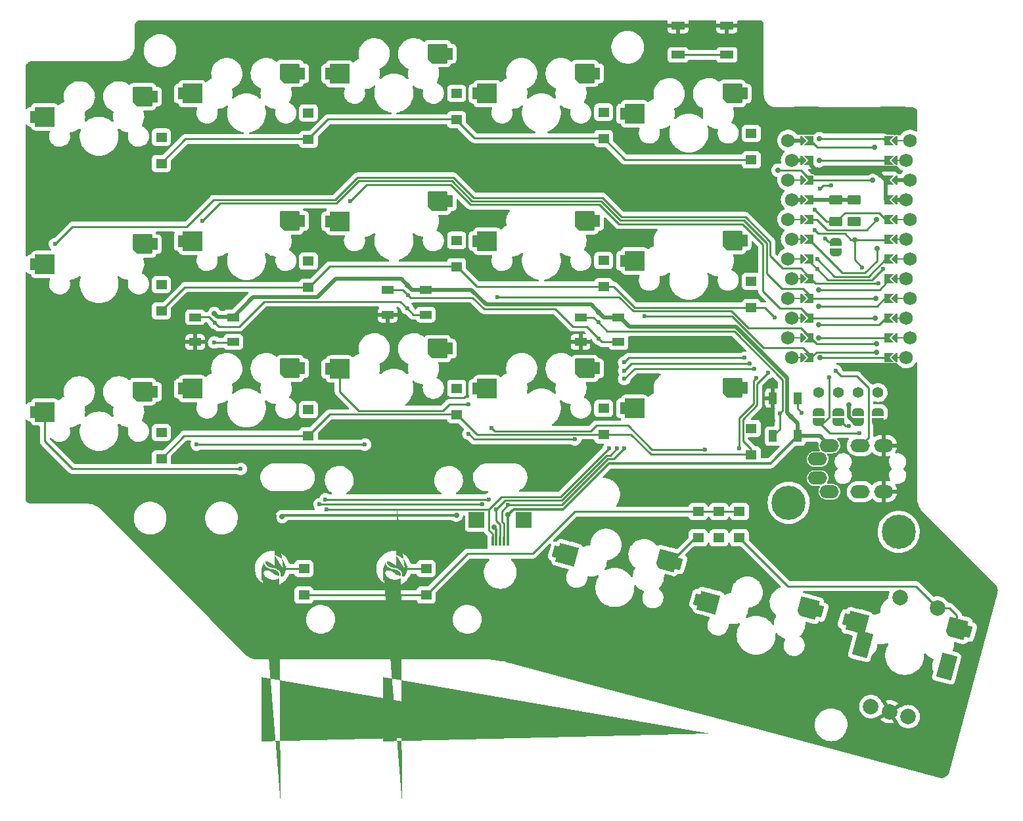
<source format=gbl>
G04 #@! TF.GenerationSoftware,KiCad,Pcbnew,(6.0.6-0)*
G04 #@! TF.CreationDate,2022-07-10T14:20:21+08:00*
G04 #@! TF.ProjectId,thrfv,74687266-762e-46b6-9963-61645f706362,rev?*
G04 #@! TF.SameCoordinates,Original*
G04 #@! TF.FileFunction,Copper,L2,Bot*
G04 #@! TF.FilePolarity,Positive*
%FSLAX46Y46*%
G04 Gerber Fmt 4.6, Leading zero omitted, Abs format (unit mm)*
G04 Created by KiCad (PCBNEW (6.0.6-0)) date 2022-07-10 14:20:21*
%MOMM*%
%LPD*%
G01*
G04 APERTURE LIST*
G04 Aperture macros list*
%AMRoundRect*
0 Rectangle with rounded corners*
0 $1 Rounding radius*
0 $2 $3 $4 $5 $6 $7 $8 $9 X,Y pos of 4 corners*
0 Add a 4 corners polygon primitive as box body*
4,1,4,$2,$3,$4,$5,$6,$7,$8,$9,$2,$3,0*
0 Add four circle primitives for the rounded corners*
1,1,$1+$1,$2,$3*
1,1,$1+$1,$4,$5*
1,1,$1+$1,$6,$7*
1,1,$1+$1,$8,$9*
0 Add four rect primitives between the rounded corners*
20,1,$1+$1,$2,$3,$4,$5,0*
20,1,$1+$1,$4,$5,$6,$7,0*
20,1,$1+$1,$6,$7,$8,$9,0*
20,1,$1+$1,$8,$9,$2,$3,0*%
%AMRotRect*
0 Rectangle, with rotation*
0 The origin of the aperture is its center*
0 $1 length*
0 $2 width*
0 $3 Rotation angle, in degrees counterclockwise*
0 Add horizontal line*
21,1,$1,$2,0,0,$3*%
%AMFreePoly0*
4,1,25,1.226568,1.240810,1.242719,1.230019,1.253510,1.213868,1.257300,1.194816,1.257300,-1.194816,1.253511,-1.213868,1.242719,-1.230019,1.226568,-1.240811,1.207516,-1.244600,-1.207516,-1.244600,-1.226568,-1.240810,-1.242719,-1.230019,-1.253510,-1.213868,-1.257300,-1.194816,-1.257300,-0.736600,-1.852301,-0.736600,-1.852300,0.760800,-1.257300,0.760800,-1.257300,1.194816,-1.253511,1.213868,
-1.242719,1.230019,-1.226568,1.240811,-1.207516,1.244600,1.207516,1.244600,1.226568,1.240810,1.226568,1.240810,$1*%
%AMFreePoly1*
4,1,22,1.208016,1.234829,1.224089,1.224089,1.234829,1.208016,1.238600,1.189056,1.238600,0.750600,1.939400,0.750600,1.939400,-0.749399,1.238600,-0.749400,1.238600,-1.189056,1.234829,-1.208016,1.224089,-1.224089,1.208016,-1.234829,1.189056,-1.238600,-0.743160,-1.238600,-1.238600,-0.743160,-1.238600,1.189056,-1.234829,1.208016,-1.224089,1.224089,-1.208016,1.234829,-1.189056,1.238600,
1.189056,1.238600,1.208016,1.234829,1.208016,1.234829,$1*%
%AMFreePoly2*
4,1,79,0.320384,0.823969,0.334908,0.639464,0.405539,0.463317,0.526406,0.301374,0.691640,0.159479,0.895372,0.043477,1.131732,-0.040788,1.206845,-0.058732,1.319559,-0.079120,1.422417,-0.091761,1.462380,-0.093786,1.575086,-0.111720,1.715350,-0.159279,1.862491,-0.227095,1.995828,-0.305802,2.083941,-0.375302,2.207635,-0.522844,2.274436,-0.671226,2.282194,-0.815537,2.280683,-0.824235,
2.263328,-0.887468,2.232746,-0.921054,2.176786,-0.927344,2.083298,-0.908691,1.986283,-0.881244,1.767286,-0.795515,1.553812,-0.666875,1.388902,-0.537605,1.194960,-0.396043,0.996136,-0.294741,0.802648,-0.237108,0.624715,-0.226557,0.519631,-0.247414,0.391904,-0.316023,0.312250,-0.416934,0.280919,-0.542945,0.298160,-0.686855,0.364224,-0.841464,0.479363,-0.999569,0.492942,-1.014596,
0.667883,-1.163930,0.881247,-1.281150,1.120602,-1.364489,1.373519,-1.412177,1.627568,-1.422445,1.870319,-1.393523,2.089342,-1.323642,2.208139,-1.258725,2.318860,-1.202282,2.441392,-1.180504,2.490587,-1.179256,2.652949,-1.179256,2.514512,-1.303405,2.343760,-1.430728,2.136248,-1.545690,1.917237,-1.635067,1.831934,-1.660729,1.692745,-1.685382,1.516396,-1.699050,1.324973,-1.701709,
1.140563,-1.693336,0.985253,-1.673909,0.931216,-1.661684,0.724864,-1.582704,0.510628,-1.462268,0.302023,-1.311350,0.112562,-1.140923,-0.044241,-0.961963,-0.154874,-0.785443,-0.159323,-0.776081,-0.270953,-0.470427,-0.328192,-0.154857,-0.331118,0.161033,-0.279811,0.467648,-0.174347,0.755393,-0.146423,0.810471,-0.049837,0.991684,0.334292,0.991684,0.320384,0.823969,0.320384,0.823969,
$1*%
%AMFreePoly3*
4,1,85,-1.106341,1.708925,-0.876330,1.657937,-0.836606,1.644997,-0.550267,1.515286,-0.298870,1.340498,-0.085353,1.127613,0.087343,0.883612,0.216280,0.615478,0.298518,0.330189,0.331119,0.034728,0.311142,-0.263924,0.235648,-0.558787,0.163182,-0.729561,0.097632,-0.854334,0.041609,-0.932294,-0.018433,-0.974203,-0.096040,-0.990824,-0.168611,-0.993175,-0.328365,-0.993175,-0.327237,-0.783835,
-0.330951,-0.657677,-0.348084,-0.566881,-0.385155,-0.485165,-0.412309,-0.440887,-0.574693,-0.245266,-0.781500,-0.088410,-1.025612,0.025422,-1.299912,0.091974,-1.304335,0.092607,-1.558988,0.137308,-1.763136,0.194986,-1.927891,0.271503,-2.064365,0.372717,-2.183671,0.504490,-2.243030,0.587657,-2.279241,0.677665,-2.292958,0.787646,-2.282162,0.887721,-2.265905,0.926381,-2.215583,0.951446,
-2.124938,0.945452,-2.004641,0.912651,-1.865363,0.857294,-1.717775,0.783631,-1.572551,0.695914,-1.440361,0.598394,-1.438311,0.596695,-1.263759,0.459899,-1.115406,0.364142,-0.979891,0.302690,-0.843854,0.268807,-0.770439,0.260012,-0.592376,0.260634,-0.459745,0.298789,-0.366473,0.377442,-0.311559,0.484159,-0.287131,0.568535,-0.285652,0.636816,-0.308495,0.719296,-0.324144,0.761461,
-0.431549,0.957174,-0.591600,1.124752,-0.800329,1.261405,-1.053769,1.364347,-1.252898,1.414314,-1.405331,1.441057,-1.525741,1.452127,-1.641848,1.448523,-1.769828,1.432942,-1.965234,1.392759,-2.129286,1.335743,-2.249946,1.266647,-2.292356,1.226552,-2.351390,1.192932,-2.460614,1.178568,-2.505028,1.177765,-2.677210,1.177765,-2.602024,1.258116,-2.430997,1.405882,-2.215166,1.537284,
-1.971351,1.643011,-1.824156,1.688789,-1.605157,1.725455,-1.357584,1.731799,-1.106341,1.708925,-1.106341,1.708925,$1*%
%AMFreePoly4*
4,1,22,0.500000,-0.750000,0.000000,-0.750000,0.000000,-0.745033,-0.079941,-0.743568,-0.215256,-0.701293,-0.333266,-0.622738,-0.424486,-0.514219,-0.481581,-0.384460,-0.499164,-0.250000,-0.500000,-0.250000,-0.500000,0.250000,-0.499164,0.250000,-0.499963,0.256109,-0.478152,0.396186,-0.417904,0.524511,-0.324060,0.630769,-0.204165,0.706417,-0.067858,0.745374,0.000000,0.744959,0.000000,0.750000,
0.500000,0.750000,0.500000,-0.750000,0.500000,-0.750000,$1*%
%AMFreePoly5*
4,1,20,0.000000,0.744959,0.073905,0.744508,0.209726,0.703889,0.328688,0.626782,0.421226,0.519385,0.479903,0.390333,0.500000,0.250000,0.500000,-0.250000,0.499851,-0.262216,0.476331,-0.402017,0.414519,-0.529596,0.319384,-0.634700,0.198574,-0.708877,0.061801,-0.746166,0.000000,-0.745033,0.000000,-0.750000,-0.500000,-0.750000,-0.500000,0.750000,0.000000,0.750000,0.000000,0.744959,
0.000000,0.744959,$1*%
%AMFreePoly6*
4,1,6,0.600000,-0.200000,0.600000,-0.400000,-0.600000,-0.400000,-0.600000,-0.200000,0.000000,0.400000,0.600000,-0.200000,0.600000,-0.200000,$1*%
%AMFreePoly7*
4,1,5,0.125000,-0.500000,-0.125000,-0.500000,-0.125000,0.500000,0.125000,0.500000,0.125000,-0.500000,0.125000,-0.500000,$1*%
%AMFreePoly8*
4,1,5,0.254000,-0.750000,-0.254000,-0.750000,-0.254000,0.750000,0.254000,0.750000,0.254000,-0.750000,0.254000,-0.750000,$1*%
%AMFreePoly9*
4,1,5,0.254000,-0.500000,-0.254000,-0.500000,-0.254000,0.500000,0.254000,0.500000,0.254000,-0.500000,0.254000,-0.500000,$1*%
%AMFreePoly10*
4,1,5,0.125000,-0.750000,-0.125000,-0.750000,-0.125000,0.750000,0.125000,0.750000,0.125000,-0.750000,0.125000,-0.750000,$1*%
%AMFreePoly11*
4,1,6,0.600000,-1.000000,0.000000,-0.400000,-0.600000,-1.000000,-0.600000,0.250000,0.600000,0.250000,0.600000,-1.000000,0.600000,-1.000000,$1*%
G04 Aperture macros list end*
G04 #@! TA.AperFunction,SMDPad,CuDef*
%ADD10FreePoly0,345.000000*%
G04 #@! TD*
G04 #@! TA.AperFunction,SMDPad,CuDef*
%ADD11FreePoly1,345.000000*%
G04 #@! TD*
G04 #@! TA.AperFunction,SMDPad,CuDef*
%ADD12FreePoly0,0.000000*%
G04 #@! TD*
G04 #@! TA.AperFunction,SMDPad,CuDef*
%ADD13FreePoly1,0.000000*%
G04 #@! TD*
G04 #@! TA.AperFunction,ComponentPad*
%ADD14R,1.400000X1.200000*%
G04 #@! TD*
G04 #@! TA.AperFunction,ComponentPad*
%ADD15C,1.397000*%
G04 #@! TD*
G04 #@! TA.AperFunction,ComponentPad*
%ADD16RoundRect,0.250000X-0.625000X0.375000X-0.625000X-0.375000X0.625000X-0.375000X0.625000X0.375000X0*%
G04 #@! TD*
G04 #@! TA.AperFunction,ComponentPad*
%ADD17C,2.000000*%
G04 #@! TD*
G04 #@! TA.AperFunction,ComponentPad*
%ADD18RotRect,3.200000X2.000000X75.000000*%
G04 #@! TD*
G04 #@! TA.AperFunction,SMDPad,CuDef*
%ADD19R,1.500000X1.000000*%
G04 #@! TD*
G04 #@! TA.AperFunction,SMDPad,CuDef*
%ADD20R,1.000000X1.500000*%
G04 #@! TD*
G04 #@! TA.AperFunction,ComponentPad*
%ADD21FreePoly2,0.000000*%
G04 #@! TD*
G04 #@! TA.AperFunction,ComponentPad*
%ADD22FreePoly3,0.000000*%
G04 #@! TD*
G04 #@! TA.AperFunction,ComponentPad*
%ADD23C,4.400000*%
G04 #@! TD*
G04 #@! TA.AperFunction,ComponentPad*
%ADD24O,2.500000X1.700000*%
G04 #@! TD*
G04 #@! TA.AperFunction,SMDPad,CuDef*
%ADD25R,1.700000X1.000000*%
G04 #@! TD*
G04 #@! TA.AperFunction,SMDPad,CuDef*
%ADD26FreePoly4,270.000000*%
G04 #@! TD*
G04 #@! TA.AperFunction,SMDPad,CuDef*
%ADD27FreePoly5,270.000000*%
G04 #@! TD*
G04 #@! TA.AperFunction,SMDPad,CuDef*
%ADD28FreePoly4,90.000000*%
G04 #@! TD*
G04 #@! TA.AperFunction,SMDPad,CuDef*
%ADD29FreePoly5,90.000000*%
G04 #@! TD*
G04 #@! TA.AperFunction,SMDPad,CuDef*
%ADD30R,1.500000X0.250000*%
G04 #@! TD*
G04 #@! TA.AperFunction,ComponentPad*
%ADD31C,1.752600*%
G04 #@! TD*
G04 #@! TA.AperFunction,SMDPad,CuDef*
%ADD32FreePoly6,90.000000*%
G04 #@! TD*
G04 #@! TA.AperFunction,SMDPad,CuDef*
%ADD33FreePoly7,270.000000*%
G04 #@! TD*
G04 #@! TA.AperFunction,SMDPad,CuDef*
%ADD34FreePoly7,90.000000*%
G04 #@! TD*
G04 #@! TA.AperFunction,SMDPad,CuDef*
%ADD35FreePoly6,270.000000*%
G04 #@! TD*
G04 #@! TA.AperFunction,SMDPad,CuDef*
%ADD36FreePoly8,90.000000*%
G04 #@! TD*
G04 #@! TA.AperFunction,SMDPad,CuDef*
%ADD37FreePoly9,270.000000*%
G04 #@! TD*
G04 #@! TA.AperFunction,SMDPad,CuDef*
%ADD38FreePoly10,90.000000*%
G04 #@! TD*
G04 #@! TA.AperFunction,SMDPad,CuDef*
%ADD39FreePoly9,90.000000*%
G04 #@! TD*
G04 #@! TA.AperFunction,SMDPad,CuDef*
%ADD40FreePoly11,90.000000*%
G04 #@! TD*
G04 #@! TA.AperFunction,SMDPad,CuDef*
%ADD41FreePoly11,270.000000*%
G04 #@! TD*
G04 #@! TA.AperFunction,SMDPad,CuDef*
%ADD42R,0.300000X1.250000*%
G04 #@! TD*
G04 #@! TA.AperFunction,SMDPad,CuDef*
%ADD43R,2.000000X2.000000*%
G04 #@! TD*
G04 #@! TA.AperFunction,ViaPad*
%ADD44C,0.600000*%
G04 #@! TD*
G04 #@! TA.AperFunction,ViaPad*
%ADD45C,0.700000*%
G04 #@! TD*
G04 #@! TA.AperFunction,Conductor*
%ADD46C,0.250000*%
G04 #@! TD*
G04 #@! TA.AperFunction,Conductor*
%ADD47C,0.500000*%
G04 #@! TD*
G04 #@! TA.AperFunction,Conductor*
%ADD48C,0.300000*%
G04 #@! TD*
G04 APERTURE END LIST*
D10*
X205632819Y-136652471D03*
D11*
X218487071Y-137394480D03*
D12*
X119939266Y-68513875D03*
D13*
X132547566Y-65903675D03*
D14*
X172962028Y-112459228D03*
X172962028Y-109059228D03*
X154012628Y-71871628D03*
X154012628Y-68471628D03*
D12*
X176938564Y-90058675D03*
D13*
X189546864Y-87448475D03*
D14*
X134909078Y-93484428D03*
X134909078Y-90084428D03*
X115962228Y-77509828D03*
X115962228Y-74109828D03*
X191984878Y-77050428D03*
X191984878Y-73650428D03*
X154012628Y-109868028D03*
X154012628Y-106468028D03*
D12*
X138938666Y-65973115D03*
D13*
X151546966Y-63362915D03*
D15*
X200704277Y-107019302D03*
X203244277Y-107019302D03*
X205784277Y-107019302D03*
X208324277Y-107019302D03*
D16*
X202900798Y-82218547D03*
X202900798Y-85018547D03*
D12*
X176938564Y-109053675D03*
D13*
X189546864Y-106443475D03*
D12*
X100939066Y-109514275D03*
D13*
X113547366Y-106904075D03*
D17*
X207391869Y-147465390D03*
X212221498Y-148759485D03*
X209806683Y-148112438D03*
D18*
X206338641Y-139418607D03*
X217157011Y-142317381D03*
D17*
X215974374Y-134753561D03*
X211144745Y-133459466D03*
D12*
X138938666Y-103973275D03*
D13*
X151546966Y-101363075D03*
D12*
X157938866Y-68513315D03*
D13*
X170547166Y-65903115D03*
D19*
X174881000Y-97307600D03*
X174881000Y-100507600D03*
X169981000Y-100507600D03*
X169981000Y-97307600D03*
D12*
X157938866Y-106513675D03*
D13*
X170547166Y-103903475D03*
D10*
X186481219Y-134061673D03*
D11*
X199335471Y-134803682D03*
D14*
X150090218Y-133095594D03*
X150090218Y-129695594D03*
D20*
X197967400Y-112629114D03*
X194767400Y-112629114D03*
X194767400Y-107729114D03*
X197967400Y-107729114D03*
D10*
X168281393Y-127915279D03*
D11*
X181135645Y-128657288D03*
D12*
X119939266Y-87513475D03*
D13*
X132547566Y-84903275D03*
D21*
X128843578Y-129699559D03*
D22*
X131691557Y-129661331D03*
D12*
X100939066Y-71513475D03*
D13*
X113547366Y-68903275D03*
D12*
X138938666Y-84973075D03*
D13*
X151546966Y-82362875D03*
D14*
X191984878Y-115050028D03*
X191984878Y-111650028D03*
X115962228Y-115561428D03*
X115962228Y-112161428D03*
D23*
X196812626Y-121208394D03*
D19*
X150044600Y-93777000D03*
X150044600Y-96977000D03*
X145144600Y-96977000D03*
X145144600Y-93777000D03*
D14*
X172962028Y-93408028D03*
X172962028Y-90008028D03*
D24*
X202037338Y-119785915D03*
X202037338Y-113835915D03*
X206037338Y-119785915D03*
X206037338Y-113835915D03*
X209037338Y-113835915D03*
X209037338Y-119785915D03*
X200537338Y-118035915D03*
X200537338Y-115585915D03*
D23*
X210972400Y-124967594D03*
D19*
X125208200Y-97307600D03*
X125208200Y-100507600D03*
X120308200Y-100507600D03*
X120308200Y-97307600D03*
D14*
X154012628Y-90802800D03*
X154012628Y-87402800D03*
D21*
X144501952Y-129699559D03*
D22*
X147349931Y-129661331D03*
D12*
X157938866Y-87513275D03*
D13*
X170547166Y-84903075D03*
D12*
X176938564Y-71104875D03*
D13*
X189546864Y-68494675D03*
D14*
X191984878Y-96100428D03*
X191984878Y-92700428D03*
X115962228Y-96510228D03*
X115962228Y-93110228D03*
X134909078Y-74408628D03*
X134909078Y-71008628D03*
X134909078Y-112611028D03*
X134909078Y-109211028D03*
X172962028Y-74296000D03*
X172962028Y-70896000D03*
X185145111Y-122335915D03*
X185145111Y-125735915D03*
D12*
X100939066Y-90513875D03*
D13*
X113547366Y-87903675D03*
D16*
X205225898Y-82218547D03*
X205225898Y-85018547D03*
D14*
X190462450Y-122335915D03*
X190462450Y-125735915D03*
X187803780Y-122335915D03*
X187803780Y-125735915D03*
X134342218Y-133095594D03*
X134342218Y-129695594D03*
D12*
X119939266Y-106513075D03*
D13*
X132547566Y-103902875D03*
D25*
X188849400Y-59724390D03*
X182549400Y-59724390D03*
X182549400Y-63524390D03*
X188849400Y-63524390D03*
D26*
X205784277Y-109505229D03*
D27*
X205784277Y-110805229D03*
D28*
X202840881Y-88937313D03*
D29*
X202840881Y-87637313D03*
D30*
X211173626Y-84712894D03*
D31*
X197178226Y-92332894D03*
X211961026Y-87252894D03*
D32*
X210411626Y-74552894D03*
D33*
X198219626Y-92332894D03*
X198219626Y-102492894D03*
D34*
X210919626Y-87252894D03*
D32*
X210411626Y-82172894D03*
D31*
X197178226Y-102492894D03*
D30*
X211173626Y-99952894D03*
D32*
X210411626Y-87252894D03*
D35*
X198727626Y-92332894D03*
D32*
X210411626Y-89792894D03*
D31*
X196721026Y-84712894D03*
D34*
X210919626Y-92332894D03*
D31*
X211961026Y-97412894D03*
D32*
X210411626Y-97412894D03*
D35*
X198727626Y-79632894D03*
D32*
X210411626Y-84712894D03*
D30*
X197965626Y-89792894D03*
D36*
X197965626Y-74552894D03*
D33*
X198219626Y-87252894D03*
D35*
X198727626Y-74552894D03*
D37*
X198219626Y-82172894D03*
D30*
X197965626Y-84712894D03*
D31*
X211961026Y-77092894D03*
D32*
X210411626Y-102492894D03*
D30*
X211173626Y-94872894D03*
D31*
X197178226Y-87252894D03*
D35*
X198727626Y-102492894D03*
X198727626Y-97412894D03*
D36*
X211173626Y-79632894D03*
D37*
X198219626Y-77092894D03*
D32*
X210411626Y-77092894D03*
D38*
X211173626Y-74552894D03*
X197965626Y-79632894D03*
D32*
X210411626Y-92332894D03*
X210411626Y-79632894D03*
D35*
X198727626Y-87252894D03*
D31*
X211961026Y-82172894D03*
X212418226Y-94872894D03*
X196721026Y-94872894D03*
D32*
X210411626Y-99952894D03*
D31*
X197178226Y-77092894D03*
X196721026Y-99952894D03*
X211961026Y-102492894D03*
D35*
X198727626Y-89792894D03*
D34*
X210919626Y-77092894D03*
X210919626Y-97412894D03*
D39*
X210919626Y-82172894D03*
D31*
X196721026Y-79632894D03*
X212418226Y-74552894D03*
X212418226Y-99952894D03*
D30*
X211173626Y-89792894D03*
D34*
X210919626Y-102492894D03*
D31*
X212418226Y-84712894D03*
D35*
X198727626Y-94872894D03*
D32*
X210411626Y-94872894D03*
D30*
X197965626Y-99952894D03*
D31*
X197178226Y-97412894D03*
D35*
X198727626Y-82172894D03*
X198727626Y-84712894D03*
D31*
X211961026Y-92332894D03*
X196721026Y-89792894D03*
D35*
X198727626Y-77092894D03*
D31*
X197178226Y-82172894D03*
X196721026Y-74552894D03*
D35*
X198727626Y-99952894D03*
D30*
X197965626Y-94872894D03*
D33*
X198219626Y-97412894D03*
D31*
X212418226Y-89792894D03*
X212418226Y-79632894D03*
D40*
X209395626Y-74552894D03*
X209395626Y-77092894D03*
X209395626Y-79632894D03*
X209395626Y-82172894D03*
X209395626Y-84712894D03*
X209395626Y-87252894D03*
X209395626Y-89792894D03*
X209395626Y-92332894D03*
X209395626Y-94872894D03*
X209395626Y-97412894D03*
X209395626Y-99952894D03*
X209395626Y-102492894D03*
D41*
X199743626Y-102492894D03*
X199743626Y-99952894D03*
X199743626Y-97412894D03*
X199743626Y-94872894D03*
X199743626Y-92332894D03*
X199743626Y-89792894D03*
X199743626Y-87252894D03*
X199743626Y-84712894D03*
X199743626Y-82172894D03*
X199743626Y-79632894D03*
X199743626Y-77092894D03*
X199743626Y-74552894D03*
D42*
X158636337Y-126169803D03*
X159136337Y-126169803D03*
X159636337Y-126169803D03*
X160136337Y-126169803D03*
X160636337Y-126169803D03*
D43*
X162686337Y-123444803D03*
X156586337Y-123444803D03*
D26*
X208324277Y-109505229D03*
D27*
X208324277Y-110805229D03*
D26*
X203244277Y-109505229D03*
D27*
X203244277Y-110805229D03*
D26*
X200704277Y-109505229D03*
D27*
X200704277Y-110805229D03*
D44*
X200486520Y-89839693D03*
X195021700Y-97383600D03*
D45*
X200660000Y-98298000D03*
X200660000Y-99949000D03*
D44*
X194157600Y-104429900D03*
D45*
X200863200Y-102514400D03*
D44*
X192615469Y-105124037D03*
X190449200Y-114198400D03*
X113547366Y-106904075D03*
X132547566Y-103902875D03*
X151546966Y-101363075D03*
X170547166Y-103903475D03*
X189546864Y-106443475D03*
X181135645Y-128657288D03*
D45*
X187579000Y-94234000D03*
X193090800Y-83058000D03*
X99466400Y-100279200D03*
X208091966Y-78366715D03*
X145320711Y-75116910D03*
X99669600Y-82092800D03*
X174599600Y-77825600D03*
X174955200Y-87426800D03*
X200406000Y-78468315D03*
X184099200Y-100380800D03*
X188826150Y-59726105D03*
X182526950Y-59726105D03*
X217183426Y-132485994D03*
X100584000Y-118821200D03*
X158879126Y-124383394D03*
X161925000Y-91948000D03*
X132942926Y-124408794D03*
X164490400Y-99314000D03*
X196203026Y-71348194D03*
X194767200Y-110642400D03*
D44*
X102259866Y-87897675D03*
X126200626Y-116840000D03*
X208381600Y-92964000D03*
X100939066Y-90513875D03*
X100939066Y-71513475D03*
X100939066Y-109514275D03*
D45*
X208026000Y-94869000D03*
D44*
X142202626Y-113715800D03*
X119939266Y-106513075D03*
X120523000Y-113715800D03*
X119939266Y-68513875D03*
X121260066Y-84897275D03*
X119939266Y-87513475D03*
X138938666Y-103973275D03*
X138938666Y-84973075D03*
D45*
X207939566Y-97416715D03*
D44*
X155549600Y-108508800D03*
X169265600Y-113033728D03*
X155549600Y-112318800D03*
X138938666Y-65973115D03*
X140259466Y-82356875D03*
X168281393Y-127915279D03*
X157938866Y-87513275D03*
X158496000Y-111556800D03*
X157938866Y-106513675D03*
X186443015Y-134025305D03*
X159258000Y-94691200D03*
X186017626Y-114375528D03*
D45*
X208153000Y-100711000D03*
D44*
X157938866Y-68513315D03*
X205943200Y-112217200D03*
X201980800Y-105054400D03*
X200177400Y-83489800D03*
X198501000Y-109601000D03*
X202260200Y-80340200D03*
D45*
X200787000Y-74295000D03*
D44*
X200812400Y-80746600D03*
D45*
X205297168Y-87325200D03*
D44*
X200126600Y-86055200D03*
X206248000Y-90881200D03*
X204571600Y-111302800D03*
X201498200Y-87162815D03*
D45*
X200725966Y-77147515D03*
X208192500Y-88442800D03*
X208142766Y-84767515D03*
X207899000Y-75438000D03*
X200704277Y-109505229D03*
X203244277Y-109506910D03*
X205784277Y-109506910D03*
X208324277Y-109506910D03*
D44*
X170547166Y-84903075D03*
X151546966Y-82362875D03*
X132547566Y-84903275D03*
X113547366Y-87903675D03*
X189546864Y-68494675D03*
X170547166Y-65903115D03*
X151546966Y-63362915D03*
X132547566Y-65903675D03*
X189546864Y-87448475D03*
X113547366Y-68903275D03*
X172288200Y-97967800D03*
X195630800Y-109677200D03*
X218487071Y-137394480D03*
D45*
X208153000Y-101828600D03*
D44*
X176938564Y-90058675D03*
D45*
X176733200Y-71170800D03*
D44*
X178270626Y-97154594D03*
X205632819Y-136652471D03*
X176938564Y-109053675D03*
X199297267Y-134767314D03*
X172288200Y-100050600D03*
X147726400Y-94437200D03*
X192379600Y-103936800D03*
X160643026Y-121513600D03*
X175615600Y-105257600D03*
D45*
X200660000Y-95910400D03*
D44*
X137109200Y-120784663D03*
X175615600Y-114198400D03*
X158140400Y-120772100D03*
X191127584Y-102542173D03*
X175615600Y-103124000D03*
X208991200Y-91084400D03*
X137210800Y-122036500D03*
X200456800Y-91084400D03*
X173634400Y-114198400D03*
X147624800Y-96164400D03*
X122834400Y-98017994D03*
X122783600Y-100558394D03*
X202844400Y-104190800D03*
D45*
X202866281Y-88973113D03*
X197129400Y-110153714D03*
X160629600Y-122783600D03*
X204520800Y-108585000D03*
X147675600Y-93167200D03*
X122783600Y-96849594D03*
X153974800Y-122797700D03*
X131534626Y-122986394D03*
X172288200Y-96647000D03*
X200660000Y-93776800D03*
D44*
X159119026Y-122046594D03*
X136347200Y-121412000D03*
X175615600Y-104190800D03*
X174701200Y-114198400D03*
X157276800Y-121409163D03*
X191753592Y-103239486D03*
D45*
X207634766Y-79687515D03*
X182524400Y-63554790D03*
X195436747Y-78385392D03*
X188874400Y-63554790D03*
D46*
X202710827Y-92064000D02*
X207093092Y-92064000D01*
X156338000Y-74246000D02*
X172962028Y-74246000D01*
X137446078Y-71821628D02*
X134909078Y-74358628D01*
X207093092Y-92064000D02*
X209330277Y-89826815D01*
X119063428Y-74358628D02*
X115962228Y-77459828D01*
X154013628Y-71921628D02*
X156338000Y-74246000D01*
X175716456Y-77000428D02*
X191984878Y-77000428D01*
X200486520Y-89839693D02*
X202710827Y-92064000D01*
X134909078Y-74358628D02*
X119063428Y-74358628D01*
X154012628Y-71821628D02*
X137446078Y-71821628D01*
X175716456Y-77000428D02*
X172962028Y-74246000D01*
X115962228Y-96460228D02*
X118988028Y-93434428D01*
X176950824Y-96050428D02*
X193688528Y-96050428D01*
X134959078Y-93434428D02*
X137640706Y-90752800D01*
X118988028Y-93434428D02*
X134959078Y-93434428D01*
X154012628Y-90752800D02*
X156617856Y-93358028D01*
X208479092Y-98298000D02*
X209330277Y-97446815D01*
X137640706Y-90752800D02*
X154012628Y-90752800D01*
X174258424Y-93358028D02*
X176950824Y-96050428D01*
X193688528Y-96050428D02*
X195021700Y-97383600D01*
X173039028Y-93358028D02*
X174258424Y-93358028D01*
X200660000Y-98298000D02*
X208479092Y-98298000D01*
X156617856Y-93358028D02*
X172962028Y-93358028D01*
X176468028Y-112409228D02*
X179058828Y-115000028D01*
X173039028Y-112409228D02*
X176468028Y-112409228D01*
X137652078Y-109818028D02*
X134909078Y-112561028D01*
X179058828Y-115000028D02*
X191984878Y-115000028D01*
X156603828Y-112409228D02*
X154012628Y-109818028D01*
X192735200Y-108637196D02*
X192735200Y-105887484D01*
X200697815Y-99986815D02*
X209330277Y-99986815D01*
X191984878Y-114311678D02*
X190899200Y-113226000D01*
X172962028Y-112409228D02*
X156603828Y-112409228D01*
X200660000Y-99949000D02*
X200697815Y-99986815D01*
X191984878Y-115000028D02*
X191984878Y-114311678D01*
X118912628Y-112561028D02*
X115962228Y-115511428D01*
X154012628Y-109818028D02*
X137652078Y-109818028D01*
X190899200Y-110473196D02*
X192735200Y-108637196D01*
X190899200Y-113226000D02*
X190899200Y-110473196D01*
X194157600Y-104465084D02*
X194157600Y-104429900D01*
X134909078Y-112561028D02*
X118912628Y-112561028D01*
X192735200Y-105887484D02*
X194157600Y-104465084D01*
X163818026Y-127761594D02*
X169243705Y-122335915D01*
X192285200Y-105454306D02*
X192285200Y-108450800D01*
X200875615Y-102526815D02*
X209330277Y-102526815D01*
X192615469Y-105124037D02*
X192285200Y-105454306D01*
X187803780Y-122335915D02*
X185145111Y-122335915D01*
X134342218Y-133095594D02*
X150090218Y-133095594D01*
X200863200Y-102514400D02*
X200875615Y-102526815D01*
X192285200Y-108450800D02*
X190449200Y-110286800D01*
X190449200Y-110286800D02*
X190449200Y-114198400D01*
X169243705Y-122335915D02*
X185145111Y-122335915D01*
X155424218Y-127761594D02*
X163818026Y-127761594D01*
X150090218Y-133095594D02*
X155424218Y-127761594D01*
X190462450Y-122335915D02*
X187803780Y-122335915D01*
X131680018Y-129695594D02*
X134342218Y-129695594D01*
X131675218Y-129690794D02*
X131680018Y-129695594D01*
X147338392Y-129695594D02*
X147333592Y-129690794D01*
X150090218Y-129695594D02*
X147338392Y-129695594D01*
X181819932Y-128657288D02*
X184741305Y-125735915D01*
X181135645Y-128657288D02*
X181819932Y-128657288D01*
X184741305Y-125735915D02*
X185145111Y-125735915D01*
D47*
X199678277Y-77740592D02*
X199678277Y-77126815D01*
X208091966Y-78428504D02*
X209330277Y-79666815D01*
X209330277Y-82206815D02*
X209330277Y-79666815D01*
X208091966Y-78366715D02*
X208091966Y-78428504D01*
X194767200Y-110642400D02*
X194767400Y-110642200D01*
X200406000Y-78468315D02*
X199678277Y-77740592D01*
X194767400Y-110642200D02*
X194767400Y-107729114D01*
D48*
X158879126Y-124383394D02*
X159136337Y-124640605D01*
X159136337Y-124640605D02*
X159136337Y-126169803D01*
D46*
X194410626Y-89407026D02*
X194410626Y-87575434D01*
X175277192Y-84393200D02*
X172787992Y-81904000D01*
X104495600Y-116840000D02*
X100939066Y-113283466D01*
X172787992Y-81904000D02*
X156176392Y-81904000D01*
X198347710Y-91036248D02*
X196039848Y-91036248D01*
X100939066Y-113283466D02*
X100939066Y-109514275D01*
X196039848Y-91036248D02*
X194410626Y-89407026D01*
X141233604Y-79313200D02*
X138345204Y-82201600D01*
X126200626Y-116840000D02*
X104495600Y-116840000D01*
X153585592Y-79313200D02*
X141233604Y-79313200D01*
X208381600Y-92964000D02*
X200275462Y-92964000D01*
X156176392Y-81904000D02*
X153585592Y-79313200D01*
X194410626Y-87575434D02*
X191228392Y-84393200D01*
X200275462Y-92964000D02*
X198347710Y-91036248D01*
X191228392Y-84393200D02*
X175277192Y-84393200D01*
X138345204Y-82201600D02*
X122700200Y-82201600D01*
X122700200Y-82201600D02*
X119253000Y-85648800D01*
X119253000Y-85648800D02*
X104508741Y-85648800D01*
X104508741Y-85648800D02*
X102259866Y-87897675D01*
X138531600Y-82651600D02*
X123505741Y-82651600D01*
X141420000Y-79763200D02*
X138531600Y-82651600D01*
X172601596Y-82354000D02*
X155989996Y-82354000D01*
X175090796Y-84843200D02*
X172601596Y-82354000D01*
X198628000Y-93624400D02*
X195935600Y-93624400D01*
X199678277Y-94674677D02*
X198628000Y-93624400D01*
X155989996Y-82354000D02*
X153399196Y-79763200D01*
X193960626Y-91649426D02*
X193960626Y-87761830D01*
X208018285Y-94876715D02*
X199708377Y-94876715D01*
X142202626Y-113715800D02*
X120523000Y-113715800D01*
X123505741Y-82651600D02*
X121260066Y-84897275D01*
X193960626Y-87761830D02*
X191041996Y-84843200D01*
X153399196Y-79763200D02*
X141420000Y-79763200D01*
X208026000Y-94869000D02*
X208018285Y-94876715D01*
X195935600Y-93624400D02*
X193960626Y-91649426D01*
X191041996Y-84843200D02*
X175090796Y-84843200D01*
X156264528Y-113033728D02*
X155549600Y-112318800D01*
X172415200Y-82804000D02*
X155803600Y-82804000D01*
X207939566Y-97416715D02*
X207909466Y-97446815D01*
X138938666Y-106883866D02*
X141422828Y-109368028D01*
X190855600Y-85293200D02*
X174904400Y-85293200D01*
X169265600Y-113033728D02*
X156264528Y-113033728D01*
X155803600Y-82804000D02*
X153212800Y-80213200D01*
X152201172Y-109368028D02*
X153060400Y-108508800D01*
X142403141Y-80213200D02*
X140259466Y-82356875D01*
X193510626Y-87948226D02*
X190855600Y-85293200D01*
X207909466Y-97446815D02*
X199645586Y-97446815D01*
X153212800Y-80213200D02*
X142403141Y-80213200D01*
X174904400Y-85293200D02*
X172415200Y-82804000D01*
X195706594Y-96138594D02*
X193510626Y-93942626D01*
X199678277Y-97446815D02*
X198370056Y-96138594D01*
X153060400Y-108508800D02*
X155549600Y-108508800D01*
X193510626Y-93942626D02*
X193510626Y-87948226D01*
X198370056Y-96138594D02*
X195706594Y-96138594D01*
X141422828Y-109368028D02*
X152201172Y-109368028D01*
X138938666Y-103973275D02*
X138938666Y-106883866D01*
X186017626Y-114375528D02*
X179196328Y-114375528D01*
X176764428Y-96500428D02*
X189441168Y-96500428D01*
X198373594Y-98703994D02*
X199656415Y-99986815D01*
X172021500Y-111252000D02*
X171314272Y-111959228D01*
X158898428Y-111959228D02*
X158496000Y-111556800D01*
X191644734Y-98703994D02*
X198373594Y-98703994D01*
X174955200Y-94691200D02*
X176764428Y-96500428D01*
X179196328Y-114375528D02*
X176072800Y-111252000D01*
X189441168Y-96500428D02*
X191644734Y-98703994D01*
X171314272Y-111959228D02*
X158898428Y-111959228D01*
X208153000Y-100711000D02*
X200402462Y-100711000D01*
X176072800Y-111252000D02*
X172021500Y-111252000D01*
X200402462Y-100711000D02*
X199678277Y-99986815D01*
X159258000Y-94691200D02*
X174955200Y-94691200D01*
X200704277Y-110805229D02*
X202116248Y-112217200D01*
X202116248Y-112217200D02*
X205943200Y-112217200D01*
X204013885Y-83905460D02*
X202900798Y-85018547D01*
X201706147Y-85018547D02*
X202900798Y-85018547D01*
X200177400Y-83489800D02*
X201706147Y-85018547D01*
X208488922Y-83905460D02*
X204013885Y-83905460D01*
X201980800Y-110185200D02*
X201360771Y-110805229D01*
X201980800Y-105054400D02*
X201980800Y-110185200D01*
X201360771Y-110805229D02*
X200704277Y-110805229D01*
X209330277Y-84746815D02*
X208488922Y-83905460D01*
X197967400Y-109067400D02*
X197967400Y-107729114D01*
X198501000Y-109601000D02*
X197967400Y-109067400D01*
X201218800Y-80340200D02*
X200812400Y-80746600D01*
X202260200Y-80340200D02*
X201218800Y-80340200D01*
X209038462Y-74295000D02*
X209330277Y-74586815D01*
X200787000Y-74295000D02*
X209038462Y-74295000D01*
X200609715Y-86538315D02*
X200126600Y-86055200D01*
X205297168Y-87325200D02*
X205297168Y-89930368D01*
X204825600Y-87325200D02*
X204038715Y-86538315D01*
X205297168Y-87325200D02*
X209291892Y-87325200D01*
X204038715Y-86538315D02*
X200609715Y-86538315D01*
X205297168Y-87325200D02*
X204825600Y-87325200D01*
X204571600Y-111302800D02*
X204139800Y-111302800D01*
X204139800Y-111302800D02*
X203664915Y-110827915D01*
X205297168Y-89930368D02*
X206248000Y-90881200D01*
X200746666Y-77126815D02*
X209330277Y-77126815D01*
X200725966Y-77147515D02*
X200746666Y-77126815D01*
X201972698Y-87637313D02*
X202840881Y-87637313D01*
X201498200Y-87162815D02*
X201972698Y-87637313D01*
X208192500Y-88442800D02*
X208192500Y-90054300D01*
X208192500Y-90054300D02*
X206632800Y-91614000D01*
X203729600Y-91614000D02*
X199678277Y-87562677D01*
X206632800Y-91614000D02*
X203729600Y-91614000D01*
X206821966Y-86088315D02*
X201785315Y-86088315D01*
X200443815Y-84746815D02*
X199678277Y-84746815D01*
X201785315Y-86088315D02*
X200443815Y-84746815D01*
X208142766Y-84767515D02*
X206821966Y-86088315D01*
X200529462Y-75438000D02*
X199678277Y-74586815D01*
X207899000Y-75438000D02*
X200529462Y-75438000D01*
X173431200Y-99110800D02*
X172288200Y-97967800D01*
X189788800Y-99110800D02*
X173431200Y-99110800D01*
X172288200Y-97967800D02*
X171628000Y-97307600D01*
X195630800Y-109677200D02*
X195630800Y-111765314D01*
X196046400Y-105368400D02*
X189788800Y-99110800D01*
X196046400Y-109261600D02*
X196046400Y-105368400D01*
X195630800Y-109677200D02*
X196046400Y-109261600D01*
X171628000Y-97307600D02*
X169981000Y-97307600D01*
X195630800Y-111765314D02*
X194767200Y-112628914D01*
X190462450Y-125735915D02*
X190462450Y-125685915D01*
X218487071Y-135720039D02*
X218487071Y-137394480D01*
X196679129Y-131952594D02*
X190462450Y-125735915D01*
X215974374Y-134753561D02*
X217520593Y-134753561D01*
X213173407Y-131952594D02*
X196679129Y-131952594D01*
X215974374Y-134753561D02*
X213173407Y-131952594D01*
X217520593Y-134753561D02*
X218487071Y-135720039D01*
X178270626Y-97154594D02*
X189458938Y-97154594D01*
X189458938Y-97154594D02*
X193522938Y-101218594D01*
X208153000Y-101828600D02*
X200376492Y-101828600D01*
X193522938Y-101218594D02*
X198652994Y-101218594D01*
X200376492Y-101828600D02*
X199678277Y-102526815D01*
X198652994Y-101218594D02*
X199678277Y-102243877D01*
X147726400Y-94437200D02*
X147066200Y-93777000D01*
X170738800Y-98501200D02*
X172288200Y-100050600D01*
X172745200Y-100507600D02*
X172288200Y-100050600D01*
X156082628Y-94792800D02*
X157555828Y-96266000D01*
X157555828Y-96266000D02*
X166725600Y-96266000D01*
X168960800Y-98501200D02*
X170738800Y-98501200D01*
X148082000Y-94792800D02*
X156082628Y-94792800D01*
X166725600Y-96266000D02*
X168960800Y-98501200D01*
X147066200Y-93777000D02*
X145144600Y-93777000D01*
X174881000Y-100507600D02*
X172745200Y-100507600D01*
X147726400Y-94437200D02*
X148082000Y-94792800D01*
X176936400Y-103936800D02*
X175615600Y-105257600D01*
X137121763Y-120772100D02*
X158140400Y-120772100D01*
X175615600Y-114218684D02*
X175615600Y-114198400D01*
X174271484Y-115562800D02*
X175615600Y-114218684D01*
X208173908Y-95910400D02*
X209330277Y-94754031D01*
X160643026Y-121513600D02*
X167577848Y-121513600D01*
X137109200Y-120784663D02*
X137121763Y-120772100D01*
X192379600Y-103936800D02*
X176936400Y-103936800D01*
X167577848Y-121513600D02*
X173528648Y-115562800D01*
X160136337Y-123900709D02*
X160136337Y-126169803D01*
X159816800Y-123581172D02*
X160136337Y-123900709D01*
X173528648Y-115562800D02*
X174271484Y-115562800D01*
X159816800Y-122339826D02*
X159816800Y-123581172D01*
X160643026Y-121513600D02*
X159816800Y-122339826D01*
X200660000Y-95910400D02*
X208173908Y-95910400D01*
X200456800Y-91084400D02*
X201886400Y-92514000D01*
X191127584Y-102542173D02*
X176197427Y-102542173D01*
X137210800Y-122036500D02*
X137213637Y-122033663D01*
X207561600Y-92514000D02*
X208991200Y-91084400D01*
X137213637Y-122033663D02*
X158166757Y-122033663D01*
X167379556Y-120439100D02*
X159761320Y-120439100D01*
X159761320Y-120439100D02*
X158166757Y-122033663D01*
X158166757Y-124751925D02*
X158636337Y-125221505D01*
X158636337Y-125221505D02*
X158636337Y-126169803D01*
X158636337Y-126169803D02*
X158636337Y-126420803D01*
X201886400Y-92514000D02*
X207561600Y-92514000D01*
X176197427Y-102542173D02*
X175615600Y-103124000D01*
X158166757Y-122033663D02*
X158166757Y-124751925D01*
X173620256Y-114198400D02*
X167379556Y-120439100D01*
X200456800Y-91084400D02*
X199678277Y-90305877D01*
X199678277Y-90305877D02*
X199678277Y-89826815D01*
X173634400Y-114198400D02*
X173620256Y-114198400D01*
X122834400Y-98017994D02*
X123342400Y-98525994D01*
X122098000Y-97281594D02*
X120308200Y-97281594D01*
X129181220Y-95317000D02*
X146777400Y-95317000D01*
X122834400Y-98017994D02*
X122098000Y-97281594D01*
X148437400Y-96977000D02*
X150044600Y-96977000D01*
X147624800Y-96164400D02*
X148437400Y-96977000D01*
X125972226Y-98525994D02*
X129181220Y-95317000D01*
X146777400Y-95317000D02*
X147624800Y-96164400D01*
X123342400Y-98525994D02*
X125972226Y-98525994D01*
X122783600Y-100558394D02*
X122808800Y-100583594D01*
X122808800Y-100583594D02*
X125208200Y-100583594D01*
X207060800Y-106375200D02*
X207060800Y-112812453D01*
X202844400Y-104190800D02*
X203555600Y-104902000D01*
X205587600Y-104902000D02*
X207060800Y-106375200D01*
X203555600Y-104902000D02*
X205587600Y-104902000D01*
X207060800Y-112812453D02*
X206037338Y-113835915D01*
D47*
X197129400Y-110153714D02*
X197967400Y-110991714D01*
D48*
X160629600Y-122783600D02*
X160636337Y-122790337D01*
D47*
X176310600Y-98535800D02*
X175082400Y-97307600D01*
X171332200Y-95691000D02*
X157794000Y-95691000D01*
X202037338Y-113835915D02*
X200830537Y-112629114D01*
X205197881Y-110805229D02*
X205784277Y-110805229D01*
X148285400Y-93777000D02*
X147675600Y-93167200D01*
X199678277Y-82206815D02*
X202889066Y-82206815D01*
X172948800Y-97307600D02*
X174881000Y-97307600D01*
D48*
X160636337Y-122790337D02*
X160636337Y-126169803D01*
D47*
X172288200Y-96647000D02*
X172948800Y-97307600D01*
D48*
X160629600Y-122783600D02*
X161373800Y-122039400D01*
D47*
X197129400Y-110153714D02*
X196621400Y-109645714D01*
X127773800Y-94742000D02*
X125208200Y-97307600D01*
X123215600Y-97281594D02*
X125208200Y-97281594D01*
D48*
X194467714Y-116128800D02*
X197967400Y-112629114D01*
X131534626Y-122986394D02*
X131723320Y-122797700D01*
X173634400Y-116128800D02*
X194467714Y-116128800D01*
D47*
X190026972Y-98535800D02*
X176310600Y-98535800D01*
D48*
X131723320Y-122797700D02*
X153974800Y-122797700D01*
D47*
X196621400Y-105130228D02*
X190026972Y-98535800D01*
X147675600Y-93167200D02*
X146904400Y-92396000D01*
X204520800Y-108585000D02*
X204520800Y-110128148D01*
X146904400Y-92396000D02*
X138439200Y-92396000D01*
X138439200Y-92396000D02*
X136093200Y-94742000D01*
D48*
X161373800Y-122039400D02*
X167723800Y-122039400D01*
D47*
X172288200Y-96647000D02*
X171332200Y-95691000D01*
X136093200Y-94742000D02*
X127773800Y-94742000D01*
X204520800Y-110128148D02*
X205197881Y-110805229D01*
X155880000Y-93777000D02*
X150044600Y-93777000D01*
D48*
X167723800Y-122039400D02*
X173634400Y-116128800D01*
D47*
X150044600Y-93777000D02*
X148285400Y-93777000D01*
X122783600Y-96849594D02*
X123215600Y-97281594D01*
X196621400Y-109645714D02*
X196621400Y-105130228D01*
X157794000Y-95691000D02*
X155880000Y-93777000D01*
X202900798Y-82218547D02*
X205225898Y-82218547D01*
X197967400Y-110991714D02*
X197967400Y-112629114D01*
X200830537Y-112629114D02*
X197967400Y-112629114D01*
D46*
X160276520Y-120889100D02*
X167565952Y-120889100D01*
X159119026Y-123519794D02*
X159636337Y-124037105D01*
X159636337Y-124037105D02*
X159636337Y-126169803D01*
X176566914Y-103239486D02*
X175615600Y-104190800D01*
X173342252Y-115112800D02*
X173786800Y-115112800D01*
X208534000Y-93776800D02*
X209330277Y-92980523D01*
X136350037Y-121409163D02*
X157276800Y-121409163D01*
X209330277Y-92980523D02*
X209330277Y-92366815D01*
X167565952Y-120889100D02*
X173342252Y-115112800D01*
X191753592Y-103239486D02*
X176566914Y-103239486D01*
X159119026Y-122046594D02*
X160276520Y-120889100D01*
X136347200Y-121412000D02*
X136350037Y-121409163D01*
X159119026Y-122046594D02*
X159119026Y-123519794D01*
X173786800Y-115112800D02*
X174701200Y-114198400D01*
X200660000Y-93776800D02*
X208534000Y-93776800D01*
X207634766Y-79687515D02*
X199624886Y-79687515D01*
X198396854Y-78385392D02*
X199678277Y-79666815D01*
X195436747Y-78385392D02*
X198396854Y-78385392D01*
X182549400Y-63524390D02*
X188849400Y-63524390D01*
G04 #@! TA.AperFunction,Conductor*
G36*
X213342850Y-103147456D02*
G01*
X213387678Y-103202510D01*
X213397516Y-103251319D01*
X213397516Y-120615852D01*
X213395363Y-120639043D01*
X213392760Y-120652937D01*
X213392375Y-120665484D01*
X213392976Y-120670314D01*
X213393633Y-120675597D01*
X213394500Y-120686220D01*
X213397810Y-120770862D01*
X213403321Y-120911765D01*
X213404480Y-120941410D01*
X213446914Y-121214242D01*
X213447878Y-121217732D01*
X213498402Y-121400640D01*
X213520430Y-121480388D01*
X213521792Y-121483752D01*
X213521793Y-121483755D01*
X213622692Y-121732964D01*
X213622696Y-121732973D01*
X213624051Y-121736319D01*
X213756405Y-121978643D01*
X213915737Y-122204145D01*
X213918155Y-122206845D01*
X213918158Y-122206849D01*
X213960765Y-122254428D01*
X214075547Y-122382604D01*
X214084136Y-122393319D01*
X214087381Y-122397853D01*
X214087387Y-122397860D01*
X214090215Y-122401811D01*
X214099005Y-122410772D01*
X214102903Y-122413678D01*
X214120787Y-122427011D01*
X214134552Y-122438912D01*
X223347600Y-131647709D01*
X223358430Y-131660047D01*
X223377730Y-131685169D01*
X223384974Y-131690464D01*
X223384978Y-131690468D01*
X223389373Y-131693680D01*
X223408701Y-131711142D01*
X223416149Y-131719423D01*
X223498696Y-131811200D01*
X223510517Y-131826576D01*
X223582112Y-131936239D01*
X223597442Y-131959721D01*
X223606764Y-131976731D01*
X223660178Y-132094989D01*
X223672219Y-132121647D01*
X223678820Y-132139889D01*
X223721253Y-132293134D01*
X223724975Y-132312174D01*
X223743379Y-132470112D01*
X223744134Y-132489497D01*
X223738075Y-132648383D01*
X223735846Y-132667654D01*
X223712254Y-132788859D01*
X223711438Y-132793050D01*
X223706356Y-132809024D01*
X223706505Y-132809067D01*
X223704013Y-132817684D01*
X223700320Y-132825871D01*
X223696506Y-132853077D01*
X223695561Y-132859819D01*
X223692492Y-132874922D01*
X217541321Y-155842921D01*
X217534833Y-155861310D01*
X217525190Y-155883101D01*
X217524007Y-155891999D01*
X217524007Y-155892000D01*
X217523516Y-155895695D01*
X217516983Y-155922280D01*
X217469043Y-156053674D01*
X217459692Y-156073663D01*
X217378158Y-156214358D01*
X217365471Y-156232400D01*
X217260629Y-156356723D01*
X217244987Y-156372275D01*
X217120073Y-156476391D01*
X217101948Y-156488982D01*
X216960789Y-156569704D01*
X216940747Y-156578939D01*
X216787668Y-156633796D01*
X216766321Y-156639393D01*
X216606017Y-156666700D01*
X216584021Y-156668486D01*
X216501971Y-156667941D01*
X216421415Y-156667406D01*
X216399452Y-156665328D01*
X216268754Y-156641274D01*
X216252982Y-156636340D01*
X216252867Y-156636736D01*
X216244243Y-156634238D01*
X216236063Y-156630544D01*
X216209645Y-156626830D01*
X216201774Y-156625723D01*
X216186802Y-156622682D01*
X191173661Y-149941497D01*
X200164369Y-149941497D01*
X200201894Y-150226528D01*
X200203027Y-150230668D01*
X200203027Y-150230670D01*
X200224041Y-150307483D01*
X200277755Y-150503830D01*
X200390549Y-150768270D01*
X200538187Y-151014955D01*
X200717939Y-151239322D01*
X200926477Y-151437217D01*
X201159943Y-151604980D01*
X201163738Y-151606989D01*
X201163739Y-151606990D01*
X201185495Y-151618509D01*
X201414018Y-151739506D01*
X201683999Y-151838305D01*
X201964890Y-151899549D01*
X201993467Y-151901798D01*
X202187908Y-151917101D01*
X202187917Y-151917101D01*
X202190365Y-151917294D01*
X202345897Y-151917294D01*
X202348033Y-151917148D01*
X202348044Y-151917148D01*
X202556174Y-151902959D01*
X202556180Y-151902958D01*
X202560451Y-151902667D01*
X202564646Y-151901798D01*
X202564648Y-151901798D01*
X202701210Y-151873517D01*
X202841968Y-151844368D01*
X203112969Y-151748401D01*
X203368438Y-151616544D01*
X203371939Y-151614083D01*
X203371943Y-151614081D01*
X203486044Y-151533889D01*
X203603649Y-151451235D01*
X203814248Y-151255534D01*
X203996339Y-151033062D01*
X204146553Y-150787936D01*
X204262109Y-150524692D01*
X204340870Y-150248200D01*
X204381377Y-149963578D01*
X204381471Y-149945745D01*
X204382861Y-149680377D01*
X204382861Y-149680370D01*
X204382883Y-149676091D01*
X204379304Y-149648901D01*
X204354124Y-149457643D01*
X204345358Y-149391060D01*
X204269497Y-149113758D01*
X204253486Y-149076220D01*
X208652811Y-149076220D01*
X208658855Y-149090476D01*
X208733861Y-149178296D01*
X208740825Y-149185260D01*
X208913800Y-149332995D01*
X208921784Y-149338795D01*
X209115725Y-149457643D01*
X209124520Y-149462125D01*
X209334671Y-149549172D01*
X209344056Y-149552221D01*
X209565237Y-149605323D01*
X209574984Y-149606866D01*
X209801753Y-149624713D01*
X209811613Y-149624713D01*
X210038382Y-149606866D01*
X210048129Y-149605323D01*
X210269313Y-149552221D01*
X210278695Y-149549172D01*
X210313761Y-149534647D01*
X210324940Y-149525639D01*
X210321633Y-149512357D01*
X209722771Y-148475096D01*
X209711276Y-148464136D01*
X209709469Y-148463788D01*
X209701981Y-148466181D01*
X208661933Y-149066653D01*
X208652811Y-149076220D01*
X204253486Y-149076220D01*
X204180238Y-148904495D01*
X204158389Y-148853270D01*
X204158387Y-148853266D01*
X204156703Y-148849318D01*
X204009065Y-148602633D01*
X203829313Y-148378266D01*
X203705915Y-148261166D01*
X203623884Y-148183321D01*
X203623881Y-148183319D01*
X203620775Y-148180371D01*
X203387309Y-148012608D01*
X203378108Y-148007736D01*
X203342280Y-147988766D01*
X203133234Y-147878082D01*
X202863253Y-147779283D01*
X202582362Y-147718039D01*
X202551311Y-147715595D01*
X202359344Y-147700487D01*
X202359335Y-147700487D01*
X202356887Y-147700294D01*
X202201355Y-147700294D01*
X202199219Y-147700440D01*
X202199208Y-147700440D01*
X201991078Y-147714629D01*
X201991072Y-147714630D01*
X201986801Y-147714921D01*
X201982606Y-147715790D01*
X201982604Y-147715790D01*
X201846042Y-147744071D01*
X201705284Y-147773220D01*
X201434283Y-147869187D01*
X201178814Y-148001044D01*
X201175313Y-148003505D01*
X201175309Y-148003507D01*
X201077111Y-148072522D01*
X200943603Y-148166353D01*
X200898952Y-148207845D01*
X200736759Y-148358565D01*
X200733004Y-148362054D01*
X200550913Y-148584526D01*
X200400699Y-148829652D01*
X200285143Y-149092896D01*
X200206382Y-149369388D01*
X200176111Y-149582090D01*
X200170045Y-149624713D01*
X200165875Y-149654010D01*
X200165853Y-149658299D01*
X200165852Y-149658306D01*
X200164939Y-149832662D01*
X200164369Y-149941497D01*
X191173661Y-149941497D01*
X181903567Y-147465390D01*
X205878704Y-147465390D01*
X205897334Y-147702101D01*
X205898488Y-147706908D01*
X205898489Y-147706914D01*
X205916218Y-147780758D01*
X205952764Y-147932984D01*
X205954657Y-147937555D01*
X205954658Y-147937557D01*
X206012457Y-148077096D01*
X206043629Y-148152353D01*
X206046215Y-148156573D01*
X206165110Y-148350592D01*
X206165114Y-148350598D01*
X206167693Y-148354806D01*
X206321900Y-148535359D01*
X206502453Y-148689566D01*
X206506661Y-148692145D01*
X206506667Y-148692149D01*
X206700686Y-148811044D01*
X206704906Y-148813630D01*
X206709476Y-148815523D01*
X206709480Y-148815525D01*
X206919702Y-148902601D01*
X206924275Y-148904495D01*
X207004478Y-148923750D01*
X207150345Y-148958770D01*
X207150351Y-148958771D01*
X207155158Y-148959925D01*
X207391869Y-148978555D01*
X207628580Y-148959925D01*
X207633387Y-148958771D01*
X207633393Y-148958770D01*
X207779260Y-148923750D01*
X207859463Y-148904495D01*
X207864036Y-148902601D01*
X208074258Y-148815525D01*
X208074262Y-148815523D01*
X208078832Y-148813630D01*
X208083052Y-148811044D01*
X208277071Y-148692149D01*
X208277077Y-148692145D01*
X208281285Y-148689566D01*
X208285045Y-148686355D01*
X208285052Y-148686350D01*
X208309838Y-148665180D01*
X208361235Y-148638721D01*
X208406765Y-148627388D01*
X209130305Y-148209652D01*
X210158033Y-148209652D01*
X210160426Y-148217140D01*
X210760898Y-149257188D01*
X210797765Y-149292340D01*
X210827224Y-149335312D01*
X210852079Y-149395316D01*
X210873258Y-149446448D01*
X210875844Y-149450668D01*
X210994739Y-149644687D01*
X210994743Y-149644693D01*
X210997322Y-149648901D01*
X211151529Y-149829454D01*
X211332082Y-149983661D01*
X211336290Y-149986240D01*
X211336296Y-149986244D01*
X211530315Y-150105139D01*
X211534535Y-150107725D01*
X211539105Y-150109618D01*
X211539109Y-150109620D01*
X211749331Y-150196696D01*
X211753904Y-150198590D01*
X211834107Y-150217845D01*
X211979974Y-150252865D01*
X211979980Y-150252866D01*
X211984787Y-150254020D01*
X212221498Y-150272650D01*
X212458209Y-150254020D01*
X212463016Y-150252866D01*
X212463022Y-150252865D01*
X212608889Y-150217845D01*
X212689092Y-150198590D01*
X212693665Y-150196696D01*
X212903887Y-150109620D01*
X212903891Y-150109618D01*
X212908461Y-150107725D01*
X212912681Y-150105139D01*
X213106700Y-149986244D01*
X213106706Y-149986240D01*
X213110914Y-149983661D01*
X213291467Y-149829454D01*
X213445674Y-149648901D01*
X213448253Y-149644693D01*
X213448257Y-149644687D01*
X213567152Y-149450668D01*
X213569738Y-149446448D01*
X213590918Y-149395316D01*
X213658709Y-149231652D01*
X213658710Y-149231650D01*
X213660603Y-149227079D01*
X213688757Y-149109810D01*
X213714878Y-149001009D01*
X213714879Y-149001003D01*
X213716033Y-148996196D01*
X213734663Y-148759485D01*
X213716033Y-148522774D01*
X213702447Y-148466181D01*
X213676610Y-148358565D01*
X213660603Y-148291891D01*
X213658709Y-148287318D01*
X213571633Y-148077096D01*
X213571631Y-148077092D01*
X213569738Y-148072522D01*
X213534559Y-148015115D01*
X213448257Y-147874283D01*
X213448253Y-147874277D01*
X213445674Y-147870069D01*
X213291467Y-147689516D01*
X213110914Y-147535309D01*
X213106706Y-147532730D01*
X213106700Y-147532726D01*
X212912681Y-147413831D01*
X212908461Y-147411245D01*
X212903891Y-147409352D01*
X212903887Y-147409350D01*
X212693665Y-147322274D01*
X212693663Y-147322273D01*
X212689092Y-147320380D01*
X212608889Y-147301125D01*
X212463022Y-147266105D01*
X212463016Y-147266104D01*
X212458209Y-147264950D01*
X212221498Y-147246320D01*
X211984787Y-147264950D01*
X211979980Y-147266104D01*
X211979974Y-147266105D01*
X211834107Y-147301125D01*
X211753904Y-147320380D01*
X211749333Y-147322273D01*
X211749331Y-147322274D01*
X211539109Y-147409350D01*
X211539105Y-147409352D01*
X211534535Y-147411245D01*
X211530315Y-147413831D01*
X211336298Y-147532725D01*
X211336297Y-147532726D01*
X211332082Y-147535309D01*
X211328323Y-147538519D01*
X211328314Y-147538526D01*
X211303525Y-147559698D01*
X211252128Y-147586157D01*
X211206599Y-147597489D01*
X210169341Y-148196350D01*
X210158381Y-148207845D01*
X210158033Y-148209652D01*
X209130305Y-148209652D01*
X209444025Y-148028526D01*
X209454985Y-148017031D01*
X209455333Y-148015224D01*
X209452940Y-148007736D01*
X208852469Y-146967691D01*
X208815603Y-146932539D01*
X208786144Y-146889566D01*
X208742004Y-146783001D01*
X208742002Y-146782997D01*
X208740109Y-146778427D01*
X208730503Y-146762751D01*
X208691581Y-146699237D01*
X209288426Y-146699237D01*
X209291733Y-146712519D01*
X209890595Y-147749780D01*
X209902090Y-147760740D01*
X209903897Y-147761088D01*
X209911385Y-147758695D01*
X210951433Y-147158223D01*
X210960555Y-147148656D01*
X210954511Y-147134400D01*
X210879505Y-147046580D01*
X210872541Y-147039616D01*
X210699566Y-146891881D01*
X210691582Y-146886081D01*
X210497641Y-146767233D01*
X210488846Y-146762751D01*
X210278695Y-146675704D01*
X210269310Y-146672655D01*
X210048129Y-146619553D01*
X210038382Y-146618010D01*
X209811613Y-146600163D01*
X209801753Y-146600163D01*
X209574984Y-146618010D01*
X209565237Y-146619553D01*
X209344053Y-146672655D01*
X209334671Y-146675704D01*
X209299605Y-146690229D01*
X209288426Y-146699237D01*
X208691581Y-146699237D01*
X208618628Y-146580188D01*
X208618624Y-146580182D01*
X208616045Y-146575974D01*
X208461838Y-146395421D01*
X208281285Y-146241214D01*
X208277077Y-146238635D01*
X208277071Y-146238631D01*
X208083052Y-146119736D01*
X208078832Y-146117150D01*
X208074262Y-146115257D01*
X208074258Y-146115255D01*
X207864036Y-146028179D01*
X207864034Y-146028178D01*
X207859463Y-146026285D01*
X207779260Y-146007030D01*
X207633393Y-145972010D01*
X207633387Y-145972009D01*
X207628580Y-145970855D01*
X207391869Y-145952225D01*
X207155158Y-145970855D01*
X207150351Y-145972009D01*
X207150345Y-145972010D01*
X207004478Y-146007030D01*
X206924275Y-146026285D01*
X206919704Y-146028178D01*
X206919702Y-146028179D01*
X206709480Y-146115255D01*
X206709476Y-146115257D01*
X206704906Y-146117150D01*
X206700686Y-146119736D01*
X206506667Y-146238631D01*
X206506661Y-146238635D01*
X206502453Y-146241214D01*
X206321900Y-146395421D01*
X206167693Y-146575974D01*
X206165114Y-146580182D01*
X206165110Y-146580188D01*
X206053235Y-146762751D01*
X206043629Y-146778427D01*
X206041736Y-146782997D01*
X206041734Y-146783001D01*
X205997594Y-146889566D01*
X205952764Y-146997796D01*
X205897334Y-147228679D01*
X205878704Y-147465390D01*
X181903567Y-147465390D01*
X171030206Y-144561039D01*
X160958959Y-141870938D01*
X160936896Y-141862771D01*
X160924698Y-141856908D01*
X160918908Y-141855157D01*
X160917340Y-141854683D01*
X160917336Y-141854682D01*
X160912682Y-141853275D01*
X160905402Y-141852255D01*
X160890905Y-141849349D01*
X160367422Y-141711960D01*
X160173299Y-141671149D01*
X159817745Y-141596400D01*
X159817738Y-141596399D01*
X159816241Y-141596084D01*
X159814727Y-141595843D01*
X159814710Y-141595840D01*
X159261560Y-141507840D01*
X159261557Y-141507840D01*
X159260007Y-141507593D01*
X158772053Y-141454530D01*
X158701596Y-141446868D01*
X158701593Y-141446868D01*
X158700078Y-141446703D01*
X158678140Y-141445410D01*
X158139374Y-141413655D01*
X158139362Y-141413655D01*
X158137825Y-141413564D01*
X158136269Y-141413549D01*
X158136259Y-141413549D01*
X157609386Y-141408583D01*
X157596340Y-141407533D01*
X157591964Y-141407208D01*
X157587146Y-141406473D01*
X157582276Y-141406488D01*
X157582274Y-141406488D01*
X157580948Y-141406492D01*
X157574593Y-141406512D01*
X157551961Y-141410107D01*
X157532164Y-141411667D01*
X128510600Y-141403691D01*
X128495994Y-141402838D01*
X128484873Y-141401537D01*
X128459956Y-141398622D01*
X128442771Y-141401537D01*
X128418939Y-141403282D01*
X128200458Y-141398489D01*
X128185429Y-141397255D01*
X127941989Y-141362503D01*
X127927203Y-141359479D01*
X127792305Y-141323353D01*
X127689655Y-141295863D01*
X127675345Y-141291096D01*
X127561224Y-141245312D01*
X127447111Y-141199531D01*
X127433465Y-141193082D01*
X127217822Y-141074886D01*
X127205044Y-141066852D01*
X127005083Y-140923719D01*
X126993357Y-140914214D01*
X126837413Y-140771502D01*
X126819784Y-140751501D01*
X126819625Y-140751332D01*
X126814444Y-140744003D01*
X126786040Y-140721452D01*
X126775133Y-140711707D01*
X122342014Y-136261854D01*
X134623601Y-136261854D01*
X134649217Y-136530346D01*
X134650302Y-136534780D01*
X134650303Y-136534786D01*
X134708238Y-136771547D01*
X134713323Y-136792327D01*
X134814577Y-137042310D01*
X134950857Y-137275059D01*
X135019928Y-137361428D01*
X135104324Y-137466959D01*
X135119308Y-137485696D01*
X135316401Y-137669811D01*
X135538008Y-137823545D01*
X135542091Y-137825576D01*
X135542094Y-137825578D01*
X135633403Y-137871003D01*
X135779486Y-137943678D01*
X135783820Y-137945099D01*
X135783823Y-137945100D01*
X136031445Y-138026275D01*
X136031451Y-138026276D01*
X136035778Y-138027695D01*
X136040269Y-138028475D01*
X136040270Y-138028475D01*
X136297732Y-138073178D01*
X136297740Y-138073179D01*
X136301513Y-138073834D01*
X136305350Y-138074025D01*
X136385170Y-138077999D01*
X136385178Y-138077999D01*
X136386741Y-138078077D01*
X136555104Y-138078077D01*
X136557372Y-138077912D01*
X136557384Y-138077912D01*
X136688476Y-138068400D01*
X136755596Y-138063530D01*
X136760051Y-138062546D01*
X136760054Y-138062546D01*
X137014504Y-138006368D01*
X137014508Y-138006367D01*
X137018964Y-138005383D01*
X137176495Y-137945700D01*
X137266910Y-137911445D01*
X137266913Y-137911444D01*
X137271180Y-137909827D01*
X137506960Y-137778863D01*
X137653946Y-137666687D01*
X137717733Y-137618006D01*
X137717734Y-137618005D01*
X137721365Y-137615234D01*
X137909904Y-137422369D01*
X138068626Y-137204307D01*
X138135270Y-137077638D01*
X138192082Y-136969656D01*
X138192085Y-136969650D01*
X138194207Y-136965616D01*
X138203440Y-136939472D01*
X138282494Y-136715610D01*
X138282494Y-136715609D01*
X138284017Y-136711297D01*
X138318142Y-136538160D01*
X138335292Y-136451149D01*
X138335293Y-136451143D01*
X138336173Y-136446677D01*
X138337025Y-136429570D01*
X138345344Y-136262454D01*
X153523401Y-136262454D01*
X153549017Y-136530946D01*
X153550102Y-136535380D01*
X153550103Y-136535386D01*
X153594403Y-136716425D01*
X153613123Y-136792927D01*
X153714377Y-137042910D01*
X153806517Y-137200273D01*
X153827356Y-137235863D01*
X153850657Y-137275659D01*
X153913455Y-137354184D01*
X154014151Y-137480097D01*
X154019108Y-137486296D01*
X154216201Y-137670411D01*
X154437808Y-137824145D01*
X154441891Y-137826176D01*
X154441894Y-137826178D01*
X154531997Y-137871003D01*
X154679286Y-137944278D01*
X154683620Y-137945699D01*
X154683623Y-137945700D01*
X154931245Y-138026875D01*
X154931251Y-138026876D01*
X154935578Y-138028295D01*
X154940069Y-138029075D01*
X154940070Y-138029075D01*
X155197532Y-138073778D01*
X155197540Y-138073779D01*
X155201313Y-138074434D01*
X155205150Y-138074625D01*
X155284970Y-138078599D01*
X155284978Y-138078599D01*
X155286541Y-138078677D01*
X155454904Y-138078677D01*
X155457172Y-138078512D01*
X155457184Y-138078512D01*
X155588276Y-138069000D01*
X155655396Y-138064130D01*
X155659851Y-138063146D01*
X155659854Y-138063146D01*
X155914304Y-138006968D01*
X155914308Y-138006967D01*
X155918764Y-138005983D01*
X156044872Y-137958205D01*
X156166710Y-137912045D01*
X156166713Y-137912044D01*
X156170980Y-137910427D01*
X156406760Y-137779463D01*
X156533871Y-137682455D01*
X156617533Y-137618606D01*
X156617534Y-137618605D01*
X156621165Y-137615834D01*
X156624947Y-137611966D01*
X156736901Y-137497442D01*
X156809704Y-137422969D01*
X156968426Y-137204907D01*
X157051898Y-137046253D01*
X157091882Y-136970256D01*
X157091885Y-136970250D01*
X157094007Y-136966216D01*
X157100815Y-136946939D01*
X157182294Y-136716210D01*
X157182294Y-136716209D01*
X157183817Y-136711897D01*
X157218029Y-136538318D01*
X157235092Y-136451749D01*
X157235093Y-136451743D01*
X157235973Y-136447277D01*
X157236682Y-136433035D01*
X157249156Y-136182469D01*
X157249156Y-136182463D01*
X157249383Y-136177900D01*
X157223767Y-135909408D01*
X157218768Y-135888975D01*
X157160747Y-135651865D01*
X157159661Y-135647427D01*
X157058407Y-135397444D01*
X156922127Y-135164695D01*
X156803840Y-135016785D01*
X156756528Y-134957624D01*
X156756527Y-134957622D01*
X156753676Y-134954058D01*
X156556583Y-134769943D01*
X156334976Y-134616209D01*
X156330893Y-134614178D01*
X156330890Y-134614176D01*
X156202206Y-134550157D01*
X156093498Y-134496076D01*
X156089164Y-134494655D01*
X156089161Y-134494654D01*
X155841539Y-134413479D01*
X155841533Y-134413478D01*
X155837206Y-134412059D01*
X155829258Y-134410679D01*
X155575252Y-134366576D01*
X155575244Y-134366575D01*
X155571471Y-134365920D01*
X155559419Y-134365320D01*
X155487814Y-134361755D01*
X155487806Y-134361755D01*
X155486243Y-134361677D01*
X155317880Y-134361677D01*
X155315612Y-134361842D01*
X155315600Y-134361842D01*
X155184508Y-134371354D01*
X155117388Y-134376224D01*
X155112933Y-134377208D01*
X155112930Y-134377208D01*
X154858480Y-134433386D01*
X154858476Y-134433387D01*
X154854020Y-134434371D01*
X154770360Y-134466067D01*
X154606074Y-134528309D01*
X154606071Y-134528310D01*
X154601804Y-134529927D01*
X154451207Y-134613576D01*
X154388815Y-134648232D01*
X154366024Y-134660891D01*
X154307195Y-134705788D01*
X154197479Y-134789521D01*
X154151619Y-134824520D01*
X154148426Y-134827786D01*
X154148424Y-134827788D01*
X154084338Y-134893345D01*
X153963080Y-135017385D01*
X153804358Y-135235447D01*
X153757607Y-135324307D01*
X153680902Y-135470098D01*
X153680899Y-135470104D01*
X153678777Y-135474138D01*
X153677257Y-135478443D01*
X153677255Y-135478447D01*
X153590490Y-135724144D01*
X153588967Y-135728457D01*
X153578536Y-135781382D01*
X153537811Y-135988005D01*
X153536811Y-135993077D01*
X153536584Y-135997630D01*
X153536584Y-135997633D01*
X153524206Y-136246287D01*
X153523401Y-136262454D01*
X138345344Y-136262454D01*
X138349356Y-136181869D01*
X138349356Y-136181863D01*
X138349583Y-136177300D01*
X138323967Y-135908808D01*
X138307791Y-135842699D01*
X138260947Y-135651265D01*
X138259861Y-135646827D01*
X138158607Y-135396844D01*
X138022327Y-135164095D01*
X137902386Y-135014117D01*
X137856728Y-134957024D01*
X137856727Y-134957022D01*
X137853876Y-134953458D01*
X137656783Y-134769343D01*
X137435176Y-134615609D01*
X137431093Y-134613578D01*
X137431090Y-134613576D01*
X137266198Y-134531544D01*
X137193698Y-134495476D01*
X137189364Y-134494055D01*
X137189361Y-134494054D01*
X136941739Y-134412879D01*
X136941733Y-134412878D01*
X136937406Y-134411459D01*
X136932914Y-134410679D01*
X136675452Y-134365976D01*
X136675444Y-134365975D01*
X136671671Y-134365320D01*
X136659800Y-134364729D01*
X136588014Y-134361155D01*
X136588006Y-134361155D01*
X136586443Y-134361077D01*
X136418080Y-134361077D01*
X136415812Y-134361242D01*
X136415800Y-134361242D01*
X136295830Y-134369947D01*
X136217588Y-134375624D01*
X136213133Y-134376608D01*
X136213130Y-134376608D01*
X135958680Y-134432786D01*
X135958676Y-134432787D01*
X135954220Y-134433771D01*
X135948366Y-134435989D01*
X135706274Y-134527709D01*
X135706271Y-134527710D01*
X135702004Y-134529327D01*
X135635910Y-134566039D01*
X135472351Y-134656888D01*
X135466224Y-134660291D01*
X135405010Y-134707008D01*
X135266884Y-134812423D01*
X135251819Y-134823920D01*
X135248626Y-134827186D01*
X135248624Y-134827188D01*
X135169715Y-134907908D01*
X135063280Y-135016785D01*
X134904558Y-135234847D01*
X134867533Y-135305221D01*
X134781102Y-135469498D01*
X134781099Y-135469504D01*
X134778977Y-135473538D01*
X134777457Y-135477843D01*
X134777455Y-135477847D01*
X134698222Y-135702216D01*
X134689167Y-135727857D01*
X134678043Y-135784297D01*
X134642718Y-135963523D01*
X134637011Y-135992477D01*
X134636784Y-135997030D01*
X134636784Y-135997033D01*
X134624502Y-136243762D01*
X134623601Y-136261854D01*
X122342014Y-136261854D01*
X115648709Y-129543284D01*
X127998753Y-129543284D01*
X128000492Y-129731060D01*
X128001290Y-129817129D01*
X128001679Y-129859174D01*
X128009905Y-129946102D01*
X128067144Y-130261672D01*
X128078354Y-130303011D01*
X128085408Y-130329025D01*
X128090071Y-130346223D01*
X128201701Y-130651877D01*
X128220255Y-130696142D01*
X128224704Y-130705504D01*
X128225585Y-130707110D01*
X128225587Y-130707114D01*
X128250085Y-130751773D01*
X128253404Y-130757824D01*
X128254376Y-130759375D01*
X128254379Y-130759380D01*
X128267816Y-130780819D01*
X128364037Y-130934344D01*
X128412945Y-131000075D01*
X128462955Y-131057152D01*
X128562298Y-131170532D01*
X128569748Y-131179035D01*
X128571064Y-131180368D01*
X128603026Y-131212751D01*
X128612571Y-131222422D01*
X128613950Y-131223663D01*
X128613960Y-131223672D01*
X128781245Y-131374150D01*
X128802032Y-131392849D01*
X128803306Y-131393878D01*
X128803313Y-131393884D01*
X128838395Y-131422220D01*
X128844478Y-131427133D01*
X129053083Y-131578051D01*
X129102459Y-131609645D01*
X129316695Y-131730081D01*
X129384806Y-131762050D01*
X129386966Y-131762877D01*
X129386969Y-131762878D01*
X129509341Y-131809715D01*
X129591158Y-131841030D01*
X129593310Y-131841682D01*
X129593320Y-131841685D01*
X129608619Y-131846317D01*
X129661436Y-131862309D01*
X129663640Y-131862808D01*
X129663649Y-131862810D01*
X129694367Y-131869759D01*
X129715473Y-131874534D01*
X129765068Y-131883225D01*
X129766565Y-131883412D01*
X129766570Y-131883413D01*
X129823476Y-131890531D01*
X129920378Y-131902652D01*
X129921604Y-131902756D01*
X129921620Y-131902758D01*
X129959579Y-131905988D01*
X129959594Y-131905989D01*
X129960840Y-131906095D01*
X130145250Y-131914468D01*
X130146178Y-131914483D01*
X130146191Y-131914483D01*
X130174730Y-131914932D01*
X130174733Y-131914932D01*
X130175686Y-131914947D01*
X130176622Y-131914934D01*
X130176623Y-131914934D01*
X130366125Y-131912302D01*
X130366146Y-131912301D01*
X130367109Y-131912288D01*
X130368091Y-131912243D01*
X130368097Y-131912243D01*
X130398695Y-131910847D01*
X130398721Y-131910845D01*
X130399672Y-131910802D01*
X130400643Y-131910727D01*
X130400655Y-131910726D01*
X130574463Y-131897255D01*
X130574473Y-131897254D01*
X130576021Y-131897134D01*
X130577558Y-131896939D01*
X130577566Y-131896938D01*
X130624402Y-131890990D01*
X130624411Y-131890989D01*
X130625920Y-131890797D01*
X130627403Y-131890534D01*
X130627425Y-131890531D01*
X130763314Y-131866462D01*
X130763316Y-131866462D01*
X130765109Y-131866144D01*
X130766870Y-131865725D01*
X130766878Y-131865723D01*
X130788053Y-131860681D01*
X130823507Y-131852238D01*
X130908810Y-131826576D01*
X130910233Y-131826073D01*
X130910251Y-131826067D01*
X130953516Y-131810770D01*
X130953536Y-131810763D01*
X130954923Y-131810272D01*
X130956288Y-131809715D01*
X131172215Y-131721597D01*
X131172229Y-131721591D01*
X131173934Y-131720895D01*
X131228781Y-131694625D01*
X131230397Y-131693730D01*
X131230412Y-131693722D01*
X131434431Y-131580695D01*
X131434441Y-131580689D01*
X131436293Y-131579663D01*
X131438063Y-131578520D01*
X131438075Y-131578513D01*
X131492657Y-131543271D01*
X131492662Y-131543268D01*
X131494430Y-131542126D01*
X131665182Y-131414803D01*
X131701078Y-131385426D01*
X131839515Y-131261277D01*
X131884777Y-131215236D01*
X131963831Y-131092226D01*
X131966370Y-131083580D01*
X131969666Y-131076362D01*
X132012161Y-131025384D01*
X132027203Y-131014885D01*
X132048989Y-130998808D01*
X132150349Y-130893418D01*
X132206372Y-130815458D01*
X132243977Y-130754590D01*
X132309527Y-130629817D01*
X132310080Y-130628651D01*
X132310092Y-130628626D01*
X132327096Y-130592741D01*
X132327102Y-130592729D01*
X132327652Y-130591567D01*
X132353530Y-130530584D01*
X132399195Y-130422968D01*
X132400118Y-130420793D01*
X132400875Y-130418555D01*
X132400881Y-130418538D01*
X132402165Y-130414741D01*
X132442930Y-130356614D01*
X132508649Y-130329754D01*
X132521528Y-130329094D01*
X133024348Y-130329094D01*
X133092469Y-130349096D01*
X133138962Y-130402752D01*
X133142330Y-130410864D01*
X133145207Y-130418538D01*
X133191603Y-130542299D01*
X133278957Y-130658855D01*
X133395513Y-130746209D01*
X133531902Y-130797339D01*
X133594084Y-130804094D01*
X135090352Y-130804094D01*
X135152534Y-130797339D01*
X135288923Y-130746209D01*
X135405479Y-130658855D01*
X135492833Y-130542299D01*
X135543963Y-130405910D01*
X135550718Y-130343728D01*
X135550718Y-129543284D01*
X143657127Y-129543284D01*
X143658866Y-129731060D01*
X143659664Y-129817129D01*
X143660053Y-129859174D01*
X143668279Y-129946102D01*
X143725518Y-130261672D01*
X143736728Y-130303011D01*
X143743782Y-130329025D01*
X143748445Y-130346223D01*
X143860075Y-130651877D01*
X143878629Y-130696142D01*
X143883078Y-130705504D01*
X143883959Y-130707110D01*
X143883961Y-130707114D01*
X143908459Y-130751773D01*
X143911778Y-130757824D01*
X143912750Y-130759375D01*
X143912753Y-130759380D01*
X143926190Y-130780819D01*
X144022411Y-130934344D01*
X144071319Y-131000075D01*
X144121329Y-131057152D01*
X144220672Y-131170532D01*
X144228122Y-131179035D01*
X144229438Y-131180368D01*
X144261400Y-131212751D01*
X144270945Y-131222422D01*
X144272324Y-131223663D01*
X144272334Y-131223672D01*
X144439619Y-131374150D01*
X144460406Y-131392849D01*
X144461680Y-131393878D01*
X144461687Y-131393884D01*
X144496769Y-131422220D01*
X144502852Y-131427133D01*
X144711457Y-131578051D01*
X144760833Y-131609645D01*
X144975069Y-131730081D01*
X145043180Y-131762050D01*
X145045340Y-131762877D01*
X145045343Y-131762878D01*
X145167715Y-131809715D01*
X145249532Y-131841030D01*
X145251684Y-131841682D01*
X145251694Y-131841685D01*
X145266993Y-131846317D01*
X145319810Y-131862309D01*
X145322014Y-131862808D01*
X145322023Y-131862810D01*
X145352741Y-131869759D01*
X145373847Y-131874534D01*
X145423442Y-131883225D01*
X145424939Y-131883412D01*
X145424944Y-131883413D01*
X145481850Y-131890531D01*
X145578752Y-131902652D01*
X145579978Y-131902756D01*
X145579994Y-131902758D01*
X145617953Y-131905988D01*
X145617968Y-131905989D01*
X145619214Y-131906095D01*
X145803624Y-131914468D01*
X145804552Y-131914483D01*
X145804565Y-131914483D01*
X145833104Y-131914932D01*
X145833107Y-131914932D01*
X145834060Y-131914947D01*
X145834996Y-131914934D01*
X145834997Y-131914934D01*
X146024499Y-131912302D01*
X146024520Y-131912301D01*
X146025483Y-131912288D01*
X146026465Y-131912243D01*
X146026471Y-131912243D01*
X146057069Y-131910847D01*
X146057095Y-131910845D01*
X146058046Y-131910802D01*
X146059017Y-131910727D01*
X146059029Y-131910726D01*
X146232837Y-131897255D01*
X146232847Y-131897254D01*
X146234395Y-131897134D01*
X146235932Y-131896939D01*
X146235940Y-131896938D01*
X146282776Y-131890990D01*
X146282785Y-131890989D01*
X146284294Y-131890797D01*
X146285777Y-131890534D01*
X146285799Y-131890531D01*
X146421688Y-131866462D01*
X146421690Y-131866462D01*
X146423483Y-131866144D01*
X146425244Y-131865725D01*
X146425252Y-131865723D01*
X146446427Y-131860681D01*
X146481881Y-131852238D01*
X146567184Y-131826576D01*
X146568607Y-131826073D01*
X146568625Y-131826067D01*
X146611890Y-131810770D01*
X146611910Y-131810763D01*
X146613297Y-131810272D01*
X146614662Y-131809715D01*
X146830589Y-131721597D01*
X146830603Y-131721591D01*
X146832308Y-131720895D01*
X146887155Y-131694625D01*
X146888771Y-131693730D01*
X146888786Y-131693722D01*
X147092805Y-131580695D01*
X147092815Y-131580689D01*
X147094667Y-131579663D01*
X147096437Y-131578520D01*
X147096449Y-131578513D01*
X147151031Y-131543271D01*
X147151036Y-131543268D01*
X147152804Y-131542126D01*
X147323556Y-131414803D01*
X147359452Y-131385426D01*
X147497889Y-131261277D01*
X147543151Y-131215236D01*
X147622205Y-131092226D01*
X147624744Y-131083580D01*
X147628040Y-131076362D01*
X147670535Y-131025384D01*
X147685577Y-131014885D01*
X147707363Y-130998808D01*
X147808723Y-130893418D01*
X147864746Y-130815458D01*
X147902351Y-130754590D01*
X147967901Y-130629817D01*
X147968454Y-130628651D01*
X147968466Y-130628626D01*
X147985470Y-130592741D01*
X147985476Y-130592729D01*
X147986026Y-130591567D01*
X148011904Y-130530584D01*
X148057569Y-130422968D01*
X148058492Y-130420793D01*
X148059249Y-130418555D01*
X148059255Y-130418538D01*
X148060539Y-130414741D01*
X148101304Y-130356614D01*
X148167023Y-130329754D01*
X148179902Y-130329094D01*
X148772348Y-130329094D01*
X148840469Y-130349096D01*
X148886962Y-130402752D01*
X148890330Y-130410864D01*
X148893207Y-130418538D01*
X148939603Y-130542299D01*
X149026957Y-130658855D01*
X149143513Y-130746209D01*
X149279902Y-130797339D01*
X149342084Y-130804094D01*
X150838352Y-130804094D01*
X150900534Y-130797339D01*
X151036923Y-130746209D01*
X151153479Y-130658855D01*
X151240833Y-130542299D01*
X151291963Y-130405910D01*
X151298718Y-130343728D01*
X151298718Y-129047460D01*
X151291963Y-128985278D01*
X151240833Y-128848889D01*
X151153479Y-128732333D01*
X151036923Y-128644979D01*
X150900534Y-128593849D01*
X150838352Y-128587094D01*
X149342084Y-128587094D01*
X149279902Y-128593849D01*
X149143513Y-128644979D01*
X149026957Y-128732333D01*
X148939603Y-128848889D01*
X148936451Y-128857297D01*
X148890330Y-128980324D01*
X148847688Y-129037088D01*
X148781127Y-129061788D01*
X148772348Y-129062094D01*
X148200349Y-129062094D01*
X148132228Y-129042092D01*
X148085735Y-128988436D01*
X148079279Y-128970994D01*
X148065744Y-128924038D01*
X148059840Y-128903558D01*
X148029193Y-128823220D01*
X147900256Y-128555086D01*
X147865005Y-128495208D01*
X147857939Y-128483205D01*
X147857934Y-128483197D01*
X147856601Y-128480933D01*
X147855087Y-128478794D01*
X147855080Y-128478783D01*
X147708281Y-128271373D01*
X147683905Y-128236932D01*
X147682169Y-128234877D01*
X147682163Y-128234869D01*
X147629042Y-128171981D01*
X147629039Y-128171978D01*
X147627300Y-128169919D01*
X147413783Y-127957034D01*
X147344324Y-127899034D01*
X147092927Y-127724246D01*
X147088504Y-127721735D01*
X147014148Y-127679511D01*
X147014135Y-127679505D01*
X147011646Y-127678091D01*
X147009038Y-127676910D01*
X147009031Y-127676906D01*
X146819499Y-127591049D01*
X146725307Y-127548380D01*
X146672442Y-127527868D01*
X146632718Y-127514928D01*
X146584784Y-127501840D01*
X146354773Y-127450852D01*
X146290169Y-127440793D01*
X146288189Y-127440613D01*
X146288175Y-127440611D01*
X146040739Y-127418084D01*
X146040737Y-127418084D01*
X146038926Y-127417919D01*
X145979187Y-127415972D01*
X145863510Y-127418936D01*
X145733820Y-127422259D01*
X145733807Y-127422260D01*
X145731614Y-127422316D01*
X145729424Y-127422526D01*
X145729413Y-127422527D01*
X145669722Y-127428260D01*
X145659943Y-127429199D01*
X145657755Y-127429565D01*
X145657750Y-127429566D01*
X145443068Y-127465509D01*
X145443057Y-127465511D01*
X145440944Y-127465865D01*
X145438869Y-127466359D01*
X145438859Y-127466361D01*
X145375273Y-127481498D01*
X145375263Y-127481501D01*
X145373212Y-127481989D01*
X145226017Y-127527767D01*
X145174197Y-127546997D01*
X145026674Y-127610968D01*
X144932367Y-127651863D01*
X144932361Y-127651866D01*
X144930382Y-127652724D01*
X144928467Y-127653716D01*
X144928461Y-127653719D01*
X144869530Y-127684251D01*
X144869523Y-127684255D01*
X144867614Y-127685244D01*
X144865782Y-127686360D01*
X144865772Y-127686365D01*
X144803552Y-127724246D01*
X144651783Y-127816646D01*
X144583071Y-127866716D01*
X144530714Y-127911952D01*
X144414644Y-128012236D01*
X144412044Y-128014482D01*
X144410855Y-128015625D01*
X144410846Y-128015633D01*
X144383700Y-128041724D01*
X144372790Y-128052210D01*
X144371641Y-128053438D01*
X144371636Y-128053443D01*
X144298040Y-128132095D01*
X144297604Y-128132561D01*
X144284471Y-128147145D01*
X144281712Y-128151438D01*
X144233928Y-128225791D01*
X144199998Y-128257704D01*
X144201368Y-128259496D01*
X144085202Y-128348302D01*
X144079875Y-128355570D01*
X144079874Y-128355571D01*
X144070483Y-128368384D01*
X143998761Y-128466239D01*
X143996647Y-128470205D01*
X143996644Y-128470210D01*
X143925545Y-128603606D01*
X143902175Y-128647452D01*
X143897324Y-128656783D01*
X143869400Y-128711861D01*
X143868670Y-128713540D01*
X143868665Y-128713550D01*
X143849714Y-128757120D01*
X143845254Y-128767375D01*
X143844623Y-128769095D01*
X143844622Y-128769099D01*
X143741345Y-129050877D01*
X143739790Y-129055120D01*
X143739043Y-129057945D01*
X143718314Y-129136325D01*
X143715457Y-129147126D01*
X143706712Y-129199386D01*
X143684448Y-129332441D01*
X143664150Y-129453741D01*
X143663934Y-129456489D01*
X143663934Y-129456493D01*
X143661801Y-129483697D01*
X143657127Y-129543284D01*
X135550718Y-129543284D01*
X135550718Y-129047460D01*
X135543963Y-128985278D01*
X135492833Y-128848889D01*
X135405479Y-128732333D01*
X135288923Y-128644979D01*
X135152534Y-128593849D01*
X135090352Y-128587094D01*
X133594084Y-128587094D01*
X133531902Y-128593849D01*
X133395513Y-128644979D01*
X133278957Y-128732333D01*
X133191603Y-128848889D01*
X133188451Y-128857297D01*
X133142330Y-128980324D01*
X133099688Y-129037088D01*
X133033127Y-129061788D01*
X133024348Y-129062094D01*
X132541975Y-129062094D01*
X132473854Y-129042092D01*
X132427361Y-128988436D01*
X132420905Y-128970994D01*
X132407370Y-128924038D01*
X132401466Y-128903558D01*
X132370819Y-128823220D01*
X132241882Y-128555086D01*
X132206631Y-128495208D01*
X132199565Y-128483205D01*
X132199560Y-128483197D01*
X132198227Y-128480933D01*
X132196713Y-128478794D01*
X132196706Y-128478783D01*
X132049907Y-128271373D01*
X132025531Y-128236932D01*
X132023795Y-128234877D01*
X132023789Y-128234869D01*
X131970668Y-128171981D01*
X131970665Y-128171978D01*
X131968926Y-128169919D01*
X131755409Y-127957034D01*
X131685950Y-127899034D01*
X131434553Y-127724246D01*
X131430130Y-127721735D01*
X131355774Y-127679511D01*
X131355761Y-127679505D01*
X131353272Y-127678091D01*
X131350664Y-127676910D01*
X131350657Y-127676906D01*
X131161125Y-127591049D01*
X131066933Y-127548380D01*
X131014068Y-127527868D01*
X130974344Y-127514928D01*
X130926410Y-127501840D01*
X130696399Y-127450852D01*
X130631795Y-127440793D01*
X130629815Y-127440613D01*
X130629801Y-127440611D01*
X130382365Y-127418084D01*
X130382363Y-127418084D01*
X130380552Y-127417919D01*
X130320813Y-127415972D01*
X130205136Y-127418936D01*
X130075446Y-127422259D01*
X130075433Y-127422260D01*
X130073240Y-127422316D01*
X130071050Y-127422526D01*
X130071039Y-127422527D01*
X130011348Y-127428260D01*
X130001569Y-127429199D01*
X129999381Y-127429565D01*
X129999376Y-127429566D01*
X129784694Y-127465509D01*
X129784683Y-127465511D01*
X129782570Y-127465865D01*
X129780495Y-127466359D01*
X129780485Y-127466361D01*
X129716899Y-127481498D01*
X129716889Y-127481501D01*
X129714838Y-127481989D01*
X129567643Y-127527767D01*
X129515823Y-127546997D01*
X129368300Y-127610968D01*
X129273993Y-127651863D01*
X129273987Y-127651866D01*
X129272008Y-127652724D01*
X129270093Y-127653716D01*
X129270087Y-127653719D01*
X129211156Y-127684251D01*
X129211149Y-127684255D01*
X129209240Y-127685244D01*
X129207408Y-127686360D01*
X129207398Y-127686365D01*
X129145178Y-127724246D01*
X128993409Y-127816646D01*
X128924697Y-127866716D01*
X128872340Y-127911952D01*
X128756270Y-128012236D01*
X128753670Y-128014482D01*
X128752481Y-128015625D01*
X128752472Y-128015633D01*
X128725326Y-128041724D01*
X128714416Y-128052210D01*
X128713267Y-128053438D01*
X128713262Y-128053443D01*
X128639666Y-128132095D01*
X128639230Y-128132561D01*
X128626097Y-128147145D01*
X128623338Y-128151438D01*
X128575554Y-128225791D01*
X128541624Y-128257704D01*
X128542994Y-128259496D01*
X128426828Y-128348302D01*
X128421501Y-128355570D01*
X128421500Y-128355571D01*
X128412109Y-128368384D01*
X128340387Y-128466239D01*
X128338273Y-128470205D01*
X128338270Y-128470210D01*
X128267171Y-128603606D01*
X128243801Y-128647452D01*
X128238950Y-128656783D01*
X128211026Y-128711861D01*
X128210296Y-128713540D01*
X128210291Y-128713550D01*
X128191340Y-128757120D01*
X128186880Y-128767375D01*
X128186249Y-128769095D01*
X128186248Y-128769099D01*
X128082971Y-129050877D01*
X128081416Y-129055120D01*
X128080669Y-129057945D01*
X128059940Y-129136325D01*
X128057083Y-129147126D01*
X128048338Y-129199386D01*
X128026074Y-129332441D01*
X128005776Y-129453741D01*
X128005560Y-129456489D01*
X128005560Y-129456493D01*
X128003427Y-129483697D01*
X127998753Y-129543284D01*
X115648709Y-129543284D01*
X109451116Y-123322297D01*
X112407369Y-123322297D01*
X112407928Y-123326541D01*
X112407928Y-123326545D01*
X112422192Y-123434886D01*
X112444894Y-123607328D01*
X112446027Y-123611468D01*
X112446027Y-123611470D01*
X112451784Y-123632513D01*
X112520755Y-123884630D01*
X112522439Y-123888578D01*
X112575114Y-124012071D01*
X112633549Y-124149070D01*
X112645319Y-124168736D01*
X112738283Y-124324067D01*
X112781187Y-124395755D01*
X112960939Y-124620122D01*
X113035298Y-124690686D01*
X113158989Y-124808064D01*
X113169477Y-124818017D01*
X113402943Y-124985780D01*
X113406738Y-124987789D01*
X113406739Y-124987790D01*
X113447972Y-125009622D01*
X113657018Y-125120306D01*
X113926999Y-125219105D01*
X114207890Y-125280349D01*
X114236467Y-125282598D01*
X114430908Y-125297901D01*
X114430917Y-125297901D01*
X114433365Y-125298094D01*
X114588897Y-125298094D01*
X114591033Y-125297948D01*
X114591044Y-125297948D01*
X114799174Y-125283759D01*
X114799180Y-125283758D01*
X114803451Y-125283467D01*
X114807646Y-125282598D01*
X114807648Y-125282598D01*
X114944209Y-125254318D01*
X115084968Y-125225168D01*
X115355969Y-125129201D01*
X115443988Y-125083771D01*
X115607631Y-124999309D01*
X115607632Y-124999309D01*
X115611438Y-124997344D01*
X115614939Y-124994883D01*
X115614943Y-124994881D01*
X115751979Y-124898570D01*
X115846649Y-124832035D01*
X115997874Y-124691508D01*
X116054105Y-124639255D01*
X116054107Y-124639252D01*
X116057248Y-124636334D01*
X116239339Y-124413862D01*
X116389553Y-124168736D01*
X116505109Y-123905492D01*
X116519782Y-123853984D01*
X116582694Y-123633128D01*
X116583870Y-123629000D01*
X116624377Y-123344378D01*
X116624414Y-123337501D01*
X116624494Y-123322297D01*
X121602169Y-123322297D01*
X121602728Y-123326541D01*
X121602728Y-123326545D01*
X121616992Y-123434886D01*
X121639694Y-123607328D01*
X121640827Y-123611468D01*
X121640827Y-123611470D01*
X121646584Y-123632513D01*
X121715555Y-123884630D01*
X121717239Y-123888578D01*
X121769914Y-124012071D01*
X121828349Y-124149070D01*
X121840119Y-124168736D01*
X121933083Y-124324067D01*
X121975987Y-124395755D01*
X122155739Y-124620122D01*
X122230098Y-124690686D01*
X122353789Y-124808064D01*
X122364277Y-124818017D01*
X122597743Y-124985780D01*
X122601538Y-124987789D01*
X122601539Y-124987790D01*
X122642772Y-125009622D01*
X122851818Y-125120306D01*
X123121799Y-125219105D01*
X123402690Y-125280349D01*
X123431267Y-125282598D01*
X123625708Y-125297901D01*
X123625717Y-125297901D01*
X123628165Y-125298094D01*
X123783697Y-125298094D01*
X123785833Y-125297948D01*
X123785844Y-125297948D01*
X123993974Y-125283759D01*
X123993980Y-125283758D01*
X123998251Y-125283467D01*
X124002446Y-125282598D01*
X124002448Y-125282598D01*
X124139009Y-125254318D01*
X124279768Y-125225168D01*
X124550769Y-125129201D01*
X124638788Y-125083771D01*
X124802431Y-124999309D01*
X124802432Y-124999309D01*
X124806238Y-124997344D01*
X124809739Y-124994883D01*
X124809743Y-124994881D01*
X124946779Y-124898570D01*
X125041449Y-124832035D01*
X125192674Y-124691508D01*
X125248905Y-124639255D01*
X125248907Y-124639252D01*
X125252048Y-124636334D01*
X125434139Y-124413862D01*
X125584353Y-124168736D01*
X125699909Y-123905492D01*
X125714582Y-123853984D01*
X125777494Y-123633128D01*
X125778670Y-123629000D01*
X125819177Y-123344378D01*
X125819214Y-123337501D01*
X125820661Y-123061177D01*
X125820661Y-123061170D01*
X125820683Y-123056891D01*
X125818246Y-123038375D01*
X125802701Y-122920303D01*
X125783158Y-122771860D01*
X125769888Y-122723351D01*
X125712115Y-122512171D01*
X125707297Y-122494558D01*
X125671559Y-122410772D01*
X125596189Y-122234070D01*
X125596187Y-122234066D01*
X125594503Y-122230118D01*
X125474284Y-122029246D01*
X125449069Y-121987115D01*
X125449066Y-121987111D01*
X125446865Y-121983433D01*
X125267113Y-121759066D01*
X125093648Y-121594454D01*
X125061684Y-121564121D01*
X125061681Y-121564119D01*
X125058575Y-121561171D01*
X124825109Y-121393408D01*
X124803269Y-121381844D01*
X124755770Y-121356695D01*
X124571034Y-121258882D01*
X124365784Y-121183771D01*
X124305084Y-121161558D01*
X124305082Y-121161557D01*
X124301053Y-121160083D01*
X124020162Y-121098839D01*
X123989111Y-121096395D01*
X123797144Y-121081287D01*
X123797135Y-121081287D01*
X123794687Y-121081094D01*
X123639155Y-121081094D01*
X123637019Y-121081240D01*
X123637008Y-121081240D01*
X123428878Y-121095429D01*
X123428872Y-121095430D01*
X123424601Y-121095721D01*
X123420406Y-121096590D01*
X123420404Y-121096590D01*
X123301847Y-121121142D01*
X123143084Y-121154020D01*
X122872083Y-121249987D01*
X122868274Y-121251953D01*
X122640364Y-121369586D01*
X122616614Y-121381844D01*
X122613113Y-121384305D01*
X122613109Y-121384307D01*
X122603020Y-121391398D01*
X122381403Y-121547153D01*
X122363143Y-121564121D01*
X122174417Y-121739497D01*
X122170804Y-121742854D01*
X121988713Y-121965326D01*
X121838499Y-122210452D01*
X121836773Y-122214385D01*
X121836772Y-122214386D01*
X121740206Y-122434369D01*
X121722943Y-122473696D01*
X121644182Y-122750188D01*
X121619941Y-122920516D01*
X121611274Y-122981419D01*
X121603675Y-123034810D01*
X121603653Y-123039099D01*
X121603652Y-123039106D01*
X121602259Y-123305093D01*
X121602169Y-123322297D01*
X116624494Y-123322297D01*
X116625861Y-123061177D01*
X116625861Y-123061170D01*
X116625883Y-123056891D01*
X116623446Y-123038375D01*
X116607901Y-122920303D01*
X116588358Y-122771860D01*
X116575088Y-122723351D01*
X116517315Y-122512171D01*
X116512497Y-122494558D01*
X116476759Y-122410772D01*
X116401389Y-122234070D01*
X116401387Y-122234066D01*
X116399703Y-122230118D01*
X116279484Y-122029246D01*
X116254269Y-121987115D01*
X116254266Y-121987111D01*
X116252065Y-121983433D01*
X116072313Y-121759066D01*
X115898848Y-121594454D01*
X115866884Y-121564121D01*
X115866881Y-121564119D01*
X115863775Y-121561171D01*
X115630309Y-121393408D01*
X115608469Y-121381844D01*
X115560970Y-121356695D01*
X115376234Y-121258882D01*
X115170984Y-121183771D01*
X115110284Y-121161558D01*
X115110282Y-121161557D01*
X115106253Y-121160083D01*
X114825362Y-121098839D01*
X114794311Y-121096395D01*
X114602344Y-121081287D01*
X114602335Y-121081287D01*
X114599887Y-121081094D01*
X114444355Y-121081094D01*
X114442219Y-121081240D01*
X114442208Y-121081240D01*
X114234078Y-121095429D01*
X114234072Y-121095430D01*
X114229801Y-121095721D01*
X114225606Y-121096590D01*
X114225604Y-121096590D01*
X114107047Y-121121142D01*
X113948284Y-121154020D01*
X113677283Y-121249987D01*
X113673474Y-121251953D01*
X113445564Y-121369586D01*
X113421814Y-121381844D01*
X113418313Y-121384305D01*
X113418309Y-121384307D01*
X113408220Y-121391398D01*
X113186603Y-121547153D01*
X113168343Y-121564121D01*
X112979617Y-121739497D01*
X112976004Y-121742854D01*
X112793913Y-121965326D01*
X112643699Y-122210452D01*
X112641973Y-122214385D01*
X112641972Y-122214386D01*
X112545406Y-122434369D01*
X112528143Y-122473696D01*
X112449382Y-122750188D01*
X112425141Y-122920516D01*
X112416474Y-122981419D01*
X112408875Y-123034810D01*
X112408853Y-123039099D01*
X112408852Y-123039106D01*
X112407459Y-123305093D01*
X112407369Y-123322297D01*
X109451116Y-123322297D01*
X108353945Y-122220984D01*
X108338481Y-122202115D01*
X108334892Y-122196750D01*
X108332185Y-122192703D01*
X108323682Y-122183468D01*
X108319882Y-122180443D01*
X108319876Y-122180438D01*
X108315434Y-122176903D01*
X108306927Y-122169486D01*
X108191413Y-122059287D01*
X108110240Y-121981849D01*
X108106080Y-121978643D01*
X107905736Y-121824268D01*
X107877729Y-121802687D01*
X107780402Y-121742854D01*
X107630500Y-121650700D01*
X107630498Y-121650699D01*
X107627671Y-121648961D01*
X107362838Y-121522375D01*
X107317060Y-121506153D01*
X107089298Y-121425443D01*
X107089288Y-121425440D01*
X107086164Y-121424333D01*
X107082934Y-121423559D01*
X107082931Y-121423558D01*
X106943440Y-121390126D01*
X106800716Y-121355920D01*
X106509658Y-121317896D01*
X106506346Y-121317815D01*
X106506339Y-121317814D01*
X106353363Y-121314053D01*
X106252572Y-121311575D01*
X106238276Y-121310406D01*
X106228727Y-121309074D01*
X106216176Y-121309274D01*
X106211386Y-121310098D01*
X106211384Y-121310098D01*
X106203826Y-121311398D01*
X106197629Y-121312464D01*
X106197553Y-121312477D01*
X106176196Y-121314300D01*
X99132568Y-121314300D01*
X99121222Y-121313788D01*
X99115000Y-121313225D01*
X99106266Y-121311158D01*
X99095964Y-121311695D01*
X99066655Y-121309792D01*
X98966157Y-121291335D01*
X98941133Y-121283996D01*
X98827712Y-121237510D01*
X98804737Y-121225177D01*
X98703317Y-121156342D01*
X98683370Y-121139542D01*
X98598291Y-121051300D01*
X98582231Y-121030755D01*
X98517139Y-120926890D01*
X98505652Y-120903479D01*
X98504108Y-120899280D01*
X98463337Y-120788444D01*
X98456915Y-120763169D01*
X98443074Y-120668480D01*
X98442823Y-120652833D01*
X98441926Y-120652859D01*
X98441664Y-120643886D01*
X98442675Y-120634970D01*
X98441144Y-120626132D01*
X98441144Y-120626123D01*
X98439515Y-120616721D01*
X98437666Y-120595217D01*
X98437666Y-118052879D01*
X128725981Y-118052879D01*
X128761627Y-118314808D01*
X128762936Y-118319298D01*
X128762937Y-118319304D01*
X128788977Y-118408640D01*
X128835598Y-118568590D01*
X128837556Y-118572837D01*
X128837557Y-118572840D01*
X128866060Y-118634668D01*
X128946268Y-118808652D01*
X128948831Y-118812561D01*
X129088640Y-119025805D01*
X129088644Y-119025810D01*
X129091206Y-119029718D01*
X129127202Y-119070048D01*
X129229699Y-119184886D01*
X129267227Y-119226933D01*
X129360731Y-119304699D01*
X129445188Y-119374941D01*
X129470465Y-119395964D01*
X129696455Y-119533099D01*
X129700763Y-119534905D01*
X129700764Y-119534906D01*
X129935917Y-119633514D01*
X129935922Y-119633516D01*
X129940232Y-119635323D01*
X129944764Y-119636474D01*
X129944767Y-119636475D01*
X130043966Y-119661668D01*
X130196442Y-119700392D01*
X130415997Y-119722500D01*
X134033249Y-119722500D01*
X134035574Y-119722327D01*
X134035580Y-119722327D01*
X134225105Y-119708243D01*
X134225109Y-119708242D01*
X134229757Y-119707897D01*
X134487582Y-119649557D01*
X134491936Y-119647864D01*
X134729599Y-119555442D01*
X134729601Y-119555441D01*
X134733952Y-119553749D01*
X134754273Y-119542135D01*
X134848912Y-119488044D01*
X134963454Y-119422578D01*
X135171047Y-119258925D01*
X135327706Y-119092392D01*
X135348967Y-119069791D01*
X135352171Y-119066385D01*
X135383674Y-119020973D01*
X135500183Y-118853026D01*
X135500186Y-118853021D01*
X135502845Y-118849188D01*
X135519462Y-118815492D01*
X135617696Y-118616294D01*
X135617697Y-118616291D01*
X135619761Y-118612106D01*
X135626067Y-118592408D01*
X135665689Y-118468628D01*
X135700350Y-118360347D01*
X135742841Y-118099441D01*
X135745687Y-117882063D01*
X135746240Y-117839798D01*
X135746240Y-117839795D01*
X135746301Y-117835121D01*
X135710655Y-117573192D01*
X135708624Y-117566222D01*
X135666678Y-117422316D01*
X135636684Y-117319410D01*
X135625431Y-117294999D01*
X135552261Y-117136283D01*
X135526014Y-117079348D01*
X135426176Y-116927070D01*
X135383642Y-116862195D01*
X135383638Y-116862190D01*
X135381076Y-116858282D01*
X135255686Y-116717794D01*
X135208172Y-116664559D01*
X135208170Y-116664557D01*
X135205055Y-116661067D01*
X135001817Y-116492036D01*
X134775827Y-116354901D01*
X134766183Y-116350857D01*
X134536365Y-116254486D01*
X134536360Y-116254484D01*
X134532050Y-116252677D01*
X134527518Y-116251526D01*
X134527515Y-116251525D01*
X134400020Y-116219146D01*
X134275840Y-116187608D01*
X134056285Y-116165500D01*
X130439033Y-116165500D01*
X130436708Y-116165673D01*
X130436702Y-116165673D01*
X130247177Y-116179757D01*
X130247173Y-116179758D01*
X130242525Y-116180103D01*
X129984700Y-116238443D01*
X129980348Y-116240135D01*
X129980346Y-116240136D01*
X129742683Y-116332558D01*
X129742681Y-116332559D01*
X129738330Y-116334251D01*
X129734276Y-116336568D01*
X129734274Y-116336569D01*
X129702200Y-116354901D01*
X129508828Y-116465422D01*
X129420225Y-116535271D01*
X129306090Y-116625248D01*
X129301235Y-116629075D01*
X129120111Y-116821615D01*
X129117445Y-116825458D01*
X129021898Y-116963190D01*
X128969437Y-117038812D01*
X128967371Y-117043001D01*
X128967370Y-117043003D01*
X128854948Y-117270973D01*
X128852521Y-117275894D01*
X128771932Y-117527653D01*
X128729441Y-117788559D01*
X128728809Y-117836824D01*
X128726235Y-118033500D01*
X128725981Y-118052879D01*
X98437666Y-118052879D01*
X98437666Y-110610523D01*
X98457668Y-110542402D01*
X98511324Y-110495909D01*
X98581598Y-110485805D01*
X98646178Y-110515299D01*
X98669664Y-110542402D01*
X98693644Y-110579716D01*
X98693646Y-110579719D01*
X98698516Y-110587296D01*
X98705326Y-110593197D01*
X98802211Y-110677149D01*
X98802214Y-110677151D01*
X98809023Y-110683051D01*
X98817220Y-110686795D01*
X98817221Y-110686795D01*
X98830022Y-110692641D01*
X98942032Y-110743794D01*
X98950955Y-110745077D01*
X99085087Y-110764363D01*
X99149668Y-110793856D01*
X99189241Y-110857920D01*
X99195294Y-110881636D01*
X99197963Y-110887215D01*
X99254709Y-111005832D01*
X99258397Y-111013542D01*
X99260900Y-111017288D01*
X99260901Y-111017290D01*
X99268232Y-111028263D01*
X99268242Y-111028277D01*
X99269188Y-111029693D01*
X99302164Y-111073744D01*
X99410948Y-111171453D01*
X99427099Y-111182244D01*
X99428547Y-111183103D01*
X99428550Y-111183105D01*
X99469052Y-111207136D01*
X99469057Y-111207138D01*
X99474374Y-111210293D01*
X99493235Y-111216947D01*
X99608022Y-111257444D01*
X99608025Y-111257445D01*
X99612266Y-111258941D01*
X99624156Y-111261306D01*
X99628286Y-111262128D01*
X99628289Y-111262128D01*
X99631318Y-111262731D01*
X99634395Y-111263034D01*
X99634401Y-111263035D01*
X99728471Y-111272301D01*
X99728477Y-111272301D01*
X99731550Y-111272604D01*
X100179566Y-111272604D01*
X100247687Y-111292606D01*
X100294180Y-111346262D01*
X100305566Y-111398604D01*
X100305566Y-113204699D01*
X100305039Y-113215882D01*
X100303364Y-113223375D01*
X100303613Y-113231301D01*
X100303613Y-113231302D01*
X100305504Y-113291452D01*
X100305566Y-113295411D01*
X100305566Y-113323322D01*
X100306063Y-113327256D01*
X100306063Y-113327257D01*
X100306071Y-113327322D01*
X100307004Y-113339159D01*
X100308393Y-113383355D01*
X100314044Y-113402805D01*
X100318053Y-113422166D01*
X100320592Y-113442263D01*
X100323511Y-113449634D01*
X100323511Y-113449636D01*
X100336870Y-113483378D01*
X100340715Y-113494608D01*
X100353048Y-113537059D01*
X100357081Y-113543878D01*
X100357083Y-113543883D01*
X100363359Y-113554494D01*
X100372054Y-113572242D01*
X100379514Y-113591083D01*
X100384176Y-113597499D01*
X100384176Y-113597500D01*
X100405502Y-113626853D01*
X100412018Y-113636773D01*
X100430360Y-113667787D01*
X100434524Y-113674828D01*
X100448845Y-113689149D01*
X100461685Y-113704182D01*
X100473594Y-113720573D01*
X100504865Y-113746443D01*
X100507671Y-113748764D01*
X100516450Y-113756754D01*
X103991943Y-117232247D01*
X103999487Y-117240537D01*
X104003600Y-117247018D01*
X104009377Y-117252443D01*
X104053267Y-117293658D01*
X104056109Y-117296413D01*
X104075831Y-117316135D01*
X104078955Y-117318558D01*
X104078959Y-117318562D01*
X104079024Y-117318612D01*
X104088045Y-117326317D01*
X104120279Y-117356586D01*
X104127227Y-117360405D01*
X104127229Y-117360407D01*
X104138032Y-117366346D01*
X104154559Y-117377202D01*
X104164298Y-117384757D01*
X104164300Y-117384758D01*
X104170560Y-117389614D01*
X104211140Y-117407174D01*
X104221788Y-117412391D01*
X104250405Y-117428123D01*
X104260540Y-117433695D01*
X104268216Y-117435666D01*
X104268219Y-117435667D01*
X104280162Y-117438733D01*
X104298867Y-117445137D01*
X104317455Y-117453181D01*
X104325278Y-117454420D01*
X104325288Y-117454423D01*
X104361124Y-117460099D01*
X104372744Y-117462505D01*
X104407889Y-117471528D01*
X104415570Y-117473500D01*
X104435824Y-117473500D01*
X104455534Y-117475051D01*
X104475543Y-117478220D01*
X104483435Y-117477474D01*
X104519561Y-117474059D01*
X104531419Y-117473500D01*
X125654529Y-117473500D01*
X125723522Y-117494068D01*
X125768053Y-117523208D01*
X125833785Y-117566222D01*
X125840389Y-117568678D01*
X125840391Y-117568679D01*
X125997184Y-117626990D01*
X125997186Y-117626990D01*
X126003794Y-117629448D01*
X126087621Y-117640633D01*
X126176606Y-117652507D01*
X126176610Y-117652507D01*
X126183587Y-117653438D01*
X126190598Y-117652800D01*
X126190602Y-117652800D01*
X126333085Y-117639832D01*
X126364226Y-117636998D01*
X126370928Y-117634820D01*
X126370930Y-117634820D01*
X126530035Y-117583124D01*
X126530038Y-117583123D01*
X126536734Y-117580947D01*
X126667498Y-117502996D01*
X126686486Y-117491677D01*
X126686488Y-117491676D01*
X126692538Y-117488069D01*
X126823892Y-117362982D01*
X126924269Y-117211902D01*
X126976107Y-117075439D01*
X126986181Y-117048920D01*
X126986182Y-117048918D01*
X126988681Y-117042338D01*
X126989748Y-117034748D01*
X127013374Y-116866639D01*
X127013374Y-116866636D01*
X127013925Y-116862717D01*
X127014242Y-116840000D01*
X126994023Y-116659745D01*
X126983343Y-116629075D01*
X126936690Y-116495106D01*
X126936688Y-116495103D01*
X126934371Y-116488448D01*
X126926603Y-116476016D01*
X126841985Y-116340598D01*
X126838252Y-116334624D01*
X126802329Y-116298449D01*
X126715404Y-116210915D01*
X126715400Y-116210912D01*
X126710441Y-116205918D01*
X126699323Y-116198862D01*
X126581158Y-116123873D01*
X126557292Y-116108727D01*
X126495781Y-116086824D01*
X126393051Y-116050243D01*
X126393046Y-116050242D01*
X126386416Y-116047881D01*
X126379428Y-116047048D01*
X126379425Y-116047047D01*
X126254812Y-116032188D01*
X126206306Y-116026404D01*
X126199303Y-116027140D01*
X126199302Y-116027140D01*
X126032914Y-116044628D01*
X126032912Y-116044629D01*
X126025914Y-116045364D01*
X125854205Y-116103818D01*
X125717665Y-116187819D01*
X125651645Y-116206500D01*
X117296728Y-116206500D01*
X117228607Y-116186498D01*
X117182114Y-116132842D01*
X117170728Y-116080500D01*
X117170728Y-115251022D01*
X117190730Y-115182901D01*
X117207633Y-115161927D01*
X119138127Y-113231433D01*
X119200439Y-113197407D01*
X119227222Y-113194528D01*
X119672345Y-113194528D01*
X119740466Y-113214530D01*
X119786959Y-113268186D01*
X119797063Y-113338460D01*
X119790746Y-113363623D01*
X119737526Y-113509843D01*
X119732197Y-113524485D01*
X119709463Y-113704440D01*
X119727163Y-113884960D01*
X119784418Y-114057073D01*
X119788065Y-114063095D01*
X119788066Y-114063097D01*
X119873347Y-114203913D01*
X119878380Y-114212224D01*
X119883269Y-114217287D01*
X119883270Y-114217288D01*
X119898357Y-114232911D01*
X120004382Y-114342702D01*
X120036729Y-114363869D01*
X120148092Y-114436743D01*
X120156159Y-114442022D01*
X120162763Y-114444478D01*
X120162765Y-114444479D01*
X120319558Y-114502790D01*
X120319560Y-114502790D01*
X120326168Y-114505248D01*
X120408240Y-114516199D01*
X120498980Y-114528307D01*
X120498984Y-114528307D01*
X120505961Y-114529238D01*
X120512972Y-114528600D01*
X120512976Y-114528600D01*
X120655459Y-114515632D01*
X120686600Y-114512798D01*
X120693302Y-114510620D01*
X120693304Y-114510620D01*
X120852409Y-114458924D01*
X120852412Y-114458923D01*
X120859108Y-114456747D01*
X121004849Y-114369868D01*
X121009541Y-114367071D01*
X121074058Y-114349300D01*
X141656529Y-114349300D01*
X141725522Y-114369868D01*
X141827718Y-114436743D01*
X141835785Y-114442022D01*
X141842389Y-114444478D01*
X141842391Y-114444479D01*
X141999184Y-114502790D01*
X141999186Y-114502790D01*
X142005794Y-114505248D01*
X142087866Y-114516199D01*
X142178606Y-114528307D01*
X142178610Y-114528307D01*
X142185587Y-114529238D01*
X142192598Y-114528600D01*
X142192602Y-114528600D01*
X142335085Y-114515632D01*
X142366226Y-114512798D01*
X142372928Y-114510620D01*
X142372930Y-114510620D01*
X142532035Y-114458924D01*
X142532038Y-114458923D01*
X142538734Y-114456747D01*
X142645639Y-114393019D01*
X142688486Y-114367477D01*
X142688488Y-114367476D01*
X142694538Y-114363869D01*
X142825892Y-114238782D01*
X142926269Y-114087702D01*
X142981796Y-113941528D01*
X142988181Y-113924720D01*
X142988182Y-113924718D01*
X142990681Y-113918138D01*
X142993373Y-113898981D01*
X143015374Y-113742439D01*
X143015374Y-113742436D01*
X143015925Y-113738517D01*
X143016155Y-113722026D01*
X143016187Y-113719762D01*
X143016187Y-113719757D01*
X143016242Y-113715800D01*
X142996023Y-113535545D01*
X142992493Y-113525408D01*
X142938690Y-113370906D01*
X142938688Y-113370903D01*
X142936371Y-113364248D01*
X142929991Y-113354038D01*
X142843985Y-113216398D01*
X142840252Y-113210424D01*
X142827326Y-113197407D01*
X142717404Y-113086715D01*
X142717400Y-113086712D01*
X142712441Y-113081718D01*
X142705201Y-113077123D01*
X142642690Y-113037453D01*
X142559292Y-112984527D01*
X142500508Y-112963595D01*
X142395051Y-112926043D01*
X142395046Y-112926042D01*
X142388416Y-112923681D01*
X142381428Y-112922848D01*
X142381425Y-112922847D01*
X142247679Y-112906899D01*
X142208306Y-112902204D01*
X142201303Y-112902940D01*
X142201302Y-112902940D01*
X142034914Y-112920428D01*
X142034912Y-112920429D01*
X142027914Y-112921164D01*
X141856205Y-112979618D01*
X141719665Y-113063619D01*
X141653645Y-113082300D01*
X136243578Y-113082300D01*
X136175457Y-113062298D01*
X136128964Y-113008642D01*
X136117578Y-112956300D01*
X136117578Y-112300622D01*
X136137580Y-112232501D01*
X136154483Y-112211527D01*
X137877578Y-110488433D01*
X137939890Y-110454407D01*
X137966673Y-110451528D01*
X152684053Y-110451528D01*
X152752174Y-110471530D01*
X152798667Y-110525186D01*
X152809316Y-110563920D01*
X152810883Y-110578344D01*
X152862013Y-110714733D01*
X152949367Y-110831289D01*
X153065923Y-110918643D01*
X153202312Y-110969773D01*
X153264494Y-110976528D01*
X154223034Y-110976528D01*
X154291155Y-110996530D01*
X154312129Y-111013433D01*
X154922111Y-111623415D01*
X154956137Y-111685727D01*
X154951072Y-111756542D01*
X154927288Y-111793129D01*
X154928579Y-111794182D01*
X154924126Y-111799642D01*
X154919093Y-111804571D01*
X154820835Y-111957038D01*
X154818426Y-111963658D01*
X154818424Y-111963661D01*
X154763633Y-112114197D01*
X154758797Y-112127485D01*
X154736063Y-112307440D01*
X154753763Y-112487960D01*
X154811018Y-112660073D01*
X154814665Y-112666095D01*
X154814666Y-112666097D01*
X154901286Y-112809124D01*
X154904980Y-112815224D01*
X154909869Y-112820287D01*
X154909870Y-112820288D01*
X154972803Y-112885456D01*
X155030982Y-112945702D01*
X155066388Y-112968871D01*
X155141904Y-113018287D01*
X155182759Y-113045022D01*
X155189363Y-113047478D01*
X155189365Y-113047479D01*
X155346158Y-113105790D01*
X155346160Y-113105790D01*
X155352768Y-113108248D01*
X155359753Y-113109180D01*
X155359757Y-113109181D01*
X155397424Y-113114207D01*
X155414786Y-113116523D01*
X155479662Y-113145359D01*
X155487216Y-113152321D01*
X155760876Y-113425981D01*
X155768416Y-113434267D01*
X155772528Y-113440746D01*
X155778305Y-113446171D01*
X155822179Y-113487371D01*
X155825021Y-113490126D01*
X155844758Y-113509863D01*
X155847955Y-113512343D01*
X155856975Y-113520046D01*
X155889207Y-113550314D01*
X155896153Y-113554133D01*
X155896156Y-113554135D01*
X155906962Y-113560076D01*
X155923481Y-113570927D01*
X155939487Y-113583342D01*
X155946756Y-113586487D01*
X155946760Y-113586490D01*
X155980065Y-113600902D01*
X155990715Y-113606119D01*
X156029468Y-113627423D01*
X156037143Y-113629394D01*
X156037144Y-113629394D01*
X156049090Y-113632461D01*
X156067794Y-113638865D01*
X156074785Y-113641890D01*
X156086383Y-113646909D01*
X156094206Y-113648148D01*
X156094216Y-113648151D01*
X156130052Y-113653827D01*
X156141672Y-113656233D01*
X156176817Y-113665256D01*
X156184498Y-113667228D01*
X156204752Y-113667228D01*
X156224462Y-113668779D01*
X156244471Y-113671948D01*
X156252363Y-113671202D01*
X156277995Y-113668779D01*
X156288490Y-113667787D01*
X156300347Y-113667228D01*
X168719503Y-113667228D01*
X168788496Y-113687796D01*
X168880125Y-113747756D01*
X168898759Y-113759950D01*
X168905363Y-113762406D01*
X168905365Y-113762407D01*
X169062158Y-113820718D01*
X169062160Y-113820718D01*
X169068768Y-113823176D01*
X169152595Y-113834361D01*
X169241580Y-113846235D01*
X169241584Y-113846235D01*
X169248561Y-113847166D01*
X169255572Y-113846528D01*
X169255576Y-113846528D01*
X169405521Y-113832881D01*
X169429200Y-113830726D01*
X169435902Y-113828548D01*
X169435904Y-113828548D01*
X169595009Y-113776852D01*
X169595012Y-113776851D01*
X169601708Y-113774675D01*
X169707078Y-113711862D01*
X169751460Y-113685405D01*
X169751462Y-113685404D01*
X169757512Y-113681797D01*
X169888866Y-113556710D01*
X169989243Y-113405630D01*
X170053655Y-113236066D01*
X170065583Y-113151193D01*
X170094871Y-113086518D01*
X170154475Y-113047945D01*
X170190357Y-113042728D01*
X171633453Y-113042728D01*
X171701574Y-113062730D01*
X171748067Y-113116386D01*
X171758716Y-113155120D01*
X171760283Y-113169544D01*
X171811413Y-113305933D01*
X171898767Y-113422489D01*
X172015323Y-113509843D01*
X172151712Y-113560973D01*
X172213894Y-113567728D01*
X172847836Y-113567728D01*
X172915957Y-113587730D01*
X172962450Y-113641386D01*
X172972554Y-113711660D01*
X172953747Y-113761982D01*
X172905635Y-113836638D01*
X172903226Y-113843258D01*
X172903224Y-113843261D01*
X172846389Y-113999413D01*
X172843597Y-114007085D01*
X172838582Y-114046780D01*
X172810202Y-114111853D01*
X172802672Y-114120080D01*
X167154056Y-119768695D01*
X167091744Y-119802721D01*
X167064961Y-119805600D01*
X162158168Y-119805600D01*
X162090047Y-119785598D01*
X162043554Y-119731942D01*
X162033450Y-119661668D01*
X162062944Y-119597088D01*
X162112501Y-119562167D01*
X162129795Y-119555442D01*
X162129797Y-119555441D01*
X162134148Y-119553749D01*
X162154469Y-119542135D01*
X162249108Y-119488044D01*
X162363650Y-119422578D01*
X162571243Y-119258925D01*
X162727902Y-119092392D01*
X162749163Y-119069791D01*
X162752367Y-119066385D01*
X162783870Y-119020973D01*
X162900379Y-118853026D01*
X162900382Y-118853021D01*
X162903041Y-118849188D01*
X162919658Y-118815492D01*
X163017892Y-118616294D01*
X163017893Y-118616291D01*
X163019957Y-118612106D01*
X163026263Y-118592408D01*
X163065885Y-118468628D01*
X163100546Y-118360347D01*
X163143037Y-118099441D01*
X163145883Y-117882063D01*
X163146436Y-117839798D01*
X163146436Y-117839795D01*
X163146497Y-117835121D01*
X163110851Y-117573192D01*
X163108820Y-117566222D01*
X163066874Y-117422316D01*
X163036880Y-117319410D01*
X163025627Y-117294999D01*
X162952457Y-117136283D01*
X162926210Y-117079348D01*
X162826372Y-116927070D01*
X162783838Y-116862195D01*
X162783834Y-116862190D01*
X162781272Y-116858282D01*
X162655882Y-116717794D01*
X162608368Y-116664559D01*
X162608366Y-116664557D01*
X162605251Y-116661067D01*
X162402013Y-116492036D01*
X162176023Y-116354901D01*
X162166379Y-116350857D01*
X161936561Y-116254486D01*
X161936556Y-116254484D01*
X161932246Y-116252677D01*
X161927714Y-116251526D01*
X161927711Y-116251525D01*
X161800216Y-116219146D01*
X161676036Y-116187608D01*
X161456481Y-116165500D01*
X157839229Y-116165500D01*
X157836904Y-116165673D01*
X157836898Y-116165673D01*
X157647373Y-116179757D01*
X157647369Y-116179758D01*
X157642721Y-116180103D01*
X157384896Y-116238443D01*
X157380544Y-116240135D01*
X157380542Y-116240136D01*
X157142879Y-116332558D01*
X157142877Y-116332559D01*
X157138526Y-116334251D01*
X157134472Y-116336568D01*
X157134470Y-116336569D01*
X157102396Y-116354901D01*
X156909024Y-116465422D01*
X156820421Y-116535271D01*
X156706286Y-116625248D01*
X156701431Y-116629075D01*
X156520307Y-116821615D01*
X156517641Y-116825458D01*
X156422094Y-116963190D01*
X156369633Y-117038812D01*
X156367567Y-117043001D01*
X156367566Y-117043003D01*
X156255144Y-117270973D01*
X156252717Y-117275894D01*
X156172128Y-117527653D01*
X156129637Y-117788559D01*
X156129005Y-117836824D01*
X156126431Y-118033500D01*
X156126177Y-118052879D01*
X156161823Y-118314808D01*
X156163132Y-118319298D01*
X156163133Y-118319304D01*
X156189173Y-118408640D01*
X156235794Y-118568590D01*
X156237752Y-118572837D01*
X156237753Y-118572840D01*
X156266256Y-118634668D01*
X156346464Y-118808652D01*
X156349027Y-118812561D01*
X156488836Y-119025805D01*
X156488840Y-119025810D01*
X156491402Y-119029718D01*
X156527398Y-119070048D01*
X156629895Y-119184886D01*
X156667423Y-119226933D01*
X156760927Y-119304699D01*
X156845384Y-119374941D01*
X156870661Y-119395964D01*
X157096651Y-119533099D01*
X157100959Y-119534905D01*
X157100960Y-119534906D01*
X157336113Y-119633514D01*
X157336118Y-119633516D01*
X157340428Y-119635323D01*
X157344960Y-119636474D01*
X157344963Y-119636475D01*
X157444162Y-119661668D01*
X157596638Y-119700392D01*
X157816193Y-119722500D01*
X157987282Y-119722500D01*
X158055403Y-119742502D01*
X158101896Y-119796158D01*
X158112000Y-119866432D01*
X158082506Y-119931012D01*
X158022780Y-119969396D01*
X158000453Y-119973810D01*
X157972688Y-119976728D01*
X157972686Y-119976729D01*
X157965688Y-119977464D01*
X157793979Y-120035918D01*
X157657439Y-120119919D01*
X157591419Y-120138600D01*
X154022381Y-120138600D01*
X153954260Y-120118598D01*
X153907767Y-120064942D01*
X153897663Y-119994668D01*
X153927157Y-119930088D01*
X153961199Y-119902451D01*
X153998967Y-119881473D01*
X153998968Y-119881472D01*
X154002960Y-119879255D01*
X154165389Y-119755293D01*
X154213733Y-119718398D01*
X154213734Y-119718397D01*
X154217365Y-119715626D01*
X154221059Y-119711848D01*
X154377877Y-119551431D01*
X154405904Y-119522761D01*
X154564626Y-119304699D01*
X154627543Y-119185114D01*
X154688082Y-119070048D01*
X154688085Y-119070042D01*
X154690207Y-119066008D01*
X154700658Y-119036415D01*
X154778494Y-118816002D01*
X154778494Y-118816001D01*
X154780017Y-118811689D01*
X154814807Y-118635178D01*
X154831292Y-118551541D01*
X154831293Y-118551535D01*
X154832173Y-118547069D01*
X154833668Y-118517039D01*
X154845356Y-118282261D01*
X154845356Y-118282255D01*
X154845583Y-118277692D01*
X154819967Y-118009200D01*
X154814484Y-117986789D01*
X154756947Y-117751657D01*
X154755861Y-117747219D01*
X154654607Y-117497236D01*
X154537020Y-117296413D01*
X154520637Y-117268432D01*
X154520636Y-117268431D01*
X154518327Y-117264487D01*
X154398519Y-117114675D01*
X154352728Y-117057416D01*
X154352727Y-117057414D01*
X154349876Y-117053850D01*
X154152783Y-116869735D01*
X153931176Y-116716001D01*
X153927093Y-116713970D01*
X153927090Y-116713968D01*
X153760467Y-116631075D01*
X153689698Y-116595868D01*
X153685364Y-116594447D01*
X153685361Y-116594446D01*
X153437739Y-116513271D01*
X153437733Y-116513270D01*
X153433406Y-116511851D01*
X153428914Y-116511071D01*
X153171452Y-116466368D01*
X153171444Y-116466367D01*
X153167671Y-116465712D01*
X153153590Y-116465011D01*
X153084014Y-116461547D01*
X153084006Y-116461547D01*
X153082443Y-116461469D01*
X152914080Y-116461469D01*
X152911812Y-116461634D01*
X152911800Y-116461634D01*
X152780708Y-116471146D01*
X152713588Y-116476016D01*
X152709133Y-116477000D01*
X152709130Y-116477000D01*
X152454680Y-116533178D01*
X152454676Y-116533179D01*
X152450220Y-116534163D01*
X152349100Y-116572474D01*
X152202274Y-116628101D01*
X152202271Y-116628102D01*
X152198004Y-116629719D01*
X152129683Y-116667668D01*
X152022815Y-116727028D01*
X151962224Y-116760683D01*
X151923575Y-116790179D01*
X151844852Y-116850259D01*
X151747819Y-116924312D01*
X151744626Y-116927578D01*
X151744624Y-116927580D01*
X151714589Y-116958304D01*
X151559280Y-117117177D01*
X151400558Y-117335239D01*
X151362715Y-117407167D01*
X151277102Y-117569890D01*
X151277099Y-117569896D01*
X151274977Y-117573930D01*
X151273457Y-117578235D01*
X151273455Y-117578239D01*
X151202268Y-117779822D01*
X151185167Y-117828249D01*
X151161240Y-117949644D01*
X151134554Y-118085041D01*
X151133011Y-118092869D01*
X151132784Y-118097422D01*
X151132784Y-118097425D01*
X151119854Y-118357167D01*
X151119601Y-118362246D01*
X151145217Y-118630738D01*
X151146302Y-118635172D01*
X151146303Y-118635178D01*
X151198671Y-118849188D01*
X151209323Y-118892719D01*
X151310577Y-119142702D01*
X151446857Y-119375451D01*
X151486400Y-119424897D01*
X151572932Y-119533099D01*
X151615308Y-119586088D01*
X151812401Y-119770203D01*
X151878312Y-119815927D01*
X152012580Y-119909072D01*
X152057150Y-119964336D01*
X152064767Y-120034922D01*
X152033013Y-120098422D01*
X151971969Y-120134674D01*
X151940760Y-120138600D01*
X139925952Y-120138600D01*
X139857831Y-120118598D01*
X139811338Y-120064942D01*
X139801234Y-119994668D01*
X139830728Y-119930088D01*
X139864770Y-119902451D01*
X139903456Y-119880963D01*
X139903457Y-119880962D01*
X139907449Y-119878745D01*
X140112179Y-119722500D01*
X140118222Y-119717888D01*
X140118223Y-119717887D01*
X140121854Y-119715116D01*
X140135790Y-119700861D01*
X140277946Y-119555442D01*
X140310393Y-119522251D01*
X140469115Y-119304189D01*
X140554077Y-119142702D01*
X140592571Y-119069538D01*
X140592574Y-119069532D01*
X140594696Y-119065498D01*
X140604967Y-119036415D01*
X140682983Y-118815492D01*
X140682983Y-118815491D01*
X140684506Y-118811179D01*
X140713511Y-118664021D01*
X140735781Y-118551031D01*
X140735782Y-118551025D01*
X140736662Y-118546559D01*
X140738157Y-118516527D01*
X140749845Y-118281751D01*
X140749845Y-118281745D01*
X140750072Y-118277182D01*
X140724456Y-118008690D01*
X140681400Y-117832731D01*
X140661436Y-117751147D01*
X140660350Y-117746709D01*
X140559096Y-117496726D01*
X140422816Y-117263977D01*
X140302803Y-117113909D01*
X140257217Y-117056906D01*
X140257216Y-117056904D01*
X140254365Y-117053340D01*
X140057272Y-116869225D01*
X139835665Y-116715491D01*
X139831582Y-116713460D01*
X139831579Y-116713458D01*
X139665981Y-116631075D01*
X139594187Y-116595358D01*
X139589853Y-116593937D01*
X139589850Y-116593936D01*
X139342228Y-116512761D01*
X139342222Y-116512760D01*
X139337895Y-116511341D01*
X139331629Y-116510253D01*
X139075941Y-116465858D01*
X139075933Y-116465857D01*
X139072160Y-116465202D01*
X139060898Y-116464641D01*
X138988503Y-116461037D01*
X138988495Y-116461037D01*
X138986932Y-116460959D01*
X138818569Y-116460959D01*
X138816301Y-116461124D01*
X138816289Y-116461124D01*
X138685197Y-116470636D01*
X138618077Y-116475506D01*
X138613622Y-116476490D01*
X138613619Y-116476490D01*
X138359169Y-116532668D01*
X138359165Y-116532669D01*
X138354709Y-116533653D01*
X138263344Y-116568268D01*
X138106763Y-116627591D01*
X138106760Y-116627592D01*
X138102493Y-116629209D01*
X138011428Y-116679791D01*
X137880549Y-116752488D01*
X137866713Y-116760173D01*
X137828170Y-116789588D01*
X137678208Y-116904036D01*
X137652308Y-116923802D01*
X137649115Y-116927068D01*
X137649113Y-116927070D01*
X137622629Y-116954162D01*
X137463769Y-117116667D01*
X137305047Y-117334729D01*
X137288413Y-117366346D01*
X137181591Y-117569380D01*
X137181588Y-117569386D01*
X137179466Y-117573420D01*
X137177946Y-117577725D01*
X137177944Y-117577729D01*
X137106577Y-117779822D01*
X137089656Y-117827739D01*
X137078949Y-117882063D01*
X137044116Y-118058794D01*
X137037500Y-118092359D01*
X137037273Y-118096912D01*
X137037273Y-118096915D01*
X137024758Y-118348321D01*
X137024090Y-118361736D01*
X137049706Y-118630228D01*
X137050791Y-118634662D01*
X137050792Y-118634668D01*
X137101728Y-118842825D01*
X137113812Y-118892209D01*
X137215066Y-119142192D01*
X137351346Y-119374941D01*
X137441797Y-119488044D01*
X137495697Y-119555442D01*
X137519797Y-119585578D01*
X137716890Y-119769693D01*
X137790310Y-119820626D01*
X137917804Y-119909072D01*
X137962374Y-119964336D01*
X137969991Y-120034923D01*
X137938237Y-120098422D01*
X137877193Y-120134674D01*
X137845984Y-120138600D01*
X137636742Y-120138600D01*
X137569230Y-120118987D01*
X137465866Y-120053390D01*
X137416799Y-120035918D01*
X137301625Y-119994906D01*
X137301620Y-119994905D01*
X137294990Y-119992544D01*
X137288002Y-119991711D01*
X137287999Y-119991710D01*
X137137883Y-119973810D01*
X137114880Y-119971067D01*
X137107877Y-119971803D01*
X137107876Y-119971803D01*
X136941488Y-119989291D01*
X136941486Y-119989292D01*
X136934488Y-119990027D01*
X136762779Y-120048481D01*
X136705572Y-120083675D01*
X136614295Y-120139829D01*
X136614292Y-120139831D01*
X136608288Y-120143525D01*
X136603253Y-120148456D01*
X136603250Y-120148458D01*
X136487584Y-120261727D01*
X136478693Y-120270434D01*
X136380435Y-120422901D01*
X136378024Y-120429525D01*
X136378023Y-120429527D01*
X136342041Y-120528387D01*
X136299947Y-120585559D01*
X136236811Y-120610603D01*
X136179488Y-120616628D01*
X136179486Y-120616629D01*
X136172488Y-120617364D01*
X136000779Y-120675818D01*
X135949842Y-120707155D01*
X135852295Y-120767166D01*
X135852292Y-120767168D01*
X135846288Y-120770862D01*
X135841253Y-120775793D01*
X135841250Y-120775795D01*
X135745929Y-120869141D01*
X135716693Y-120897771D01*
X135618435Y-121050238D01*
X135616026Y-121056858D01*
X135616024Y-121056861D01*
X135560062Y-121210615D01*
X135556397Y-121220685D01*
X135533663Y-121400640D01*
X135551363Y-121581160D01*
X135608618Y-121753273D01*
X135612265Y-121759295D01*
X135612266Y-121759297D01*
X135653882Y-121828013D01*
X135702580Y-121908424D01*
X135707470Y-121913488D01*
X135707471Y-121913489D01*
X135719237Y-121925673D01*
X135752169Y-121988570D01*
X135745869Y-122059287D01*
X135702337Y-122115371D01*
X135628600Y-122139200D01*
X131805380Y-122139200D01*
X131793523Y-122138641D01*
X131785783Y-122136911D01*
X131777858Y-122137160D01*
X131777857Y-122137160D01*
X131714919Y-122139138D01*
X131710961Y-122139200D01*
X131691294Y-122139200D01*
X131665098Y-122136447D01*
X131658602Y-122135066D01*
X131624858Y-122127894D01*
X131444394Y-122127894D01*
X131437941Y-122129266D01*
X131437937Y-122129266D01*
X131366856Y-122144375D01*
X131267874Y-122165414D01*
X131261845Y-122168098D01*
X131261843Y-122168099D01*
X131109042Y-122236131D01*
X131109040Y-122236132D01*
X131103012Y-122238816D01*
X131097671Y-122242696D01*
X131097670Y-122242697D01*
X130962357Y-122341007D01*
X130962355Y-122341009D01*
X130957013Y-122344890D01*
X130952592Y-122349800D01*
X130952591Y-122349801D01*
X130841036Y-122473696D01*
X130836259Y-122479001D01*
X130746027Y-122635287D01*
X130743985Y-122641572D01*
X130694217Y-122794745D01*
X130690261Y-122806919D01*
X130671397Y-122986394D01*
X130690261Y-123165869D01*
X130692301Y-123172147D01*
X130692301Y-123172148D01*
X130705453Y-123212626D01*
X130746027Y-123337501D01*
X130836259Y-123493787D01*
X130840677Y-123498694D01*
X130840678Y-123498695D01*
X130938492Y-123607328D01*
X130957013Y-123627898D01*
X130962355Y-123631779D01*
X130962357Y-123631781D01*
X131075428Y-123713932D01*
X131103011Y-123733972D01*
X131109039Y-123736656D01*
X131109041Y-123736657D01*
X131167065Y-123762491D01*
X131267874Y-123807374D01*
X131356134Y-123826134D01*
X131437937Y-123843522D01*
X131437941Y-123843522D01*
X131444394Y-123844894D01*
X131624858Y-123844894D01*
X131631311Y-123843522D01*
X131631315Y-123843522D01*
X131713118Y-123826134D01*
X131801378Y-123807374D01*
X131902187Y-123762491D01*
X131960211Y-123736657D01*
X131960213Y-123736656D01*
X131966241Y-123733972D01*
X131993824Y-123713932D01*
X132106895Y-123631781D01*
X132106897Y-123631779D01*
X132112239Y-123627898D01*
X132229300Y-123497888D01*
X132289745Y-123460650D01*
X132322935Y-123456200D01*
X153379640Y-123456200D01*
X153447761Y-123476202D01*
X153453701Y-123480264D01*
X153543185Y-123545278D01*
X153549213Y-123547962D01*
X153549215Y-123547963D01*
X153672992Y-123603072D01*
X153708048Y-123618680D01*
X153780171Y-123634010D01*
X153878111Y-123654828D01*
X153878115Y-123654828D01*
X153884568Y-123656200D01*
X154065032Y-123656200D01*
X154071485Y-123654828D01*
X154071489Y-123654828D01*
X154169429Y-123634010D01*
X154241552Y-123618680D01*
X154276608Y-123603072D01*
X154400385Y-123547963D01*
X154400387Y-123547962D01*
X154406415Y-123545278D01*
X154470531Y-123498695D01*
X154547069Y-123443087D01*
X154547071Y-123443085D01*
X154552413Y-123439204D01*
X154599841Y-123386530D01*
X154668748Y-123310001D01*
X154668749Y-123310000D01*
X154673167Y-123305093D01*
X154748731Y-123174212D01*
X154760095Y-123154530D01*
X154760096Y-123154529D01*
X154763399Y-123148807D01*
X154799280Y-123038375D01*
X154817125Y-122983454D01*
X154817125Y-122983453D01*
X154819165Y-122977175D01*
X154819949Y-122969721D01*
X154826527Y-122907132D01*
X154853540Y-122841475D01*
X154911762Y-122800846D01*
X154982707Y-122798143D01*
X155043851Y-122834225D01*
X155075781Y-122897637D01*
X155077837Y-122920303D01*
X155077837Y-124492937D01*
X155084592Y-124555119D01*
X155135722Y-124691508D01*
X155223076Y-124808064D01*
X155339632Y-124895418D01*
X155476021Y-124946548D01*
X155538203Y-124953303D01*
X157477990Y-124953303D01*
X157546111Y-124973305D01*
X157586441Y-125015159D01*
X157590594Y-125022180D01*
X157591049Y-125022950D01*
X157599745Y-125040701D01*
X157607205Y-125059542D01*
X157611867Y-125065958D01*
X157611867Y-125065959D01*
X157633193Y-125095312D01*
X157639709Y-125105232D01*
X157654731Y-125130632D01*
X157662215Y-125143287D01*
X157676536Y-125157608D01*
X157689376Y-125172641D01*
X157701285Y-125189032D01*
X157707391Y-125194083D01*
X157735362Y-125217223D01*
X157744141Y-125225213D01*
X157940932Y-125422004D01*
X157974958Y-125484316D01*
X157977837Y-125511099D01*
X157977837Y-126842937D01*
X157984592Y-126905119D01*
X157987364Y-126912515D01*
X157987366Y-126912521D01*
X158004365Y-126957865D01*
X158009548Y-127028672D01*
X157975627Y-127091041D01*
X157913371Y-127125170D01*
X157886383Y-127128094D01*
X155502985Y-127128094D01*
X155491802Y-127127567D01*
X155484309Y-127125892D01*
X155476383Y-127126141D01*
X155476382Y-127126141D01*
X155416232Y-127128032D01*
X155412273Y-127128094D01*
X155384362Y-127128094D01*
X155380428Y-127128591D01*
X155380427Y-127128591D01*
X155380362Y-127128599D01*
X155368525Y-127129532D01*
X155336708Y-127130532D01*
X155332247Y-127130672D01*
X155324328Y-127130921D01*
X155306672Y-127136050D01*
X155304876Y-127136572D01*
X155285524Y-127140580D01*
X155278453Y-127141474D01*
X155265421Y-127143120D01*
X155258052Y-127146037D01*
X155258050Y-127146038D01*
X155224315Y-127159394D01*
X155213087Y-127163239D01*
X155170625Y-127175576D01*
X155163802Y-127179611D01*
X155163800Y-127179612D01*
X155153190Y-127185887D01*
X155135442Y-127194582D01*
X155116601Y-127202042D01*
X155110185Y-127206704D01*
X155110184Y-127206704D01*
X155080831Y-127228030D01*
X155070911Y-127234546D01*
X155039683Y-127253014D01*
X155039680Y-127253016D01*
X155032856Y-127257052D01*
X155018535Y-127271373D01*
X155003502Y-127284213D01*
X154987111Y-127296122D01*
X154982060Y-127302228D01*
X154958920Y-127330199D01*
X154950930Y-127338978D01*
X150339718Y-131950189D01*
X150277406Y-131984215D01*
X150250623Y-131987094D01*
X149342084Y-131987094D01*
X149279902Y-131993849D01*
X149143513Y-132044979D01*
X149026957Y-132132333D01*
X148939603Y-132248889D01*
X148936451Y-132257297D01*
X148890330Y-132380324D01*
X148847688Y-132437088D01*
X148781127Y-132461788D01*
X148772348Y-132462094D01*
X135660088Y-132462094D01*
X135591967Y-132442092D01*
X135545474Y-132388436D01*
X135542106Y-132380324D01*
X135495985Y-132257297D01*
X135492833Y-132248889D01*
X135405479Y-132132333D01*
X135288923Y-132044979D01*
X135152534Y-131993849D01*
X135090352Y-131987094D01*
X133594084Y-131987094D01*
X133531902Y-131993849D01*
X133395513Y-132044979D01*
X133278957Y-132132333D01*
X133191603Y-132248889D01*
X133140473Y-132385278D01*
X133133718Y-132447460D01*
X133133718Y-133743728D01*
X133140473Y-133805910D01*
X133191603Y-133942299D01*
X133278957Y-134058855D01*
X133395513Y-134146209D01*
X133531902Y-134197339D01*
X133594084Y-134204094D01*
X135090352Y-134204094D01*
X135152534Y-134197339D01*
X135288923Y-134146209D01*
X135405479Y-134058855D01*
X135492833Y-133942299D01*
X135533072Y-133834961D01*
X135542106Y-133810864D01*
X135584748Y-133754100D01*
X135651309Y-133729400D01*
X135660088Y-133729094D01*
X148772348Y-133729094D01*
X148840469Y-133749096D01*
X148886962Y-133802752D01*
X148890330Y-133810864D01*
X148899364Y-133834961D01*
X148939603Y-133942299D01*
X149026957Y-134058855D01*
X149143513Y-134146209D01*
X149279902Y-134197339D01*
X149342084Y-134204094D01*
X150838352Y-134204094D01*
X150900534Y-134197339D01*
X151036923Y-134146209D01*
X151153479Y-134058855D01*
X151240833Y-133942299D01*
X151291963Y-133805910D01*
X151298718Y-133743728D01*
X151298718Y-132835188D01*
X151318720Y-132767067D01*
X151335623Y-132746093D01*
X155649717Y-128431999D01*
X155712029Y-128397973D01*
X155738812Y-128395094D01*
X158133117Y-128395094D01*
X158201238Y-128415096D01*
X158247731Y-128468752D01*
X158257835Y-128539026D01*
X158228341Y-128603606D01*
X158218888Y-128613394D01*
X158162231Y-128666043D01*
X158095715Y-128727854D01*
X157913624Y-128950326D01*
X157763410Y-129195452D01*
X157761684Y-129199385D01*
X157761683Y-129199386D01*
X157713501Y-129309148D01*
X157647854Y-129458696D01*
X157646679Y-129462823D01*
X157646678Y-129462824D01*
X157624544Y-129540527D01*
X157569093Y-129735188D01*
X157528586Y-130019810D01*
X157528564Y-130024099D01*
X157528563Y-130024106D01*
X157527102Y-130303011D01*
X157527080Y-130307297D01*
X157527639Y-130311541D01*
X157527639Y-130311545D01*
X157536487Y-130378750D01*
X157564605Y-130592328D01*
X157565738Y-130596468D01*
X157565738Y-130596470D01*
X157572862Y-130622511D01*
X157640466Y-130869630D01*
X157642150Y-130873578D01*
X157738645Y-131099805D01*
X157753260Y-131134070D01*
X157806138Y-131222422D01*
X157882748Y-131350428D01*
X157900898Y-131380755D01*
X158080650Y-131605122D01*
X158289188Y-131803017D01*
X158522654Y-131970780D01*
X158526449Y-131972789D01*
X158526450Y-131972790D01*
X158548028Y-131984215D01*
X158776729Y-132105306D01*
X158843293Y-132129665D01*
X158976706Y-132178487D01*
X159046710Y-132204105D01*
X159327601Y-132265349D01*
X159356178Y-132267598D01*
X159550619Y-132282901D01*
X159550628Y-132282901D01*
X159553076Y-132283094D01*
X159708608Y-132283094D01*
X159710744Y-132282948D01*
X159710755Y-132282948D01*
X159918885Y-132268759D01*
X159918891Y-132268758D01*
X159923162Y-132268467D01*
X159927357Y-132267598D01*
X159927359Y-132267598D01*
X160129180Y-132225803D01*
X160204679Y-132210168D01*
X160475680Y-132114201D01*
X160609796Y-132044979D01*
X160727342Y-131984309D01*
X160727343Y-131984309D01*
X160731149Y-131982344D01*
X160734650Y-131979883D01*
X160734654Y-131979881D01*
X160874581Y-131881538D01*
X160966360Y-131817035D01*
X161058882Y-131731058D01*
X161173816Y-131624255D01*
X161173818Y-131624252D01*
X161176959Y-131621334D01*
X161359050Y-131398862D01*
X161509264Y-131153736D01*
X161624820Y-130890492D01*
X161703581Y-130614000D01*
X161741446Y-130347943D01*
X161743483Y-130333630D01*
X161743483Y-130333628D01*
X161744088Y-130329378D01*
X161744170Y-130313825D01*
X161745572Y-130046177D01*
X161745572Y-130046170D01*
X161745594Y-130041891D01*
X161742195Y-130016069D01*
X161721187Y-129856501D01*
X161708069Y-129756860D01*
X161632208Y-129479558D01*
X161566862Y-129326357D01*
X161521100Y-129219070D01*
X161521098Y-129219066D01*
X161519414Y-129215118D01*
X161389449Y-128997962D01*
X161373980Y-128972115D01*
X161373977Y-128972111D01*
X161371776Y-128968433D01*
X161192024Y-128744066D01*
X161188922Y-128741122D01*
X161188918Y-128741118D01*
X161053373Y-128612491D01*
X161017729Y-128551091D01*
X161020938Y-128480167D01*
X161061983Y-128422237D01*
X161127831Y-128395693D01*
X161140106Y-128395094D01*
X163739259Y-128395094D01*
X163750442Y-128395621D01*
X163757935Y-128397296D01*
X163765861Y-128397047D01*
X163765862Y-128397047D01*
X163826012Y-128395156D01*
X163829971Y-128395094D01*
X163857882Y-128395094D01*
X163861817Y-128394597D01*
X163861882Y-128394589D01*
X163873719Y-128393656D01*
X163905977Y-128392642D01*
X163909996Y-128392516D01*
X163917915Y-128392267D01*
X163937369Y-128386615D01*
X163956726Y-128382607D01*
X163968956Y-128381062D01*
X163968957Y-128381062D01*
X163976823Y-128380068D01*
X163984194Y-128377149D01*
X163984196Y-128377149D01*
X164017938Y-128363790D01*
X164029168Y-128359945D01*
X164064009Y-128349823D01*
X164064010Y-128349823D01*
X164071619Y-128347612D01*
X164078438Y-128343579D01*
X164078443Y-128343577D01*
X164089054Y-128337301D01*
X164106802Y-128328606D01*
X164125643Y-128321146D01*
X164161413Y-128295158D01*
X164171333Y-128288642D01*
X164202561Y-128270174D01*
X164202564Y-128270172D01*
X164209388Y-128266136D01*
X164223709Y-128251815D01*
X164238743Y-128238974D01*
X164255133Y-128227066D01*
X164283324Y-128192989D01*
X164291314Y-128184210D01*
X165964849Y-126510676D01*
X166027161Y-126476650D01*
X166097977Y-126481715D01*
X166154812Y-126524262D01*
X166179623Y-126590782D01*
X166175651Y-126632380D01*
X166016140Y-127227685D01*
X165820711Y-127957034D01*
X165805338Y-128014406D01*
X165791466Y-128086379D01*
X165794946Y-128232560D01*
X165797689Y-128241140D01*
X165797689Y-128241142D01*
X165807353Y-128271373D01*
X165839468Y-128371840D01*
X165921427Y-128492934D01*
X165928374Y-128498670D01*
X165928375Y-128498671D01*
X166003025Y-128560307D01*
X166034182Y-128586032D01*
X166042467Y-128589580D01*
X166042469Y-128589581D01*
X166167039Y-128642925D01*
X166221786Y-128688128D01*
X166243430Y-128760250D01*
X166243139Y-128784721D01*
X166244274Y-128790806D01*
X166265305Y-128903558D01*
X166269950Y-128928464D01*
X166276193Y-128946858D01*
X166296652Y-128997962D01*
X166376444Y-129120495D01*
X166389252Y-129135098D01*
X166427646Y-129174415D01*
X166432746Y-129177911D01*
X166432748Y-129177913D01*
X166458332Y-129195452D01*
X166548249Y-129257095D01*
X166565671Y-129265687D01*
X166612802Y-129283427D01*
X166657047Y-129300080D01*
X166657052Y-129300081D01*
X166659933Y-129301166D01*
X167746847Y-129592404D01*
X167757312Y-129595704D01*
X167782334Y-129604811D01*
X167868820Y-129627985D01*
X167871517Y-129628461D01*
X167871528Y-129628463D01*
X167895043Y-129632610D01*
X167905772Y-129634988D01*
X168367794Y-129758786D01*
X168428417Y-129795738D01*
X168459438Y-129859598D01*
X168451010Y-129930093D01*
X168436274Y-129955703D01*
X168330743Y-130097541D01*
X168328327Y-130102292D01*
X168328325Y-130102296D01*
X168303825Y-130150485D01*
X168226257Y-130303050D01*
X168224675Y-130308144D01*
X168224674Y-130308147D01*
X168169313Y-130486439D01*
X168157890Y-130523226D01*
X168157189Y-130528515D01*
X168128698Y-130743483D01*
X168127599Y-130751773D01*
X168127799Y-130757102D01*
X168127799Y-130757104D01*
X168131868Y-130865491D01*
X168136248Y-130982157D01*
X168137343Y-130987376D01*
X168140403Y-131001960D01*
X168183590Y-131207790D01*
X168185548Y-131212749D01*
X168185549Y-131212751D01*
X168265578Y-131415395D01*
X168268273Y-131422220D01*
X168271040Y-131426779D01*
X168271041Y-131426782D01*
X168333495Y-131529702D01*
X168387874Y-131619316D01*
X168391371Y-131623346D01*
X168511732Y-131762050D01*
X168538974Y-131793444D01*
X168550649Y-131803017D01*
X168713124Y-131936239D01*
X168713130Y-131936243D01*
X168717252Y-131939623D01*
X168721888Y-131942262D01*
X168721891Y-131942264D01*
X168836163Y-132007311D01*
X168917611Y-132053674D01*
X169134322Y-132132336D01*
X169139571Y-132133285D01*
X169139574Y-132133286D01*
X169357105Y-132172622D01*
X169357112Y-132172623D01*
X169361189Y-132173360D01*
X169378911Y-132174196D01*
X169383853Y-132174429D01*
X169383860Y-132174429D01*
X169385341Y-132174499D01*
X169547387Y-132174499D01*
X169616296Y-132168652D01*
X169713906Y-132160370D01*
X169713910Y-132160369D01*
X169719217Y-132159919D01*
X169724372Y-132158581D01*
X169724378Y-132158580D01*
X169937200Y-132103342D01*
X169937204Y-132103341D01*
X169942369Y-132102000D01*
X169947235Y-132099808D01*
X169947238Y-132099807D01*
X170147699Y-132009506D01*
X170152572Y-132007311D01*
X170343816Y-131878558D01*
X170347754Y-131874802D01*
X170423003Y-131803017D01*
X170510632Y-131719423D01*
X170648251Y-131534457D01*
X170677482Y-131476965D01*
X170720804Y-131391756D01*
X170752737Y-131328948D01*
X170755185Y-131321066D01*
X170819521Y-131113870D01*
X170821104Y-131108772D01*
X170833548Y-131014885D01*
X170850695Y-130885510D01*
X170850695Y-130885505D01*
X170851395Y-130880225D01*
X170851146Y-130873578D01*
X170848207Y-130795305D01*
X170865639Y-130726482D01*
X170917513Y-130678009D01*
X170991654Y-130665804D01*
X171128657Y-130685058D01*
X171233175Y-130699747D01*
X171443769Y-130699747D01*
X171445955Y-130699594D01*
X171445959Y-130699594D01*
X171649450Y-130685365D01*
X171649455Y-130685364D01*
X171653835Y-130685058D01*
X171928593Y-130626656D01*
X172166635Y-130540016D01*
X172237487Y-130535513D01*
X172299527Y-130570031D01*
X172333057Y-130632611D01*
X172327431Y-130703385D01*
X172311664Y-130732478D01*
X172274216Y-130784021D01*
X172272309Y-130787490D01*
X172272307Y-130787493D01*
X172147297Y-131014885D01*
X172122153Y-131060621D01*
X172120700Y-131064290D01*
X172120698Y-131064295D01*
X172021194Y-131315614D01*
X172005957Y-131354098D01*
X171927460Y-131659825D01*
X171887900Y-131972979D01*
X171887900Y-132288621D01*
X171927460Y-132601775D01*
X172005957Y-132907502D01*
X172007410Y-132911171D01*
X172007410Y-132911172D01*
X172105183Y-133158117D01*
X172122153Y-133200979D01*
X172124059Y-133204447D01*
X172124060Y-133204448D01*
X172266969Y-133464396D01*
X172274216Y-133477579D01*
X172459746Y-133732940D01*
X172557833Y-133837392D01*
X172663096Y-133949485D01*
X172675818Y-133963033D01*
X172919025Y-134164232D01*
X173185531Y-134333362D01*
X173189110Y-134335046D01*
X173189117Y-134335050D01*
X173467544Y-134466067D01*
X173467548Y-134466069D01*
X173471134Y-134467756D01*
X173771328Y-134565295D01*
X174081380Y-134624441D01*
X174317562Y-134639300D01*
X174475238Y-134639300D01*
X174711420Y-134624441D01*
X175021472Y-134565295D01*
X175321666Y-134467756D01*
X175325252Y-134466069D01*
X175325256Y-134466067D01*
X175603683Y-134335050D01*
X175603690Y-134335046D01*
X175607269Y-134333362D01*
X175873775Y-134164232D01*
X176116982Y-133963033D01*
X176129705Y-133949485D01*
X176234967Y-133837392D01*
X176333054Y-133732940D01*
X176518584Y-133477579D01*
X176525832Y-133464396D01*
X176668740Y-133204448D01*
X176668741Y-133204447D01*
X176670647Y-133200979D01*
X176687618Y-133158117D01*
X176785390Y-132911172D01*
X176785390Y-132911171D01*
X176786843Y-132907502D01*
X176865340Y-132601775D01*
X176904900Y-132288621D01*
X176904900Y-131972979D01*
X176904403Y-131969047D01*
X176904155Y-131965102D01*
X176905109Y-131965042D01*
X176915742Y-131899164D01*
X176963151Y-131846317D01*
X177031606Y-131827491D01*
X177099373Y-131848663D01*
X177133896Y-131883015D01*
X177147393Y-131903025D01*
X177150338Y-131906296D01*
X177150339Y-131906297D01*
X177198442Y-131959721D01*
X177335349Y-132111771D01*
X177338711Y-132114592D01*
X177338712Y-132114593D01*
X177368859Y-132139889D01*
X177550528Y-132292328D01*
X177788742Y-132441180D01*
X178045353Y-132555431D01*
X178061323Y-132560010D01*
X178121290Y-132598012D01*
X178151194Y-132662404D01*
X178138910Y-132738234D01*
X178040063Y-132932652D01*
X178038481Y-132937746D01*
X178038480Y-132937749D01*
X177999739Y-133062514D01*
X177971696Y-133152828D01*
X177970995Y-133158117D01*
X177947002Y-133339149D01*
X177941405Y-133381375D01*
X177941605Y-133386704D01*
X177941605Y-133386706D01*
X177944708Y-133469352D01*
X177950054Y-133611759D01*
X177997396Y-133837392D01*
X177999354Y-133842351D01*
X177999355Y-133842353D01*
X178045873Y-133960142D01*
X178082079Y-134051822D01*
X178084846Y-134056381D01*
X178084847Y-134056384D01*
X178143088Y-134152362D01*
X178201680Y-134248918D01*
X178205177Y-134252948D01*
X178347757Y-134417257D01*
X178352780Y-134423046D01*
X178368565Y-134435989D01*
X178526930Y-134565841D01*
X178526936Y-134565845D01*
X178531058Y-134569225D01*
X178535694Y-134571864D01*
X178535697Y-134571866D01*
X178683957Y-134656260D01*
X178731417Y-134683276D01*
X178948128Y-134761938D01*
X178953377Y-134762887D01*
X178953380Y-134762888D01*
X179170911Y-134802224D01*
X179170918Y-134802225D01*
X179174995Y-134802962D01*
X179192717Y-134803798D01*
X179197659Y-134804031D01*
X179197666Y-134804031D01*
X179199147Y-134804101D01*
X179361193Y-134804101D01*
X179428112Y-134798423D01*
X179527712Y-134789972D01*
X179527716Y-134789971D01*
X179533023Y-134789521D01*
X179538178Y-134788183D01*
X179538184Y-134788182D01*
X179751006Y-134732944D01*
X179751010Y-134732943D01*
X179756175Y-134731602D01*
X179761041Y-134729410D01*
X179761044Y-134729409D01*
X179908327Y-134663063D01*
X179966378Y-134636913D01*
X180157622Y-134508160D01*
X180170290Y-134496076D01*
X180257502Y-134412879D01*
X180324438Y-134349025D01*
X180361973Y-134298577D01*
X180458871Y-134168341D01*
X180462057Y-134164059D01*
X180464818Y-134158630D01*
X180540724Y-134009332D01*
X180566543Y-133958550D01*
X180568250Y-133953055D01*
X180633327Y-133743472D01*
X180634910Y-133738374D01*
X180643469Y-133673798D01*
X180664501Y-133515112D01*
X180664501Y-133515107D01*
X180665201Y-133509827D01*
X180663496Y-133464396D01*
X180658480Y-133330791D01*
X180656552Y-133279443D01*
X180652511Y-133260181D01*
X180616719Y-133089596D01*
X180609210Y-133053810D01*
X180588108Y-133000377D01*
X180526488Y-132844345D01*
X180526487Y-132844343D01*
X180524527Y-132839380D01*
X180521726Y-132834763D01*
X180407693Y-132646844D01*
X180404926Y-132642284D01*
X180376101Y-132609066D01*
X180257326Y-132472189D01*
X180257324Y-132472187D01*
X180253826Y-132468156D01*
X180094321Y-132337370D01*
X180054326Y-132278710D01*
X180052395Y-132207740D01*
X180086684Y-132149301D01*
X180230230Y-132010680D01*
X180394778Y-131800067D01*
X180400459Y-131792796D01*
X180400460Y-131792795D01*
X180403166Y-131789331D01*
X180405362Y-131785527D01*
X180405367Y-131785520D01*
X180541413Y-131549880D01*
X180543614Y-131546068D01*
X180648840Y-131285625D01*
X180667751Y-131209778D01*
X180715731Y-131017342D01*
X180715732Y-131017337D01*
X180716795Y-131013073D01*
X180717962Y-131001977D01*
X180745697Y-130738085D01*
X180745697Y-130738082D01*
X180746156Y-130733716D01*
X180745904Y-130726482D01*
X180741363Y-130596470D01*
X180739174Y-130533780D01*
X180756786Y-130465004D01*
X180808787Y-130416667D01*
X180878665Y-130404117D01*
X180897703Y-130407676D01*
X181830649Y-130657658D01*
X181833690Y-130658160D01*
X181833694Y-130658161D01*
X181913450Y-130671330D01*
X181929995Y-130674062D01*
X181933068Y-130674263D01*
X181933072Y-130674264D01*
X181945234Y-130675061D01*
X181949285Y-130675327D01*
X182004300Y-130675982D01*
X182148042Y-130649162D01*
X182166347Y-130642948D01*
X182167908Y-130642323D01*
X182167919Y-130642319D01*
X182211650Y-130624811D01*
X182217395Y-130622511D01*
X182339932Y-130542727D01*
X182354466Y-130529981D01*
X182393831Y-130491540D01*
X182453121Y-130405042D01*
X182508131Y-130360166D01*
X182578674Y-130352153D01*
X182589643Y-130354573D01*
X182682040Y-130379330D01*
X182684242Y-130379754D01*
X182684249Y-130379756D01*
X182721716Y-130386977D01*
X182754014Y-130393202D01*
X182811382Y-130391836D01*
X182891181Y-130389937D01*
X182891184Y-130389937D01*
X182900195Y-130389722D01*
X183039474Y-130345199D01*
X183160568Y-130263240D01*
X183253667Y-130150485D01*
X183311227Y-130016069D01*
X183365492Y-129813548D01*
X183698874Y-128569351D01*
X183698877Y-128569339D01*
X183699455Y-128567181D01*
X183701328Y-128557466D01*
X183712049Y-128501838D01*
X183713327Y-128495208D01*
X183709847Y-128349027D01*
X183665324Y-128209747D01*
X183622954Y-128147145D01*
X183588419Y-128096118D01*
X183588417Y-128096115D01*
X183583366Y-128088653D01*
X183526528Y-128041724D01*
X183486734Y-127982929D01*
X183485044Y-127911952D01*
X183517656Y-127855468D01*
X184491804Y-126881320D01*
X184554116Y-126847294D01*
X184580899Y-126844415D01*
X185893245Y-126844415D01*
X185955427Y-126837660D01*
X186091816Y-126786530D01*
X186208372Y-126699176D01*
X186295726Y-126582620D01*
X186346856Y-126446231D01*
X186349183Y-126424812D01*
X186376427Y-126359251D01*
X186434791Y-126318826D01*
X186505745Y-126316372D01*
X186566762Y-126352669D01*
X186598469Y-126416192D01*
X186599709Y-126424818D01*
X186601181Y-126438374D01*
X186601182Y-126438378D01*
X186602035Y-126446231D01*
X186653165Y-126582620D01*
X186740519Y-126699176D01*
X186857075Y-126786530D01*
X186993464Y-126837660D01*
X187055646Y-126844415D01*
X188551914Y-126844415D01*
X188614096Y-126837660D01*
X188750485Y-126786530D01*
X188867041Y-126699176D01*
X188954395Y-126582620D01*
X189005525Y-126446231D01*
X189007852Y-126424810D01*
X189035094Y-126359248D01*
X189093457Y-126318822D01*
X189164411Y-126316366D01*
X189225429Y-126352662D01*
X189257138Y-126416184D01*
X189258378Y-126424809D01*
X189260705Y-126446231D01*
X189311835Y-126582620D01*
X189399189Y-126699176D01*
X189515745Y-126786530D01*
X189652134Y-126837660D01*
X189714316Y-126844415D01*
X190622856Y-126844415D01*
X190690977Y-126864417D01*
X190711951Y-126881320D01*
X195752799Y-131922169D01*
X195786825Y-131984481D01*
X195781760Y-132055296D01*
X195739213Y-132112132D01*
X195706799Y-132129665D01*
X195545552Y-132188354D01*
X195297536Y-132320227D01*
X195293977Y-132322813D01*
X195293975Y-132322814D01*
X195085608Y-132474201D01*
X195070286Y-132485333D01*
X194868226Y-132680460D01*
X194695290Y-132901809D01*
X194693094Y-132905613D01*
X194693089Y-132905620D01*
X194604519Y-133059029D01*
X194554842Y-133145072D01*
X194449616Y-133405515D01*
X194448551Y-133409788D01*
X194448550Y-133409790D01*
X194399523Y-133606428D01*
X194381661Y-133678067D01*
X194381202Y-133682435D01*
X194381201Y-133682440D01*
X194353355Y-133947386D01*
X194352300Y-133957424D01*
X194352453Y-133961812D01*
X194352453Y-133961818D01*
X194361929Y-134233154D01*
X194362103Y-134238149D01*
X194362865Y-134242472D01*
X194362866Y-134242479D01*
X194393018Y-134413479D01*
X194410880Y-134514778D01*
X194497681Y-134781926D01*
X194499609Y-134785879D01*
X194499611Y-134785884D01*
X194523334Y-134834522D01*
X194620818Y-135034393D01*
X194623273Y-135038032D01*
X194623276Y-135038038D01*
X194691110Y-135138606D01*
X194777893Y-135267267D01*
X194780838Y-135270538D01*
X194780839Y-135270539D01*
X194810452Y-135303427D01*
X194965849Y-135476013D01*
X195164375Y-135642596D01*
X195166999Y-135644798D01*
X195206326Y-135703908D01*
X195207452Y-135774896D01*
X195195127Y-135804320D01*
X195124168Y-135927224D01*
X195018942Y-136187667D01*
X195017877Y-136191940D01*
X195017876Y-136191942D01*
X194952403Y-136454541D01*
X194950987Y-136460219D01*
X194950528Y-136464587D01*
X194950527Y-136464592D01*
X194925069Y-136706815D01*
X194921626Y-136739576D01*
X194921779Y-136743964D01*
X194921779Y-136743970D01*
X194924504Y-136822000D01*
X194906892Y-136890777D01*
X194854891Y-136939114D01*
X194785012Y-136951664D01*
X194719442Y-136924443D01*
X194696645Y-136900458D01*
X194694981Y-136898167D01*
X194626022Y-136803253D01*
X194535208Y-136678258D01*
X194535207Y-136678256D01*
X194532880Y-136675054D01*
X194331136Y-136460219D01*
X194319523Y-136447852D01*
X194319522Y-136447851D01*
X194316808Y-136444961D01*
X194073601Y-136243762D01*
X193807095Y-136074632D01*
X193803516Y-136072948D01*
X193803509Y-136072944D01*
X193525082Y-135941927D01*
X193525078Y-135941925D01*
X193521492Y-135940238D01*
X193477254Y-135925864D01*
X193225074Y-135843926D01*
X193225076Y-135843926D01*
X193221298Y-135842699D01*
X192911246Y-135783553D01*
X192675064Y-135768694D01*
X192517388Y-135768694D01*
X192281206Y-135783553D01*
X191971154Y-135842699D01*
X191967376Y-135843926D01*
X191967378Y-135843926D01*
X191715199Y-135925864D01*
X191670960Y-135940238D01*
X191667374Y-135941925D01*
X191667370Y-135941927D01*
X191465121Y-136037098D01*
X191394967Y-136048004D01*
X191330054Y-136019251D01*
X191290990Y-135959967D01*
X191290179Y-135888975D01*
X191302354Y-135860090D01*
X191346543Y-135783553D01*
X191383085Y-135720260D01*
X191488311Y-135459817D01*
X191500553Y-135410717D01*
X191555202Y-135191534D01*
X191555203Y-135191529D01*
X191556266Y-135187265D01*
X191558639Y-135164695D01*
X191585168Y-134912277D01*
X191585168Y-134912274D01*
X191585627Y-134907908D01*
X191585119Y-134893345D01*
X191583235Y-134839407D01*
X191600847Y-134770630D01*
X191652848Y-134722293D01*
X191700368Y-134709318D01*
X191717270Y-134708136D01*
X191733402Y-134707008D01*
X191733407Y-134707007D01*
X191737787Y-134706701D01*
X192012545Y-134648299D01*
X192016674Y-134646796D01*
X192016678Y-134646795D01*
X192272356Y-134553736D01*
X192272360Y-134553734D01*
X192276501Y-134552227D01*
X192524517Y-134420354D01*
X192537834Y-134410679D01*
X192748204Y-134257837D01*
X192748207Y-134257834D01*
X192751767Y-134255248D01*
X192765070Y-134242402D01*
X192861416Y-134149361D01*
X192953827Y-134060121D01*
X193126763Y-133838772D01*
X193128959Y-133834968D01*
X193128964Y-133834961D01*
X193265010Y-133599321D01*
X193267211Y-133595509D01*
X193372437Y-133335066D01*
X193373503Y-133330791D01*
X193439328Y-133066783D01*
X193439329Y-133066778D01*
X193440392Y-133062514D01*
X193441829Y-133048849D01*
X193469294Y-132787526D01*
X193469294Y-132787523D01*
X193469753Y-132783157D01*
X193469600Y-132778763D01*
X193460104Y-132506829D01*
X193460103Y-132506823D01*
X193459950Y-132502432D01*
X193457670Y-132489497D01*
X193418696Y-132268467D01*
X193411173Y-132225803D01*
X193324372Y-131958655D01*
X193315090Y-131939623D01*
X193255980Y-131818431D01*
X193201235Y-131706188D01*
X193198780Y-131702549D01*
X193198777Y-131702543D01*
X193089242Y-131540151D01*
X193044160Y-131473314D01*
X193010570Y-131436008D01*
X192923595Y-131339413D01*
X192856204Y-131264568D01*
X192641025Y-131084011D01*
X192402811Y-130935159D01*
X192146200Y-130820908D01*
X191931625Y-130759380D01*
X191880412Y-130744695D01*
X191880411Y-130744695D01*
X191876185Y-130743483D01*
X191871835Y-130742872D01*
X191871832Y-130742871D01*
X191755216Y-130726482D01*
X191598023Y-130704390D01*
X191387429Y-130704390D01*
X191385243Y-130704543D01*
X191385239Y-130704543D01*
X191181748Y-130718772D01*
X191181743Y-130718773D01*
X191177363Y-130719079D01*
X190902605Y-130777481D01*
X190898476Y-130778984D01*
X190898472Y-130778985D01*
X190642794Y-130872044D01*
X190642790Y-130872046D01*
X190638649Y-130873553D01*
X190390633Y-131005426D01*
X190387074Y-131008012D01*
X190387072Y-131008013D01*
X190186501Y-131153736D01*
X190163383Y-131170532D01*
X190160219Y-131173588D01*
X190160216Y-131173590D01*
X190112298Y-131219864D01*
X189961323Y-131365659D01*
X189833159Y-131529702D01*
X189794126Y-131579663D01*
X189788387Y-131587008D01*
X189786191Y-131590812D01*
X189786186Y-131590819D01*
X189687893Y-131761068D01*
X189647939Y-131830271D01*
X189542713Y-132090714D01*
X189541648Y-132094987D01*
X189541647Y-132094989D01*
X189477776Y-132351162D01*
X189474758Y-132363266D01*
X189474299Y-132367634D01*
X189474298Y-132367639D01*
X189445856Y-132638254D01*
X189445397Y-132642623D01*
X189445550Y-132647011D01*
X189445550Y-132647017D01*
X189447789Y-132711124D01*
X189430177Y-132779901D01*
X189378176Y-132828238D01*
X189330656Y-132841213D01*
X189313754Y-132842395D01*
X189297622Y-132843523D01*
X189297617Y-132843524D01*
X189293237Y-132843830D01*
X189018479Y-132902232D01*
X189014350Y-132903735D01*
X189014346Y-132903736D01*
X188758668Y-132996795D01*
X188758664Y-132996797D01*
X188754523Y-132998304D01*
X188750626Y-133000376D01*
X188750624Y-133000377D01*
X188646931Y-133055511D01*
X188577394Y-133069831D01*
X188511153Y-133044283D01*
X188470805Y-132991091D01*
X188465960Y-132978990D01*
X188386168Y-132856457D01*
X188373360Y-132841854D01*
X188334966Y-132802537D01*
X188323398Y-132794606D01*
X188218074Y-132722401D01*
X188218073Y-132722400D01*
X188214363Y-132719857D01*
X188210328Y-132717867D01*
X188199707Y-132712629D01*
X188199705Y-132712628D01*
X188196941Y-132711265D01*
X188149810Y-132693525D01*
X188105565Y-132676872D01*
X188105560Y-132676871D01*
X188102679Y-132675786D01*
X187015765Y-132384548D01*
X187005300Y-132381248D01*
X186980278Y-132372141D01*
X186893792Y-132348967D01*
X186891095Y-132348491D01*
X186891084Y-132348489D01*
X186867569Y-132344342D01*
X186856840Y-132341964D01*
X186137801Y-132149299D01*
X185769936Y-132050730D01*
X185766895Y-132050228D01*
X185766891Y-132050227D01*
X185732662Y-132044575D01*
X185670589Y-132034326D01*
X185667519Y-132034125D01*
X185667513Y-132034124D01*
X185652901Y-132033166D01*
X185652896Y-132033166D01*
X185651206Y-132033055D01*
X185596198Y-132032400D01*
X185559965Y-132039160D01*
X185456875Y-132058393D01*
X185456868Y-132058395D01*
X185452456Y-132059218D01*
X185441635Y-132062891D01*
X185435658Y-132064920D01*
X185435651Y-132064923D01*
X185434062Y-132065462D01*
X185383016Y-132085898D01*
X185300090Y-132139889D01*
X185268633Y-132160370D01*
X185260477Y-132165680D01*
X185257088Y-132168652D01*
X185250421Y-132174499D01*
X185245873Y-132178487D01*
X185206512Y-132216923D01*
X185154669Y-132292553D01*
X185150361Y-132298837D01*
X185095347Y-132343714D01*
X185022125Y-132350030D01*
X185021907Y-132351162D01*
X184949934Y-132337290D01*
X184892546Y-132338656D01*
X184812766Y-132340555D01*
X184812763Y-132340555D01*
X184803752Y-132340770D01*
X184795165Y-132343515D01*
X184673056Y-132382549D01*
X184673054Y-132382550D01*
X184664473Y-132385293D01*
X184657009Y-132390345D01*
X184550844Y-132462198D01*
X184550841Y-132462200D01*
X184543379Y-132467251D01*
X184537642Y-132474199D01*
X184537640Y-132474201D01*
X184528449Y-132485333D01*
X184450280Y-132580006D01*
X184440958Y-132601775D01*
X184407264Y-132680460D01*
X184392720Y-132714423D01*
X184290264Y-133096792D01*
X184007886Y-134150642D01*
X184005164Y-134160800D01*
X184004739Y-134163003D01*
X184004738Y-134163009D01*
X183997957Y-134198192D01*
X183991292Y-134232773D01*
X183994772Y-134378954D01*
X183997515Y-134387534D01*
X183997515Y-134387536D01*
X184012812Y-134435389D01*
X184039294Y-134518234D01*
X184121253Y-134639328D01*
X184128200Y-134645064D01*
X184128201Y-134645065D01*
X184202851Y-134706701D01*
X184234008Y-134732426D01*
X184242293Y-134735974D01*
X184242295Y-134735975D01*
X184366865Y-134789319D01*
X184421612Y-134834522D01*
X184443256Y-134906644D01*
X184442965Y-134931115D01*
X184444100Y-134937200D01*
X184466641Y-135058049D01*
X184469776Y-135074858D01*
X184476019Y-135093252D01*
X184496478Y-135144356D01*
X184576270Y-135266889D01*
X184589078Y-135281492D01*
X184627472Y-135320809D01*
X184632572Y-135324305D01*
X184632574Y-135324307D01*
X184733506Y-135393501D01*
X184748075Y-135403489D01*
X184765497Y-135412081D01*
X184785992Y-135419795D01*
X184856873Y-135446474D01*
X184856878Y-135446475D01*
X184859759Y-135447560D01*
X185946673Y-135738798D01*
X185957138Y-135742098D01*
X185982160Y-135751205D01*
X186068646Y-135774379D01*
X186071343Y-135774855D01*
X186071354Y-135774857D01*
X186094869Y-135779004D01*
X186105598Y-135781382D01*
X186567620Y-135905180D01*
X186628243Y-135942132D01*
X186659264Y-136005992D01*
X186650836Y-136076487D01*
X186636100Y-136102097D01*
X186530569Y-136243935D01*
X186528153Y-136248686D01*
X186528151Y-136248690D01*
X186503651Y-136296879D01*
X186426083Y-136449444D01*
X186424501Y-136454538D01*
X186424500Y-136454541D01*
X186374825Y-136614519D01*
X186357716Y-136669620D01*
X186357015Y-136674909D01*
X186330401Y-136875716D01*
X186327425Y-136898167D01*
X186336074Y-137128551D01*
X186337169Y-137133770D01*
X186351809Y-137203546D01*
X186383416Y-137354184D01*
X186385374Y-137359143D01*
X186385375Y-137359145D01*
X186439992Y-137497442D01*
X186468099Y-137568614D01*
X186470866Y-137573173D01*
X186470867Y-137573176D01*
X186538147Y-137684050D01*
X186587700Y-137765710D01*
X186591197Y-137769740D01*
X186714683Y-137912045D01*
X186738800Y-137939838D01*
X186745949Y-137945700D01*
X186912950Y-138082633D01*
X186912956Y-138082637D01*
X186917078Y-138086017D01*
X186921714Y-138088656D01*
X186921717Y-138088658D01*
X187035989Y-138153705D01*
X187117437Y-138200068D01*
X187334148Y-138278730D01*
X187339397Y-138279679D01*
X187339400Y-138279680D01*
X187556931Y-138319016D01*
X187556938Y-138319017D01*
X187561015Y-138319754D01*
X187578737Y-138320590D01*
X187583679Y-138320823D01*
X187583686Y-138320823D01*
X187585167Y-138320893D01*
X187747213Y-138320893D01*
X187818196Y-138314870D01*
X187913732Y-138306764D01*
X187913736Y-138306763D01*
X187919043Y-138306313D01*
X187924198Y-138304975D01*
X187924204Y-138304974D01*
X188137026Y-138249736D01*
X188137030Y-138249735D01*
X188142195Y-138248394D01*
X188147061Y-138246202D01*
X188147064Y-138246201D01*
X188347525Y-138155900D01*
X188352398Y-138153705D01*
X188543642Y-138024952D01*
X188566781Y-138002879D01*
X188658791Y-137915105D01*
X188710458Y-137865817D01*
X188848077Y-137680851D01*
X188854974Y-137667287D01*
X188940684Y-137498706D01*
X188952563Y-137475342D01*
X188964748Y-137436102D01*
X189019347Y-137260264D01*
X189020930Y-137255166D01*
X189027103Y-137208591D01*
X189050521Y-137031904D01*
X189050521Y-137031899D01*
X189051221Y-137026619D01*
X189048033Y-136941699D01*
X189065465Y-136872876D01*
X189117339Y-136824403D01*
X189191480Y-136812198D01*
X189341703Y-136833310D01*
X189433001Y-136846141D01*
X189643595Y-136846141D01*
X189645781Y-136845988D01*
X189645785Y-136845988D01*
X189849276Y-136831759D01*
X189849281Y-136831758D01*
X189853661Y-136831452D01*
X190128419Y-136773050D01*
X190366461Y-136686410D01*
X190437313Y-136681907D01*
X190499353Y-136716425D01*
X190532883Y-136779005D01*
X190527257Y-136849779D01*
X190511490Y-136878872D01*
X190474042Y-136930415D01*
X190472135Y-136933884D01*
X190472133Y-136933887D01*
X190368046Y-137123220D01*
X190321979Y-137207015D01*
X190320526Y-137210684D01*
X190320524Y-137210689D01*
X190235546Y-137425320D01*
X190205783Y-137500492D01*
X190127286Y-137806219D01*
X190087726Y-138119373D01*
X190087726Y-138435015D01*
X190127286Y-138748169D01*
X190205783Y-139053896D01*
X190207236Y-139057565D01*
X190207236Y-139057566D01*
X190315249Y-139330374D01*
X190321979Y-139347373D01*
X190323885Y-139350841D01*
X190323886Y-139350842D01*
X190429231Y-139542462D01*
X190474042Y-139623973D01*
X190659572Y-139879334D01*
X190875644Y-140109427D01*
X191118851Y-140310626D01*
X191385357Y-140479756D01*
X191388936Y-140481440D01*
X191388943Y-140481444D01*
X191667370Y-140612461D01*
X191667374Y-140612463D01*
X191670960Y-140614150D01*
X191674732Y-140615376D01*
X191674733Y-140615376D01*
X191739303Y-140636356D01*
X191971154Y-140711689D01*
X192281206Y-140770835D01*
X192517388Y-140785694D01*
X192675064Y-140785694D01*
X192911246Y-140770835D01*
X193221298Y-140711689D01*
X193453149Y-140636356D01*
X193517719Y-140615376D01*
X193517720Y-140615376D01*
X193521492Y-140614150D01*
X193525078Y-140612463D01*
X193525082Y-140612461D01*
X193803509Y-140481444D01*
X193803516Y-140481440D01*
X193807095Y-140479756D01*
X194073601Y-140310626D01*
X194316808Y-140109427D01*
X194532880Y-139879334D01*
X194718410Y-139623973D01*
X194763222Y-139542462D01*
X194868566Y-139350842D01*
X194868567Y-139350841D01*
X194870473Y-139347373D01*
X194877204Y-139330374D01*
X194985216Y-139057566D01*
X194985216Y-139057565D01*
X194986669Y-139053896D01*
X195065166Y-138748169D01*
X195104726Y-138435015D01*
X195104726Y-138119373D01*
X195104229Y-138115441D01*
X195103981Y-138111496D01*
X195104935Y-138111436D01*
X195115568Y-138045558D01*
X195162977Y-137992711D01*
X195231432Y-137973885D01*
X195299199Y-137995057D01*
X195333722Y-138029409D01*
X195347219Y-138049419D01*
X195350164Y-138052690D01*
X195350165Y-138052691D01*
X195373023Y-138078077D01*
X195535175Y-138258165D01*
X195538537Y-138260986D01*
X195538538Y-138260987D01*
X195572635Y-138289598D01*
X195750354Y-138438722D01*
X195988568Y-138587574D01*
X196245179Y-138701825D01*
X196261149Y-138706404D01*
X196321116Y-138744406D01*
X196351020Y-138808798D01*
X196338736Y-138884628D01*
X196239889Y-139079046D01*
X196238307Y-139084140D01*
X196238306Y-139084143D01*
X196194994Y-139223631D01*
X196171522Y-139299222D01*
X196170821Y-139304511D01*
X196142100Y-139521213D01*
X196141231Y-139527769D01*
X196141431Y-139533098D01*
X196141431Y-139533100D01*
X196144359Y-139611099D01*
X196149880Y-139758153D01*
X196197222Y-139983786D01*
X196199180Y-139988745D01*
X196199181Y-139988747D01*
X196245699Y-140106536D01*
X196281905Y-140198216D01*
X196401506Y-140395312D01*
X196405003Y-140399342D01*
X196536711Y-140551122D01*
X196552606Y-140569440D01*
X196572626Y-140585855D01*
X196726756Y-140712235D01*
X196726762Y-140712239D01*
X196730884Y-140715619D01*
X196735520Y-140718258D01*
X196735523Y-140718260D01*
X196828322Y-140771084D01*
X196931243Y-140829670D01*
X197147954Y-140908332D01*
X197153203Y-140909281D01*
X197153206Y-140909282D01*
X197370737Y-140948618D01*
X197370744Y-140948619D01*
X197374821Y-140949356D01*
X197392543Y-140950192D01*
X197397485Y-140950425D01*
X197397492Y-140950425D01*
X197398973Y-140950495D01*
X197561019Y-140950495D01*
X197627938Y-140944817D01*
X197727538Y-140936366D01*
X197727542Y-140936365D01*
X197732849Y-140935915D01*
X197738004Y-140934577D01*
X197738010Y-140934576D01*
X197950832Y-140879338D01*
X197950836Y-140879337D01*
X197956001Y-140877996D01*
X197960867Y-140875804D01*
X197960870Y-140875803D01*
X198160905Y-140785694D01*
X198166204Y-140783307D01*
X198357448Y-140654554D01*
X198376307Y-140636564D01*
X198520407Y-140499098D01*
X198524264Y-140495419D01*
X198661883Y-140310453D01*
X198766369Y-140104944D01*
X198769423Y-140095111D01*
X198833153Y-139889866D01*
X198834736Y-139884768D01*
X198846721Y-139794344D01*
X198864327Y-139661506D01*
X198864327Y-139661501D01*
X198865027Y-139656221D01*
X198856378Y-139425837D01*
X198809036Y-139200204D01*
X198807077Y-139195243D01*
X198726314Y-138990739D01*
X198726313Y-138990737D01*
X198724353Y-138985774D01*
X198604752Y-138788678D01*
X198529385Y-138701825D01*
X198457152Y-138618583D01*
X198457150Y-138618581D01*
X198453652Y-138614550D01*
X198294147Y-138483764D01*
X198254152Y-138425104D01*
X198252221Y-138354134D01*
X198286510Y-138295695D01*
X198430056Y-138157074D01*
X198595199Y-137945700D01*
X198600285Y-137939190D01*
X198600286Y-137939189D01*
X198602992Y-137935725D01*
X198605188Y-137931921D01*
X198605193Y-137931914D01*
X198741239Y-137696274D01*
X198743440Y-137692462D01*
X198848666Y-137432019D01*
X198850336Y-137425320D01*
X198915557Y-137163736D01*
X198915558Y-137163731D01*
X198916621Y-137159467D01*
X198918191Y-137144534D01*
X198945523Y-136884479D01*
X198945523Y-136884476D01*
X198945982Y-136880110D01*
X198945730Y-136872876D01*
X198941212Y-136743511D01*
X198939000Y-136680174D01*
X198956612Y-136611398D01*
X199008613Y-136563061D01*
X199078491Y-136550511D01*
X199097529Y-136554070D01*
X200030475Y-136804052D01*
X200033516Y-136804554D01*
X200033520Y-136804555D01*
X200108533Y-136816941D01*
X200129821Y-136820456D01*
X200132894Y-136820657D01*
X200132898Y-136820658D01*
X200145060Y-136821455D01*
X200149111Y-136821721D01*
X200204126Y-136822376D01*
X200347868Y-136795556D01*
X200366173Y-136789342D01*
X200367734Y-136788717D01*
X200367745Y-136788713D01*
X200411476Y-136771205D01*
X200417221Y-136768905D01*
X200539758Y-136689121D01*
X200554292Y-136676375D01*
X200555794Y-136674909D01*
X200589228Y-136642259D01*
X200593657Y-136637934D01*
X200652947Y-136551436D01*
X200707957Y-136506560D01*
X200778500Y-136498547D01*
X200789469Y-136500967D01*
X200881866Y-136525724D01*
X200884068Y-136526148D01*
X200884075Y-136526150D01*
X200908960Y-136530946D01*
X200953840Y-136539596D01*
X201014161Y-136538160D01*
X201091007Y-136536331D01*
X201091010Y-136536331D01*
X201100021Y-136536116D01*
X201239300Y-136491593D01*
X201360394Y-136409634D01*
X201453493Y-136296879D01*
X201511053Y-136162463D01*
X201565318Y-135959942D01*
X201898700Y-134715745D01*
X201898703Y-134715733D01*
X201899281Y-134713575D01*
X201913153Y-134641602D01*
X201909673Y-134495421D01*
X201865150Y-134356141D01*
X201822828Y-134293610D01*
X201788245Y-134242512D01*
X201788243Y-134242509D01*
X201783192Y-134235047D01*
X201670437Y-134141949D01*
X201662152Y-134138401D01*
X201662150Y-134138400D01*
X201540154Y-134086158D01*
X201540150Y-134086157D01*
X201536020Y-134084388D01*
X201460812Y-134064236D01*
X201447515Y-134060673D01*
X201386893Y-134023721D01*
X201355871Y-133959860D01*
X201354903Y-133947362D01*
X201354625Y-133947386D01*
X201354091Y-133941218D01*
X201354165Y-133935027D01*
X201327345Y-133791285D01*
X201321131Y-133772980D01*
X201315431Y-133758741D01*
X201302994Y-133727677D01*
X201300694Y-133721932D01*
X201220910Y-133599395D01*
X201208164Y-133584861D01*
X201169723Y-133545496D01*
X201164618Y-133541997D01*
X201164616Y-133541995D01*
X201052838Y-133465376D01*
X201052832Y-133465372D01*
X201049114Y-133462824D01*
X201031776Y-133454275D01*
X201028898Y-133453192D01*
X201028889Y-133453188D01*
X200940430Y-133419898D01*
X200937547Y-133418813D01*
X200896846Y-133407907D01*
X200625000Y-133335066D01*
X199868215Y-133132285D01*
X199857748Y-133128985D01*
X199832977Y-133119969D01*
X199746476Y-133096792D01*
X199743775Y-133096316D01*
X199743767Y-133096314D01*
X199720534Y-133092218D01*
X199709802Y-133089839D01*
X198754254Y-132833801D01*
X198693631Y-132796849D01*
X198662610Y-132732989D01*
X198671038Y-132662494D01*
X198716241Y-132607747D01*
X198786865Y-132586094D01*
X209686307Y-132586094D01*
X209754428Y-132606096D01*
X209800921Y-132659752D01*
X209811025Y-132730026D01*
X209798687Y-132768943D01*
X209796505Y-132772503D01*
X209794615Y-132777067D01*
X209794613Y-132777070D01*
X209707534Y-132987299D01*
X209705640Y-132991872D01*
X209686924Y-133069831D01*
X209669289Y-133143287D01*
X209650210Y-133222755D01*
X209631580Y-133459466D01*
X209631968Y-133464396D01*
X209631968Y-133469352D01*
X209630457Y-133469352D01*
X209617251Y-133532247D01*
X209565383Y-133583915D01*
X209542233Y-133596224D01*
X209538674Y-133598810D01*
X209538672Y-133598811D01*
X209331822Y-133749096D01*
X209314983Y-133761330D01*
X209311819Y-133764386D01*
X209311816Y-133764388D01*
X209276954Y-133798054D01*
X209112923Y-133956457D01*
X208939987Y-134177806D01*
X208937791Y-134181610D01*
X208937786Y-134181617D01*
X208837648Y-134355063D01*
X208799539Y-134421069D01*
X208694313Y-134681512D01*
X208693248Y-134685785D01*
X208693247Y-134685787D01*
X208629376Y-134941960D01*
X208626358Y-134954064D01*
X208625899Y-134958432D01*
X208625898Y-134958437D01*
X208601848Y-135187265D01*
X208596997Y-135233421D01*
X208597150Y-135237809D01*
X208597150Y-135237815D01*
X208599389Y-135301922D01*
X208581777Y-135370699D01*
X208529776Y-135419036D01*
X208482256Y-135432011D01*
X208465354Y-135433193D01*
X208449222Y-135434321D01*
X208449217Y-135434322D01*
X208444837Y-135434628D01*
X208170079Y-135493030D01*
X208165950Y-135494533D01*
X208165946Y-135494534D01*
X207910268Y-135587593D01*
X207910264Y-135587595D01*
X207906123Y-135589102D01*
X207902226Y-135591174D01*
X207902224Y-135591175D01*
X207798531Y-135646309D01*
X207728994Y-135660629D01*
X207662753Y-135635081D01*
X207622405Y-135581889D01*
X207617560Y-135569788D01*
X207537768Y-135447255D01*
X207524960Y-135432652D01*
X207486566Y-135393335D01*
X207462249Y-135376664D01*
X207369674Y-135313199D01*
X207369673Y-135313198D01*
X207365963Y-135310655D01*
X207359237Y-135307338D01*
X207351307Y-135303427D01*
X207351305Y-135303426D01*
X207348541Y-135302063D01*
X207284288Y-135277879D01*
X207257165Y-135267670D01*
X207257160Y-135267669D01*
X207254279Y-135266584D01*
X206167365Y-134975346D01*
X206156900Y-134972046D01*
X206131878Y-134962939D01*
X206045392Y-134939765D01*
X206042695Y-134939289D01*
X206042684Y-134939287D01*
X206019169Y-134935140D01*
X206008440Y-134932762D01*
X205260773Y-134732426D01*
X204921536Y-134641528D01*
X204918495Y-134641026D01*
X204918491Y-134641025D01*
X204863020Y-134631866D01*
X204822189Y-134625124D01*
X204819119Y-134624923D01*
X204819113Y-134624922D01*
X204804501Y-134623964D01*
X204804496Y-134623964D01*
X204802806Y-134623853D01*
X204747798Y-134623198D01*
X204711565Y-134629958D01*
X204608475Y-134649191D01*
X204608468Y-134649193D01*
X204604056Y-134650016D01*
X204593235Y-134653689D01*
X204587258Y-134655718D01*
X204587251Y-134655721D01*
X204585662Y-134656260D01*
X204534616Y-134676696D01*
X204412077Y-134756478D01*
X204408688Y-134759450D01*
X204404768Y-134762888D01*
X204397473Y-134769285D01*
X204388818Y-134777737D01*
X204362986Y-134802962D01*
X204358112Y-134807721D01*
X204346597Y-134824520D01*
X204301961Y-134889635D01*
X204246947Y-134934512D01*
X204173725Y-134940828D01*
X204173507Y-134941960D01*
X204101534Y-134928088D01*
X204044146Y-134929454D01*
X203964366Y-134931353D01*
X203964363Y-134931353D01*
X203955352Y-134931568D01*
X203946765Y-134934313D01*
X203824656Y-134973347D01*
X203824654Y-134973348D01*
X203816073Y-134976091D01*
X203808609Y-134981143D01*
X203702444Y-135052996D01*
X203702441Y-135052998D01*
X203694979Y-135058049D01*
X203689242Y-135064997D01*
X203689240Y-135064999D01*
X203677524Y-135079189D01*
X203601880Y-135170804D01*
X203598331Y-135179092D01*
X203553865Y-135282932D01*
X203544320Y-135305221D01*
X203465147Y-135600697D01*
X203158808Y-136743970D01*
X203156764Y-136751598D01*
X203142892Y-136823571D01*
X203146372Y-136969752D01*
X203149115Y-136978332D01*
X203149115Y-136978334D01*
X203170826Y-137046253D01*
X203190894Y-137109032D01*
X203272853Y-137230126D01*
X203279800Y-137235862D01*
X203279801Y-137235863D01*
X203353762Y-137296930D01*
X203385608Y-137323224D01*
X203393893Y-137326772D01*
X203393895Y-137326773D01*
X203518465Y-137380117D01*
X203573212Y-137425320D01*
X203594856Y-137497442D01*
X203594565Y-137521913D01*
X203595700Y-137527998D01*
X203611474Y-137612566D01*
X203621376Y-137665656D01*
X203627619Y-137684050D01*
X203648078Y-137735154D01*
X203727870Y-137857687D01*
X203740678Y-137872290D01*
X203779072Y-137911607D01*
X203784172Y-137915103D01*
X203784174Y-137915105D01*
X203869915Y-137973885D01*
X203899675Y-137994287D01*
X203917097Y-138002879D01*
X203923750Y-138005383D01*
X204008473Y-138037272D01*
X204008478Y-138037273D01*
X204011359Y-138038358D01*
X204284090Y-138111436D01*
X204948998Y-138289598D01*
X205009621Y-138326550D01*
X205040642Y-138390410D01*
X205038094Y-138443915D01*
X204454973Y-140620154D01*
X204445404Y-140681965D01*
X204459492Y-140826940D01*
X204513703Y-140962134D01*
X204603678Y-141076678D01*
X204722186Y-141161366D01*
X204780501Y-141183985D01*
X204783784Y-141184865D01*
X204783788Y-141184866D01*
X205344858Y-141335204D01*
X206805341Y-141726539D01*
X206867152Y-141736108D01*
X207012127Y-141722020D01*
X207147321Y-141667809D01*
X207261865Y-141577834D01*
X207346553Y-141459326D01*
X207369172Y-141401011D01*
X207380301Y-141359479D01*
X207541916Y-140756320D01*
X207578868Y-140695697D01*
X207593256Y-140684411D01*
X207654039Y-140643489D01*
X207695242Y-140615750D01*
X207733541Y-140579215D01*
X207821381Y-140495419D01*
X207862058Y-140456615D01*
X207999677Y-140271649D01*
X208104163Y-140066140D01*
X208117616Y-140022817D01*
X208170947Y-139851062D01*
X208172530Y-139845964D01*
X208201528Y-139627175D01*
X208202121Y-139622702D01*
X208202121Y-139622697D01*
X208202821Y-139617417D01*
X208199633Y-139532497D01*
X208217065Y-139463674D01*
X208268939Y-139415201D01*
X208343080Y-139402996D01*
X208480083Y-139422250D01*
X208584601Y-139436939D01*
X208795195Y-139436939D01*
X208797381Y-139436786D01*
X208797385Y-139436786D01*
X209000876Y-139422557D01*
X209000881Y-139422556D01*
X209005261Y-139422250D01*
X209280019Y-139363848D01*
X209518061Y-139277208D01*
X209588913Y-139272705D01*
X209650953Y-139307223D01*
X209684483Y-139369803D01*
X209678857Y-139440577D01*
X209663090Y-139469670D01*
X209625642Y-139521213D01*
X209623735Y-139524682D01*
X209623733Y-139524685D01*
X209554351Y-139650890D01*
X209473579Y-139797813D01*
X209472126Y-139801482D01*
X209472124Y-139801487D01*
X209402013Y-139978567D01*
X209357383Y-140091290D01*
X209278886Y-140397017D01*
X209239326Y-140710171D01*
X209239326Y-141025813D01*
X209278886Y-141338967D01*
X209357383Y-141644694D01*
X209358836Y-141648363D01*
X209358836Y-141648364D01*
X209456609Y-141895309D01*
X209473579Y-141938171D01*
X209475485Y-141941639D01*
X209475486Y-141941640D01*
X209569848Y-142113282D01*
X209625642Y-142214771D01*
X209811172Y-142470132D01*
X210027244Y-142700225D01*
X210270451Y-142901424D01*
X210536957Y-143070554D01*
X210540536Y-143072238D01*
X210540543Y-143072242D01*
X210818970Y-143203259D01*
X210818974Y-143203261D01*
X210822560Y-143204948D01*
X211122754Y-143302487D01*
X211432806Y-143361633D01*
X211668988Y-143376492D01*
X211826664Y-143376492D01*
X212062846Y-143361633D01*
X212372898Y-143302487D01*
X212673092Y-143204948D01*
X212676678Y-143203261D01*
X212676682Y-143203259D01*
X212955109Y-143072242D01*
X212955116Y-143072238D01*
X212958695Y-143070554D01*
X213225201Y-142901424D01*
X213468408Y-142700225D01*
X213684480Y-142470132D01*
X213870010Y-142214771D01*
X213925805Y-142113282D01*
X214020166Y-141941640D01*
X214020167Y-141941639D01*
X214022073Y-141938171D01*
X214039044Y-141895309D01*
X214136816Y-141648364D01*
X214136816Y-141648363D01*
X214138269Y-141644694D01*
X214216766Y-141338967D01*
X214256326Y-141025813D01*
X214256326Y-140710171D01*
X214255829Y-140706239D01*
X214255581Y-140702294D01*
X214256535Y-140702234D01*
X214267168Y-140636356D01*
X214314577Y-140583509D01*
X214383032Y-140564683D01*
X214450799Y-140585855D01*
X214485322Y-140620207D01*
X214498819Y-140640217D01*
X214501764Y-140643488D01*
X214501765Y-140643489D01*
X214543487Y-140689826D01*
X214686775Y-140848963D01*
X214901954Y-141029520D01*
X215140168Y-141178372D01*
X215396779Y-141292623D01*
X215412749Y-141297202D01*
X215472716Y-141335204D01*
X215502620Y-141399596D01*
X215490336Y-141475426D01*
X215391489Y-141669844D01*
X215389907Y-141674938D01*
X215389906Y-141674941D01*
X215333841Y-141855499D01*
X215323122Y-141890020D01*
X215292831Y-142118567D01*
X215301480Y-142348951D01*
X215348822Y-142574584D01*
X215433505Y-142789014D01*
X215435584Y-142792439D01*
X215447886Y-142861957D01*
X215444362Y-142880676D01*
X215273343Y-143518928D01*
X215263774Y-143580739D01*
X215277862Y-143725714D01*
X215332073Y-143860908D01*
X215422048Y-143975452D01*
X215540556Y-144060140D01*
X215598871Y-144082759D01*
X215602154Y-144083639D01*
X215602158Y-144083640D01*
X216260467Y-144260033D01*
X217623711Y-144625313D01*
X217685522Y-144634882D01*
X217830497Y-144620794D01*
X217965691Y-144566583D01*
X218080235Y-144476608D01*
X218164923Y-144358100D01*
X218187542Y-144299785D01*
X218250990Y-144062996D01*
X218516913Y-143070554D01*
X219040679Y-141115834D01*
X219050248Y-141054023D01*
X219036160Y-140909048D01*
X218981949Y-140773854D01*
X218891974Y-140659310D01*
X218773466Y-140574622D01*
X218715151Y-140552003D01*
X218711868Y-140551123D01*
X218711864Y-140551122D01*
X218437594Y-140477632D01*
X218014742Y-140364329D01*
X217954120Y-140327378D01*
X217923099Y-140263518D01*
X217930529Y-140195423D01*
X217998615Y-140026905D01*
X217998618Y-140026897D01*
X218000266Y-140022817D01*
X218011299Y-139978567D01*
X218067157Y-139754534D01*
X218067158Y-139754529D01*
X218068221Y-139750265D01*
X218078106Y-139656221D01*
X218097123Y-139475277D01*
X218097123Y-139475274D01*
X218097582Y-139470908D01*
X218097330Y-139463674D01*
X218092812Y-139334309D01*
X218090600Y-139270972D01*
X218108212Y-139202196D01*
X218160213Y-139153859D01*
X218230091Y-139141309D01*
X218249129Y-139144868D01*
X219182075Y-139394850D01*
X219185116Y-139395352D01*
X219185120Y-139395353D01*
X219264876Y-139408522D01*
X219281421Y-139411254D01*
X219284494Y-139411455D01*
X219284498Y-139411456D01*
X219296660Y-139412253D01*
X219300711Y-139412519D01*
X219355726Y-139413174D01*
X219499468Y-139386354D01*
X219517773Y-139380140D01*
X219519334Y-139379515D01*
X219519345Y-139379511D01*
X219563076Y-139362003D01*
X219568821Y-139359703D01*
X219691358Y-139279919D01*
X219705892Y-139267173D01*
X219745257Y-139228732D01*
X219804547Y-139142234D01*
X219859557Y-139097358D01*
X219930100Y-139089345D01*
X219941069Y-139091765D01*
X220033466Y-139116522D01*
X220035668Y-139116946D01*
X220035675Y-139116948D01*
X220073142Y-139124169D01*
X220105440Y-139130394D01*
X220162808Y-139129028D01*
X220242607Y-139127129D01*
X220242610Y-139127129D01*
X220251621Y-139126914D01*
X220390900Y-139082391D01*
X220511994Y-139000432D01*
X220605093Y-138887677D01*
X220662653Y-138753261D01*
X220698740Y-138618583D01*
X221050300Y-137306543D01*
X221050303Y-137306531D01*
X221050881Y-137304373D01*
X221055844Y-137278626D01*
X221060365Y-137255166D01*
X221064753Y-137232400D01*
X221061273Y-137086219D01*
X221016750Y-136946939D01*
X220985291Y-136900458D01*
X220939845Y-136833310D01*
X220939843Y-136833307D01*
X220934792Y-136825845D01*
X220822037Y-136732747D01*
X220813752Y-136729199D01*
X220813750Y-136729198D01*
X220691754Y-136676956D01*
X220691750Y-136676955D01*
X220687620Y-136675186D01*
X220647156Y-136664344D01*
X220599115Y-136651471D01*
X220538493Y-136614519D01*
X220507471Y-136550658D01*
X220506503Y-136538160D01*
X220506225Y-136538184D01*
X220505691Y-136532016D01*
X220505765Y-136525825D01*
X220478945Y-136382083D01*
X220472731Y-136363778D01*
X220452294Y-136312730D01*
X220372510Y-136190193D01*
X220359764Y-136175659D01*
X220321323Y-136136294D01*
X220316218Y-136132795D01*
X220316216Y-136132793D01*
X220204438Y-136056174D01*
X220204432Y-136056170D01*
X220200714Y-136053622D01*
X220183376Y-136045073D01*
X220180498Y-136043990D01*
X220180489Y-136043986D01*
X220092030Y-136010696D01*
X220089147Y-136009611D01*
X220044445Y-135997633D01*
X219212226Y-135774640D01*
X219151603Y-135737688D01*
X219120582Y-135673827D01*
X219118899Y-135656892D01*
X219118787Y-135653312D01*
X219117744Y-135620149D01*
X219112093Y-135600697D01*
X219108085Y-135581345D01*
X219106538Y-135569102D01*
X219105545Y-135561242D01*
X219102627Y-135553871D01*
X219089271Y-135520136D01*
X219085426Y-135508909D01*
X219081797Y-135496418D01*
X219073089Y-135466446D01*
X219069055Y-135459624D01*
X219069052Y-135459618D01*
X219062777Y-135449007D01*
X219054081Y-135431257D01*
X219049543Y-135419795D01*
X219049540Y-135419790D01*
X219046623Y-135412422D01*
X219020644Y-135376664D01*
X219014128Y-135366746D01*
X218995646Y-135335496D01*
X218991613Y-135328676D01*
X218977289Y-135314352D01*
X218964447Y-135299317D01*
X218952543Y-135282932D01*
X218918477Y-135254750D01*
X218909698Y-135246761D01*
X218024245Y-134361308D01*
X218016705Y-134353022D01*
X218012593Y-134346543D01*
X217962941Y-134299917D01*
X217960100Y-134297163D01*
X217940363Y-134277426D01*
X217937166Y-134274946D01*
X217928144Y-134267241D01*
X217915373Y-134255248D01*
X217895914Y-134236975D01*
X217888968Y-134233156D01*
X217888965Y-134233154D01*
X217878159Y-134227213D01*
X217861640Y-134216362D01*
X217861176Y-134216002D01*
X217845634Y-134203947D01*
X217838365Y-134200802D01*
X217838361Y-134200799D01*
X217805056Y-134186387D01*
X217794406Y-134181170D01*
X217755653Y-134159866D01*
X217736030Y-134154828D01*
X217717327Y-134148424D01*
X217706013Y-134143528D01*
X217706012Y-134143528D01*
X217698738Y-134140380D01*
X217690915Y-134139141D01*
X217690905Y-134139138D01*
X217655069Y-134133462D01*
X217643449Y-134131056D01*
X217608304Y-134122033D01*
X217608303Y-134122033D01*
X217600623Y-134120061D01*
X217580369Y-134120061D01*
X217560658Y-134118510D01*
X217548479Y-134116581D01*
X217540650Y-134115341D01*
X217532758Y-134116087D01*
X217496632Y-134119502D01*
X217484774Y-134120061D01*
X217425940Y-134120061D01*
X217357819Y-134100059D01*
X217318507Y-134059896D01*
X217201133Y-133868359D01*
X217201129Y-133868353D01*
X217198550Y-133864145D01*
X217044343Y-133683592D01*
X216863790Y-133529385D01*
X216859582Y-133526806D01*
X216859576Y-133526802D01*
X216665557Y-133407907D01*
X216661337Y-133405321D01*
X216656767Y-133403428D01*
X216656763Y-133403426D01*
X216446541Y-133316350D01*
X216446539Y-133316349D01*
X216441968Y-133314456D01*
X216361765Y-133295201D01*
X216215898Y-133260181D01*
X216215892Y-133260180D01*
X216211085Y-133259026D01*
X215974374Y-133240396D01*
X215737663Y-133259026D01*
X215732856Y-133260180D01*
X215732850Y-133260181D01*
X215514423Y-133312621D01*
X215443515Y-133309074D01*
X215395914Y-133279197D01*
X214560781Y-132444063D01*
X213677059Y-131560341D01*
X213669519Y-131552055D01*
X213665407Y-131545576D01*
X213615755Y-131498950D01*
X213612914Y-131496196D01*
X213593177Y-131476459D01*
X213589980Y-131473979D01*
X213580958Y-131466274D01*
X213554507Y-131441435D01*
X213548728Y-131436008D01*
X213541782Y-131432189D01*
X213541779Y-131432187D01*
X213530973Y-131426246D01*
X213514454Y-131415395D01*
X213512529Y-131413902D01*
X213498448Y-131402980D01*
X213491179Y-131399835D01*
X213491175Y-131399832D01*
X213457870Y-131385420D01*
X213447220Y-131380203D01*
X213408467Y-131358899D01*
X213388844Y-131353861D01*
X213370141Y-131347457D01*
X213358827Y-131342561D01*
X213358826Y-131342561D01*
X213351552Y-131339413D01*
X213343729Y-131338174D01*
X213343719Y-131338171D01*
X213307883Y-131332495D01*
X213296263Y-131330089D01*
X213261118Y-131321066D01*
X213261117Y-131321066D01*
X213253437Y-131319094D01*
X213233183Y-131319094D01*
X213213472Y-131317543D01*
X213201293Y-131315614D01*
X213193464Y-131314374D01*
X213185572Y-131315120D01*
X213149446Y-131318535D01*
X213137588Y-131319094D01*
X196993723Y-131319094D01*
X196925602Y-131299092D01*
X196904628Y-131282189D01*
X191707855Y-126085415D01*
X191673829Y-126023103D01*
X191670950Y-125996320D01*
X191670950Y-125087781D01*
X191664195Y-125025599D01*
X191631798Y-124939179D01*
X208259098Y-124939179D01*
X208263791Y-125033454D01*
X208273379Y-125226037D01*
X208275336Y-125265353D01*
X208275977Y-125269084D01*
X208275978Y-125269092D01*
X208326609Y-125563746D01*
X208330641Y-125587213D01*
X208331729Y-125590852D01*
X208331730Y-125590855D01*
X208420726Y-125888434D01*
X208424214Y-125900098D01*
X208425727Y-125903569D01*
X208425729Y-125903575D01*
X208488899Y-126048510D01*
X208554697Y-126199475D01*
X208556620Y-126202746D01*
X208556622Y-126202750D01*
X208598984Y-126274809D01*
X208720202Y-126481008D01*
X208722503Y-126484023D01*
X208916031Y-126737606D01*
X208916036Y-126737611D01*
X208918331Y-126740619D01*
X208980331Y-126804264D01*
X209123384Y-126951111D01*
X209146214Y-126974547D01*
X209219035Y-127033201D01*
X209397596Y-127177025D01*
X209397601Y-127177029D01*
X209400549Y-127179403D01*
X209677653Y-127352221D01*
X209973512Y-127490497D01*
X210283840Y-127592228D01*
X210604142Y-127655940D01*
X210607914Y-127656227D01*
X210607922Y-127656228D01*
X210926002Y-127680423D01*
X210926007Y-127680423D01*
X210929779Y-127680710D01*
X211256033Y-127666180D01*
X211315825Y-127656228D01*
X211574437Y-127613184D01*
X211574442Y-127613183D01*
X211578178Y-127612561D01*
X211891549Y-127520628D01*
X211895016Y-127519138D01*
X211895020Y-127519137D01*
X212188121Y-127393210D01*
X212188123Y-127393209D01*
X212191605Y-127391713D01*
X212474001Y-127227685D01*
X212734645Y-127030918D01*
X212887361Y-126883700D01*
X212967032Y-126806897D01*
X212967035Y-126806894D01*
X212969763Y-126804264D01*
X213061107Y-126692065D01*
X213173555Y-126553945D01*
X213173558Y-126553941D01*
X213175949Y-126551004D01*
X213207737Y-126500623D01*
X213348188Y-126278022D01*
X213348190Y-126278019D01*
X213350215Y-126274809D01*
X213381603Y-126208558D01*
X213464642Y-126033283D01*
X213490038Y-125979678D01*
X213500408Y-125948595D01*
X213592190Y-125673491D01*
X213592192Y-125673485D01*
X213593392Y-125669887D01*
X213658781Y-125349923D01*
X213660919Y-125323648D01*
X213679490Y-125095312D01*
X213685256Y-125024420D01*
X213685851Y-124967594D01*
X213684990Y-124953303D01*
X213666426Y-124645387D01*
X213666426Y-124645383D01*
X213666198Y-124641609D01*
X213665347Y-124636944D01*
X213608205Y-124324067D01*
X213608204Y-124324063D01*
X213607525Y-124320345D01*
X213601056Y-124299509D01*
X213511804Y-124012071D01*
X213510682Y-124008457D01*
X213377070Y-123710463D01*
X213208626Y-123430678D01*
X213206299Y-123427694D01*
X213206294Y-123427687D01*
X213010126Y-123176152D01*
X213010124Y-123176150D01*
X213007790Y-123173157D01*
X212777470Y-122941628D01*
X212521003Y-122739446D01*
X212242105Y-122569539D01*
X212238661Y-122567973D01*
X212238657Y-122567971D01*
X212077193Y-122494558D01*
X211944814Y-122434369D01*
X211633437Y-122335894D01*
X211415892Y-122294984D01*
X211316209Y-122276239D01*
X211316207Y-122276239D01*
X211312486Y-122275539D01*
X210986608Y-122254180D01*
X210982828Y-122254388D01*
X210982827Y-122254388D01*
X210885297Y-122259756D01*
X210660524Y-122272126D01*
X210656797Y-122272787D01*
X210656793Y-122272787D01*
X210500040Y-122300568D01*
X210338957Y-122329116D01*
X210335341Y-122330218D01*
X210335333Y-122330220D01*
X210030189Y-122423221D01*
X210026567Y-122424325D01*
X209727877Y-122556375D01*
X209702441Y-122571508D01*
X209450474Y-122721411D01*
X209450468Y-122721415D01*
X209447214Y-122723351D01*
X209444212Y-122725667D01*
X209191929Y-122920303D01*
X209188644Y-122922837D01*
X209185934Y-122925505D01*
X208959097Y-123148807D01*
X208955913Y-123151941D01*
X208953549Y-123154908D01*
X208953546Y-123154911D01*
X208768978Y-123386530D01*
X208752391Y-123407345D01*
X208581026Y-123685351D01*
X208579437Y-123688798D01*
X208477728Y-123909424D01*
X208444302Y-123981930D01*
X208443141Y-123985534D01*
X208443141Y-123985535D01*
X208434596Y-124012071D01*
X208344197Y-124292786D01*
X208343479Y-124296497D01*
X208343478Y-124296501D01*
X208282882Y-124609699D01*
X208282881Y-124609708D01*
X208282163Y-124613418D01*
X208281896Y-124617194D01*
X208281895Y-124617199D01*
X208259366Y-124935390D01*
X208259098Y-124939179D01*
X191631798Y-124939179D01*
X191613065Y-124889210D01*
X191525711Y-124772654D01*
X191409155Y-124685300D01*
X191272766Y-124634170D01*
X191210584Y-124627415D01*
X189714316Y-124627415D01*
X189652134Y-124634170D01*
X189515745Y-124685300D01*
X189399189Y-124772654D01*
X189311835Y-124889210D01*
X189260705Y-125025599D01*
X189259063Y-125040712D01*
X189258378Y-125047020D01*
X189231136Y-125112582D01*
X189172773Y-125153008D01*
X189101819Y-125155464D01*
X189040801Y-125119168D01*
X189009092Y-125055646D01*
X189007852Y-125047020D01*
X189007167Y-125040712D01*
X189005525Y-125025599D01*
X188954395Y-124889210D01*
X188867041Y-124772654D01*
X188750485Y-124685300D01*
X188614096Y-124634170D01*
X188551914Y-124627415D01*
X187055646Y-124627415D01*
X186993464Y-124634170D01*
X186857075Y-124685300D01*
X186740519Y-124772654D01*
X186653165Y-124889210D01*
X186602035Y-125025599D01*
X186601182Y-125033452D01*
X186601181Y-125033456D01*
X186599709Y-125047012D01*
X186572469Y-125112575D01*
X186514107Y-125153002D01*
X186443153Y-125155459D01*
X186382134Y-125119165D01*
X186350424Y-125055644D01*
X186349183Y-125047018D01*
X186348498Y-125040712D01*
X186346856Y-125025599D01*
X186295726Y-124889210D01*
X186208372Y-124772654D01*
X186091816Y-124685300D01*
X185955427Y-124634170D01*
X185893245Y-124627415D01*
X184396977Y-124627415D01*
X184334795Y-124634170D01*
X184198406Y-124685300D01*
X184081850Y-124772654D01*
X183994496Y-124889210D01*
X183943366Y-125025599D01*
X183936611Y-125087781D01*
X183936611Y-125592514D01*
X183916609Y-125660635D01*
X183899706Y-125681609D01*
X182450958Y-127130357D01*
X182388646Y-127164383D01*
X182329252Y-127162969D01*
X181995732Y-127073603D01*
X181668389Y-126985891D01*
X181657922Y-126982591D01*
X181633151Y-126973575D01*
X181626624Y-126971826D01*
X181619536Y-126969927D01*
X181546650Y-126950398D01*
X181543949Y-126949922D01*
X181543941Y-126949920D01*
X181520708Y-126945824D01*
X181509976Y-126943445D01*
X180904259Y-126781144D01*
X180440641Y-126656918D01*
X180437600Y-126656416D01*
X180437596Y-126656415D01*
X180344335Y-126641016D01*
X180344336Y-126641016D01*
X180341295Y-126640514D01*
X180338222Y-126640313D01*
X180338218Y-126640312D01*
X180326056Y-126639515D01*
X180322005Y-126639249D01*
X180266990Y-126638594D01*
X180123248Y-126665414D01*
X180104943Y-126671628D01*
X180103382Y-126672253D01*
X180103371Y-126672257D01*
X180079425Y-126681844D01*
X180053895Y-126692065D01*
X179983951Y-126737606D01*
X179971077Y-126745988D01*
X179903077Y-126766395D01*
X179834838Y-126746798D01*
X179797868Y-126710855D01*
X179787053Y-126694820D01*
X179751237Y-126641721D01*
X179742817Y-126632369D01*
X179566218Y-126436237D01*
X179563281Y-126432975D01*
X179348102Y-126252418D01*
X179109888Y-126103566D01*
X178920593Y-126019286D01*
X178857291Y-125991102D01*
X178857289Y-125991101D01*
X178853277Y-125989315D01*
X178691341Y-125942881D01*
X178587489Y-125913102D01*
X178587488Y-125913102D01*
X178583262Y-125911890D01*
X178578912Y-125911279D01*
X178578909Y-125911278D01*
X178473479Y-125896461D01*
X178305100Y-125872797D01*
X178094506Y-125872797D01*
X178092320Y-125872950D01*
X178092316Y-125872950D01*
X177888825Y-125887179D01*
X177888820Y-125887180D01*
X177884440Y-125887486D01*
X177609682Y-125945888D01*
X177605553Y-125947391D01*
X177605549Y-125947392D01*
X177349871Y-126040451D01*
X177349867Y-126040453D01*
X177345726Y-126041960D01*
X177097710Y-126173833D01*
X177094151Y-126176419D01*
X177094149Y-126176420D01*
X176895348Y-126320857D01*
X176870460Y-126338939D01*
X176668400Y-126534066D01*
X176495464Y-126755415D01*
X176493268Y-126759219D01*
X176493263Y-126759226D01*
X176404759Y-126912521D01*
X176355016Y-126998678D01*
X176249790Y-127259121D01*
X176248725Y-127263394D01*
X176248724Y-127263396D01*
X176184324Y-127521691D01*
X176181835Y-127531673D01*
X176181376Y-127536041D01*
X176181375Y-127536046D01*
X176152933Y-127806661D01*
X176152474Y-127811030D01*
X176152627Y-127815418D01*
X176152627Y-127815424D01*
X176161858Y-128079749D01*
X176162277Y-128091755D01*
X176163039Y-128096078D01*
X176163040Y-128096085D01*
X176188236Y-128238974D01*
X176211054Y-128368384D01*
X176297855Y-128635532D01*
X176299783Y-128639485D01*
X176299785Y-128639490D01*
X176308392Y-128657136D01*
X176420992Y-128887999D01*
X176423447Y-128891638D01*
X176423450Y-128891644D01*
X176475245Y-128968433D01*
X176578067Y-129120873D01*
X176581012Y-129124144D01*
X176581013Y-129124145D01*
X176659606Y-129211431D01*
X176766023Y-129329619D01*
X176769385Y-129332440D01*
X176769386Y-129332441D01*
X176967173Y-129498404D01*
X177006500Y-129557514D01*
X177007626Y-129628502D01*
X176995301Y-129657926D01*
X176924342Y-129780830D01*
X176819116Y-130041273D01*
X176818051Y-130045546D01*
X176818050Y-130045548D01*
X176752577Y-130308147D01*
X176751161Y-130313825D01*
X176750702Y-130318193D01*
X176750701Y-130318198D01*
X176724233Y-130570031D01*
X176721800Y-130593182D01*
X176721953Y-130597570D01*
X176721953Y-130597576D01*
X176724678Y-130675606D01*
X176707066Y-130744383D01*
X176655065Y-130792720D01*
X176585186Y-130805270D01*
X176519616Y-130778049D01*
X176496819Y-130754064D01*
X176495155Y-130751773D01*
X176426196Y-130656859D01*
X176335382Y-130531864D01*
X176335381Y-130531862D01*
X176333054Y-130528660D01*
X176146269Y-130329754D01*
X176119697Y-130301458D01*
X176119696Y-130301457D01*
X176116982Y-130298567D01*
X175873775Y-130097368D01*
X175607269Y-129928238D01*
X175603690Y-129926554D01*
X175603683Y-129926550D01*
X175325256Y-129795533D01*
X175325252Y-129795531D01*
X175321666Y-129793844D01*
X175021472Y-129696305D01*
X174711420Y-129637159D01*
X174475238Y-129622300D01*
X174317562Y-129622300D01*
X174081380Y-129637159D01*
X173771328Y-129696305D01*
X173471134Y-129793844D01*
X173467548Y-129795531D01*
X173467544Y-129795533D01*
X173265295Y-129890704D01*
X173195141Y-129901610D01*
X173130228Y-129872857D01*
X173091164Y-129813573D01*
X173090353Y-129742581D01*
X173102528Y-129713696D01*
X173146717Y-129637159D01*
X173183259Y-129573866D01*
X173288485Y-129313423D01*
X173302529Y-129257095D01*
X173355376Y-129045140D01*
X173355377Y-129045135D01*
X173356440Y-129040871D01*
X173361458Y-128993134D01*
X173385342Y-128765883D01*
X173385342Y-128765880D01*
X173385801Y-128761514D01*
X173385309Y-128747408D01*
X173383409Y-128693013D01*
X173401021Y-128624236D01*
X173453022Y-128575899D01*
X173500542Y-128562924D01*
X173517444Y-128561742D01*
X173533576Y-128560614D01*
X173533581Y-128560613D01*
X173537961Y-128560307D01*
X173812719Y-128501905D01*
X173816848Y-128500402D01*
X173816852Y-128500401D01*
X174072530Y-128407342D01*
X174072534Y-128407340D01*
X174076675Y-128405833D01*
X174324691Y-128273960D01*
X174347066Y-128257704D01*
X174548378Y-128111443D01*
X174548381Y-128111440D01*
X174551941Y-128108854D01*
X174754001Y-127913727D01*
X174926937Y-127692378D01*
X174929133Y-127688574D01*
X174929138Y-127688567D01*
X175065184Y-127452927D01*
X175067385Y-127449115D01*
X175172611Y-127188672D01*
X175178952Y-127163239D01*
X175239502Y-126920389D01*
X175239503Y-126920384D01*
X175240566Y-126916120D01*
X175241723Y-126905119D01*
X175269468Y-126641132D01*
X175269468Y-126641129D01*
X175269927Y-126636763D01*
X175269774Y-126632369D01*
X175260278Y-126360435D01*
X175260277Y-126360429D01*
X175260124Y-126356038D01*
X175257649Y-126341997D01*
X175216017Y-126105893D01*
X175211347Y-126079409D01*
X175124546Y-125812261D01*
X175001409Y-125559794D01*
X174998954Y-125556155D01*
X174998951Y-125556149D01*
X174862366Y-125353654D01*
X174844334Y-125326920D01*
X174818248Y-125297948D01*
X174666307Y-125129201D01*
X174656378Y-125118174D01*
X174649706Y-125112575D01*
X174546052Y-125025599D01*
X174441199Y-124937617D01*
X174202985Y-124788765D01*
X173970600Y-124685300D01*
X173950388Y-124676301D01*
X173950386Y-124676300D01*
X173946374Y-124674514D01*
X173756685Y-124620122D01*
X173680586Y-124598301D01*
X173680585Y-124598301D01*
X173676359Y-124597089D01*
X173672009Y-124596478D01*
X173672006Y-124596477D01*
X173569059Y-124582009D01*
X173398197Y-124557996D01*
X173187603Y-124557996D01*
X173185417Y-124558149D01*
X173185413Y-124558149D01*
X172981922Y-124572378D01*
X172981917Y-124572379D01*
X172977537Y-124572685D01*
X172702779Y-124631087D01*
X172698650Y-124632590D01*
X172698646Y-124632591D01*
X172442968Y-124725650D01*
X172442964Y-124725652D01*
X172438823Y-124727159D01*
X172190807Y-124859032D01*
X172187248Y-124861618D01*
X172187246Y-124861619D01*
X171975916Y-125015159D01*
X171963557Y-125024138D01*
X171960393Y-125027194D01*
X171960390Y-125027196D01*
X171930929Y-125055646D01*
X171761497Y-125219265D01*
X171588561Y-125440614D01*
X171586365Y-125444418D01*
X171586360Y-125444425D01*
X171506084Y-125583468D01*
X171448113Y-125683877D01*
X171342887Y-125944320D01*
X171341822Y-125948593D01*
X171341821Y-125948595D01*
X171277950Y-126204768D01*
X171274932Y-126216872D01*
X171274473Y-126221240D01*
X171274472Y-126221245D01*
X171251651Y-126438376D01*
X171245571Y-126496229D01*
X171245724Y-126500617D01*
X171245724Y-126500623D01*
X171247963Y-126564730D01*
X171230351Y-126633507D01*
X171178350Y-126681844D01*
X171130830Y-126694819D01*
X171113928Y-126696001D01*
X171097796Y-126697129D01*
X171097791Y-126697130D01*
X171093411Y-126697436D01*
X170818653Y-126755838D01*
X170814524Y-126757341D01*
X170814520Y-126757342D01*
X170558842Y-126850401D01*
X170558838Y-126850403D01*
X170554697Y-126851910D01*
X170550800Y-126853982D01*
X170550798Y-126853983D01*
X170447105Y-126909117D01*
X170377568Y-126923437D01*
X170311327Y-126897889D01*
X170270979Y-126844697D01*
X170266134Y-126832596D01*
X170186342Y-126710063D01*
X170173534Y-126695460D01*
X170135140Y-126656143D01*
X170119428Y-126645371D01*
X170018248Y-126576007D01*
X170018247Y-126576006D01*
X170014537Y-126573463D01*
X170010502Y-126571473D01*
X169999881Y-126566235D01*
X169999879Y-126566234D01*
X169997115Y-126564871D01*
X169949984Y-126547131D01*
X169905739Y-126530478D01*
X169905734Y-126530477D01*
X169902853Y-126529392D01*
X168815939Y-126238154D01*
X168805474Y-126234854D01*
X168780452Y-126225747D01*
X168693966Y-126202573D01*
X168691269Y-126202097D01*
X168691258Y-126202095D01*
X168667743Y-126197948D01*
X168657014Y-126195570D01*
X167893926Y-125991102D01*
X167570110Y-125904336D01*
X167567069Y-125903834D01*
X167567065Y-125903833D01*
X167522417Y-125896461D01*
X167470763Y-125887932D01*
X167467693Y-125887731D01*
X167467687Y-125887730D01*
X167453075Y-125886772D01*
X167453070Y-125886772D01*
X167451380Y-125886661D01*
X167396372Y-125886006D01*
X167360139Y-125892766D01*
X167257049Y-125911999D01*
X167257042Y-125912001D01*
X167252630Y-125912824D01*
X167241809Y-125916497D01*
X167235832Y-125918526D01*
X167235825Y-125918529D01*
X167234236Y-125919068D01*
X167183190Y-125939504D01*
X167060651Y-126019286D01*
X167046047Y-126032093D01*
X167006686Y-126070529D01*
X166957563Y-126142191D01*
X166950535Y-126152443D01*
X166895521Y-126197320D01*
X166822299Y-126203636D01*
X166822081Y-126204768D01*
X166750108Y-126190896D01*
X166603926Y-126194376D01*
X166600382Y-126195509D01*
X166532541Y-126187395D01*
X166477795Y-126142191D01*
X166456180Y-126074565D01*
X166474557Y-126005988D01*
X166493049Y-125982475D01*
X166911779Y-125563746D01*
X169469205Y-123006320D01*
X169531517Y-122972294D01*
X169558300Y-122969415D01*
X183827241Y-122969415D01*
X183895362Y-122989417D01*
X183941855Y-123043073D01*
X183945223Y-123051185D01*
X183982995Y-123151941D01*
X183994496Y-123182620D01*
X184081850Y-123299176D01*
X184198406Y-123386530D01*
X184334795Y-123437660D01*
X184396977Y-123444415D01*
X185893245Y-123444415D01*
X185955427Y-123437660D01*
X186091816Y-123386530D01*
X186208372Y-123299176D01*
X186295726Y-123182620D01*
X186307227Y-123151941D01*
X186344999Y-123051185D01*
X186387641Y-122994421D01*
X186454202Y-122969721D01*
X186462981Y-122969415D01*
X186485910Y-122969415D01*
X186554031Y-122989417D01*
X186600524Y-123043073D01*
X186603892Y-123051185D01*
X186641664Y-123151941D01*
X186653165Y-123182620D01*
X186740519Y-123299176D01*
X186857075Y-123386530D01*
X186993464Y-123437660D01*
X187055646Y-123444415D01*
X188551914Y-123444415D01*
X188614096Y-123437660D01*
X188750485Y-123386530D01*
X188867041Y-123299176D01*
X188954395Y-123182620D01*
X188965896Y-123151941D01*
X189003668Y-123051185D01*
X189046310Y-122994421D01*
X189112871Y-122969721D01*
X189121650Y-122969415D01*
X189144580Y-122969415D01*
X189212701Y-122989417D01*
X189259194Y-123043073D01*
X189262562Y-123051185D01*
X189300334Y-123151941D01*
X189311835Y-123182620D01*
X189399189Y-123299176D01*
X189515745Y-123386530D01*
X189652134Y-123437660D01*
X189714316Y-123444415D01*
X191210584Y-123444415D01*
X191272766Y-123437660D01*
X191409155Y-123386530D01*
X191525711Y-123299176D01*
X191613065Y-123182620D01*
X191664195Y-123046231D01*
X191670950Y-122984049D01*
X191670950Y-121687781D01*
X191664195Y-121625599D01*
X191613065Y-121489210D01*
X191525711Y-121372654D01*
X191409155Y-121285300D01*
X191272766Y-121234170D01*
X191210584Y-121227415D01*
X189714316Y-121227415D01*
X189652134Y-121234170D01*
X189515745Y-121285300D01*
X189399189Y-121372654D01*
X189311835Y-121489210D01*
X189308683Y-121497618D01*
X189262562Y-121620645D01*
X189219920Y-121677409D01*
X189153359Y-121702109D01*
X189144580Y-121702415D01*
X189121650Y-121702415D01*
X189053529Y-121682413D01*
X189007036Y-121628757D01*
X189003668Y-121620645D01*
X188957547Y-121497618D01*
X188954395Y-121489210D01*
X188867041Y-121372654D01*
X188750485Y-121285300D01*
X188614096Y-121234170D01*
X188551914Y-121227415D01*
X187055646Y-121227415D01*
X186993464Y-121234170D01*
X186857075Y-121285300D01*
X186740519Y-121372654D01*
X186653165Y-121489210D01*
X186650013Y-121497618D01*
X186603892Y-121620645D01*
X186561250Y-121677409D01*
X186494689Y-121702109D01*
X186485910Y-121702415D01*
X186462981Y-121702415D01*
X186394860Y-121682413D01*
X186348367Y-121628757D01*
X186344999Y-121620645D01*
X186298878Y-121497618D01*
X186295726Y-121489210D01*
X186208372Y-121372654D01*
X186091816Y-121285300D01*
X185955427Y-121234170D01*
X185893245Y-121227415D01*
X184396977Y-121227415D01*
X184334795Y-121234170D01*
X184198406Y-121285300D01*
X184081850Y-121372654D01*
X183994496Y-121489210D01*
X183991344Y-121497618D01*
X183945223Y-121620645D01*
X183902581Y-121677409D01*
X183836020Y-121702109D01*
X183827241Y-121702415D01*
X174687534Y-121702415D01*
X174619413Y-121682413D01*
X174572920Y-121628757D01*
X174562816Y-121558483D01*
X174590030Y-121496609D01*
X174649822Y-121423558D01*
X174696713Y-121366268D01*
X174810871Y-121179979D01*
X194099324Y-121179979D01*
X194101704Y-121227784D01*
X194114719Y-121489210D01*
X194115562Y-121506153D01*
X194116203Y-121509884D01*
X194116204Y-121509892D01*
X194166218Y-121800957D01*
X194170867Y-121828013D01*
X194171955Y-121831652D01*
X194171956Y-121831655D01*
X194263248Y-122136911D01*
X194264440Y-122140898D01*
X194265953Y-122144369D01*
X194265955Y-122144375D01*
X194346956Y-122330220D01*
X194394923Y-122440275D01*
X194396846Y-122443546D01*
X194396848Y-122443550D01*
X194439210Y-122515609D01*
X194560428Y-122721808D01*
X194562729Y-122724823D01*
X194756257Y-122978406D01*
X194756262Y-122978411D01*
X194758557Y-122981419D01*
X194818618Y-123043073D01*
X194954559Y-123182620D01*
X194986440Y-123215347D01*
X195103956Y-123310001D01*
X195237822Y-123417825D01*
X195237827Y-123417829D01*
X195240775Y-123420203D01*
X195517879Y-123593021D01*
X195813738Y-123731297D01*
X195817347Y-123732480D01*
X196037619Y-123804689D01*
X196124066Y-123833028D01*
X196444368Y-123896740D01*
X196448140Y-123897027D01*
X196448148Y-123897028D01*
X196766228Y-123921223D01*
X196766233Y-123921223D01*
X196770005Y-123921510D01*
X197096259Y-123906980D01*
X197156051Y-123897028D01*
X197414663Y-123853984D01*
X197414668Y-123853983D01*
X197418404Y-123853361D01*
X197731775Y-123761428D01*
X197735242Y-123759938D01*
X197735246Y-123759937D01*
X198028347Y-123634010D01*
X198028349Y-123634009D01*
X198031831Y-123632513D01*
X198314227Y-123468485D01*
X198574871Y-123271718D01*
X198708892Y-123142522D01*
X198807258Y-123047697D01*
X198807261Y-123047694D01*
X198809989Y-123045064D01*
X198923900Y-122905146D01*
X199013781Y-122794745D01*
X199013784Y-122794741D01*
X199016175Y-122791804D01*
X199047733Y-122741787D01*
X199188414Y-122518822D01*
X199188416Y-122518819D01*
X199190441Y-122515609D01*
X199198454Y-122498697D01*
X199275916Y-122335193D01*
X199330264Y-122220478D01*
X199331466Y-122216876D01*
X199432416Y-121914291D01*
X199432418Y-121914285D01*
X199433618Y-121910687D01*
X199499007Y-121590723D01*
X199501238Y-121563304D01*
X199519738Y-121335838D01*
X199525482Y-121265220D01*
X199526018Y-121214066D01*
X199526054Y-121210615D01*
X199526054Y-121210608D01*
X199526077Y-121208394D01*
X199524136Y-121176190D01*
X199506652Y-120886187D01*
X199506652Y-120886183D01*
X199506424Y-120882409D01*
X199501276Y-120854218D01*
X199448431Y-120564867D01*
X199448430Y-120564863D01*
X199447751Y-120561145D01*
X199445992Y-120555478D01*
X199365665Y-120296784D01*
X199350908Y-120249257D01*
X199217296Y-119951263D01*
X199048852Y-119671478D01*
X199046525Y-119668494D01*
X199046520Y-119668487D01*
X198850352Y-119416952D01*
X198850350Y-119416950D01*
X198848016Y-119413957D01*
X198617696Y-119182428D01*
X198361229Y-118980246D01*
X198082331Y-118810339D01*
X198078887Y-118808773D01*
X198078883Y-118808771D01*
X197968293Y-118758489D01*
X197785040Y-118675169D01*
X197473663Y-118576694D01*
X197256118Y-118535784D01*
X197156435Y-118517039D01*
X197156433Y-118517039D01*
X197152712Y-118516339D01*
X196826834Y-118494980D01*
X196823054Y-118495188D01*
X196823053Y-118495188D01*
X196737182Y-118499914D01*
X196500750Y-118512926D01*
X196497023Y-118513587D01*
X196497019Y-118513587D01*
X196339967Y-118541421D01*
X196179183Y-118569916D01*
X196175567Y-118571018D01*
X196175559Y-118571020D01*
X195870415Y-118664021D01*
X195866793Y-118665125D01*
X195568103Y-118797175D01*
X195513156Y-118829865D01*
X195290700Y-118962211D01*
X195290694Y-118962215D01*
X195287440Y-118964151D01*
X195284438Y-118966467D01*
X195050895Y-119146645D01*
X195028870Y-119163637D01*
X194904395Y-119286172D01*
X194799637Y-119389298D01*
X194796139Y-119392741D01*
X194793775Y-119395708D01*
X194793772Y-119395711D01*
X194642474Y-119585578D01*
X194592617Y-119648145D01*
X194421252Y-119926151D01*
X194411177Y-119948005D01*
X194323581Y-120138018D01*
X194284528Y-120222730D01*
X194283367Y-120226334D01*
X194283367Y-120226335D01*
X194274822Y-120252871D01*
X194184423Y-120533586D01*
X194183705Y-120537297D01*
X194183704Y-120537301D01*
X194123108Y-120850499D01*
X194123107Y-120850508D01*
X194122389Y-120854218D01*
X194122122Y-120857994D01*
X194122121Y-120857999D01*
X194100628Y-121161558D01*
X194099324Y-121179979D01*
X174810871Y-121179979D01*
X174846927Y-121121142D01*
X174856019Y-121100431D01*
X174960757Y-120861830D01*
X174962483Y-120857898D01*
X174964430Y-120851065D01*
X175018296Y-120661965D01*
X175041244Y-120581406D01*
X175081751Y-120296784D01*
X175081845Y-120278951D01*
X175083235Y-120013583D01*
X175083235Y-120013576D01*
X175083257Y-120009297D01*
X175081363Y-119994906D01*
X175062304Y-119850141D01*
X175045732Y-119724266D01*
X174969871Y-119446964D01*
X174910543Y-119307873D01*
X174858763Y-119186476D01*
X174858761Y-119186472D01*
X174857077Y-119182524D01*
X174769633Y-119036415D01*
X174711643Y-118939521D01*
X174711640Y-118939517D01*
X174709439Y-118935839D01*
X174529687Y-118711472D01*
X174388868Y-118577840D01*
X174324258Y-118516527D01*
X174324255Y-118516525D01*
X174321149Y-118513577D01*
X174114094Y-118364792D01*
X174091172Y-118348321D01*
X174091171Y-118348320D01*
X174087683Y-118345814D01*
X174062636Y-118332552D01*
X174029123Y-118314808D01*
X173833608Y-118211288D01*
X173698617Y-118161888D01*
X173567658Y-118113964D01*
X173567656Y-118113963D01*
X173563627Y-118112489D01*
X173437739Y-118085041D01*
X199132879Y-118085041D01*
X199163273Y-118286012D01*
X199233457Y-118476767D01*
X199236817Y-118482187D01*
X199236818Y-118482188D01*
X199337201Y-118644091D01*
X199337204Y-118644095D01*
X199340564Y-118649514D01*
X199344950Y-118654152D01*
X199461763Y-118777678D01*
X199480219Y-118797195D01*
X199646717Y-118913778D01*
X199833257Y-118994501D01*
X199879285Y-119004117D01*
X200027482Y-119035077D01*
X200027487Y-119035078D01*
X200032218Y-119036066D01*
X200037100Y-119036322D01*
X200037209Y-119036328D01*
X200037225Y-119036328D01*
X200038877Y-119036415D01*
X200695289Y-119036415D01*
X200763410Y-119056417D01*
X200809903Y-119110073D01*
X200820007Y-119180347D01*
X200794849Y-119239640D01*
X200788402Y-119247952D01*
X200788400Y-119247955D01*
X200784490Y-119252996D01*
X200694751Y-119435370D01*
X200693142Y-119441548D01*
X200693141Y-119441550D01*
X200654679Y-119589209D01*
X200643516Y-119632063D01*
X200641280Y-119674731D01*
X200633833Y-119816845D01*
X200632879Y-119835041D01*
X200663273Y-120036012D01*
X200665479Y-120042007D01*
X200665479Y-120042008D01*
X200666238Y-120044070D01*
X200733457Y-120226767D01*
X200736817Y-120232187D01*
X200736818Y-120232188D01*
X200837201Y-120394091D01*
X200837204Y-120394095D01*
X200840564Y-120399514D01*
X200844950Y-120404152D01*
X200970863Y-120537301D01*
X200980219Y-120547195D01*
X201092940Y-120626123D01*
X201138180Y-120657800D01*
X201146717Y-120663778D01*
X201333257Y-120744501D01*
X201379285Y-120754117D01*
X201527482Y-120785077D01*
X201527487Y-120785078D01*
X201532218Y-120786066D01*
X201537100Y-120786322D01*
X201537209Y-120786328D01*
X201537225Y-120786328D01*
X201538877Y-120786415D01*
X202488138Y-120786415D01*
X202536131Y-120781540D01*
X202633206Y-120771680D01*
X202633208Y-120771680D01*
X202639554Y-120771035D01*
X202833510Y-120710253D01*
X203011282Y-120611712D01*
X203165609Y-120479438D01*
X203290186Y-120318834D01*
X203379925Y-120136460D01*
X203394974Y-120078688D01*
X203429550Y-119945949D01*
X203429550Y-119945946D01*
X203431160Y-119939767D01*
X203438043Y-119808426D01*
X203441463Y-119743171D01*
X203441463Y-119743167D01*
X203441797Y-119736789D01*
X203439513Y-119721689D01*
X204275440Y-119721689D01*
X204275640Y-119727018D01*
X204275640Y-119727020D01*
X204278482Y-119802721D01*
X204284089Y-119952073D01*
X204285184Y-119957292D01*
X204289770Y-119979147D01*
X204331431Y-120177706D01*
X204333389Y-120182665D01*
X204333390Y-120182667D01*
X204380137Y-120301036D01*
X204416114Y-120392136D01*
X204418881Y-120396695D01*
X204418882Y-120396698D01*
X204469090Y-120479438D01*
X204535715Y-120589232D01*
X204539212Y-120593262D01*
X204642390Y-120712164D01*
X204686815Y-120763360D01*
X204714933Y-120786415D01*
X204860965Y-120906155D01*
X204860971Y-120906159D01*
X204865093Y-120909539D01*
X204869729Y-120912178D01*
X204869732Y-120912180D01*
X204921082Y-120941410D01*
X205065452Y-121023590D01*
X205282163Y-121102252D01*
X205287412Y-121103201D01*
X205287415Y-121103202D01*
X205504946Y-121142538D01*
X205504953Y-121142539D01*
X205509030Y-121143276D01*
X205526752Y-121144112D01*
X205531694Y-121144345D01*
X205531701Y-121144345D01*
X205533182Y-121144415D01*
X206495228Y-121144415D01*
X206570242Y-121138050D01*
X206661747Y-121130286D01*
X206661751Y-121130285D01*
X206667058Y-121129835D01*
X206672213Y-121128497D01*
X206672219Y-121128496D01*
X206885041Y-121073258D01*
X206885045Y-121073257D01*
X206890210Y-121071916D01*
X206895076Y-121069724D01*
X206895079Y-121069723D01*
X207095540Y-120979422D01*
X207100413Y-120977227D01*
X207291657Y-120848474D01*
X207354585Y-120788444D01*
X207434604Y-120712109D01*
X207453051Y-120694512D01*
X207516147Y-120661965D01*
X207586823Y-120668696D01*
X207635187Y-120703101D01*
X207683664Y-120758966D01*
X207691296Y-120766387D01*
X207861249Y-120905741D01*
X207870016Y-120911765D01*
X208061020Y-121020491D01*
X208070684Y-121024956D01*
X208277279Y-121099946D01*
X208287546Y-121102717D01*
X208504993Y-121142038D01*
X208513222Y-121142971D01*
X208531740Y-121143845D01*
X208534715Y-121143915D01*
X208765223Y-121143915D01*
X208780462Y-121139440D01*
X208781667Y-121138050D01*
X208783338Y-121130367D01*
X208783338Y-121125800D01*
X209291338Y-121125800D01*
X209295813Y-121141039D01*
X209297203Y-121142244D01*
X209304886Y-121143915D01*
X209492544Y-121143915D01*
X209497853Y-121143690D01*
X209661663Y-121129791D01*
X209672135Y-121128001D01*
X209884873Y-121072785D01*
X209894913Y-121069250D01*
X210095308Y-120978978D01*
X210104594Y-120973809D01*
X210286913Y-120851065D01*
X210295208Y-120844396D01*
X210454238Y-120692687D01*
X210461279Y-120684729D01*
X210592479Y-120508390D01*
X210598083Y-120499353D01*
X210697695Y-120303431D01*
X210701695Y-120293580D01*
X210766872Y-120083675D01*
X210769155Y-120073291D01*
X210771199Y-120057872D01*
X210769003Y-120043708D01*
X210755816Y-120039915D01*
X209309453Y-120039915D01*
X209294214Y-120044390D01*
X209293009Y-120045780D01*
X209291338Y-120053463D01*
X209291338Y-121125800D01*
X208783338Y-121125800D01*
X208783338Y-119513800D01*
X209291338Y-119513800D01*
X209295813Y-119529039D01*
X209297203Y-119530244D01*
X209304886Y-119531915D01*
X210753530Y-119531915D01*
X210767061Y-119527942D01*
X210768586Y-119517335D01*
X210743861Y-119399494D01*
X210740801Y-119389298D01*
X210660075Y-119184886D01*
X210655344Y-119175354D01*
X210541321Y-118987451D01*
X210535034Y-118978830D01*
X210511057Y-118912005D01*
X210527016Y-118842825D01*
X210577842Y-118793255D01*
X210647399Y-118779032D01*
X210660989Y-118780925D01*
X210700006Y-118788544D01*
X210728675Y-118794143D01*
X210734237Y-118794415D01*
X210890184Y-118794415D01*
X211047904Y-118779367D01*
X211250872Y-118719823D01*
X211266533Y-118711757D01*
X211433587Y-118625719D01*
X211433590Y-118625717D01*
X211438918Y-118622973D01*
X211605258Y-118492311D01*
X211609190Y-118487780D01*
X211609193Y-118487777D01*
X211739959Y-118337082D01*
X211743890Y-118332552D01*
X211746890Y-118327366D01*
X211746893Y-118327362D01*
X211846805Y-118154657D01*
X211849811Y-118149461D01*
X211919199Y-117949644D01*
X211936801Y-117828249D01*
X211948690Y-117746251D01*
X211948690Y-117746248D01*
X211949551Y-117740311D01*
X211939771Y-117529016D01*
X211898342Y-117357111D01*
X211891619Y-117329214D01*
X211891618Y-117329212D01*
X211890213Y-117323381D01*
X211886919Y-117316135D01*
X211805144Y-117136283D01*
X211802664Y-117130828D01*
X211680284Y-116958304D01*
X211623595Y-116904036D01*
X211588219Y-116842481D01*
X211591738Y-116771571D01*
X211615561Y-116730438D01*
X211701784Y-116631075D01*
X211743890Y-116582552D01*
X211746890Y-116577366D01*
X211746893Y-116577362D01*
X211846805Y-116404657D01*
X211849811Y-116399461D01*
X211919199Y-116199644D01*
X211921883Y-116181134D01*
X211948690Y-115996251D01*
X211948690Y-115996248D01*
X211949551Y-115990311D01*
X211939771Y-115779016D01*
X211890213Y-115573381D01*
X211876478Y-115543171D01*
X211823148Y-115425881D01*
X211802664Y-115380828D01*
X211680284Y-115208304D01*
X211527488Y-115062034D01*
X211349790Y-114947295D01*
X211256993Y-114909897D01*
X211159170Y-114870473D01*
X211159167Y-114870472D01*
X211153601Y-114868229D01*
X210946001Y-114827687D01*
X210940439Y-114827415D01*
X210784492Y-114827415D01*
X210644737Y-114840749D01*
X210575025Y-114827308D01*
X210523646Y-114778311D01*
X210506913Y-114709314D01*
X210531680Y-114640107D01*
X210592480Y-114558388D01*
X210598083Y-114549353D01*
X210697695Y-114353431D01*
X210701695Y-114343580D01*
X210766872Y-114133675D01*
X210769155Y-114123291D01*
X210771199Y-114107872D01*
X210769003Y-114093708D01*
X210755816Y-114089915D01*
X209309453Y-114089915D01*
X209294214Y-114094390D01*
X209293009Y-114095780D01*
X209291338Y-114103463D01*
X209291338Y-115175800D01*
X209295813Y-115191039D01*
X209297203Y-115192244D01*
X209304886Y-115193915D01*
X209492544Y-115193915D01*
X209497853Y-115193690D01*
X209661663Y-115179791D01*
X209672135Y-115178001D01*
X209760683Y-115155018D01*
X209831644Y-115157265D01*
X209890125Y-115197520D01*
X209917560Y-115263002D01*
X209905237Y-115332921D01*
X209901403Y-115340069D01*
X209824865Y-115472369D01*
X209755477Y-115672186D01*
X209725125Y-115881519D01*
X209734905Y-116092814D01*
X209736309Y-116098639D01*
X209736309Y-116098640D01*
X209770410Y-116240136D01*
X209784463Y-116298449D01*
X209786945Y-116303907D01*
X209786946Y-116303911D01*
X209830391Y-116399461D01*
X209872012Y-116491002D01*
X209994392Y-116663526D01*
X209998719Y-116667668D01*
X210051081Y-116717794D01*
X210086457Y-116779349D01*
X210082938Y-116850259D01*
X210059115Y-116891392D01*
X210028155Y-116927070D01*
X209930786Y-117039278D01*
X209927786Y-117044464D01*
X209927783Y-117044468D01*
X209886015Y-117116667D01*
X209824865Y-117222369D01*
X209755477Y-117422186D01*
X209754616Y-117428121D01*
X209754616Y-117428123D01*
X209729543Y-117601052D01*
X209725125Y-117631519D01*
X209734905Y-117842814D01*
X209784463Y-118048449D01*
X209786945Y-118053907D01*
X209786946Y-118053911D01*
X209830391Y-118149461D01*
X209872012Y-118241002D0
... [398658 chars truncated]
</source>
